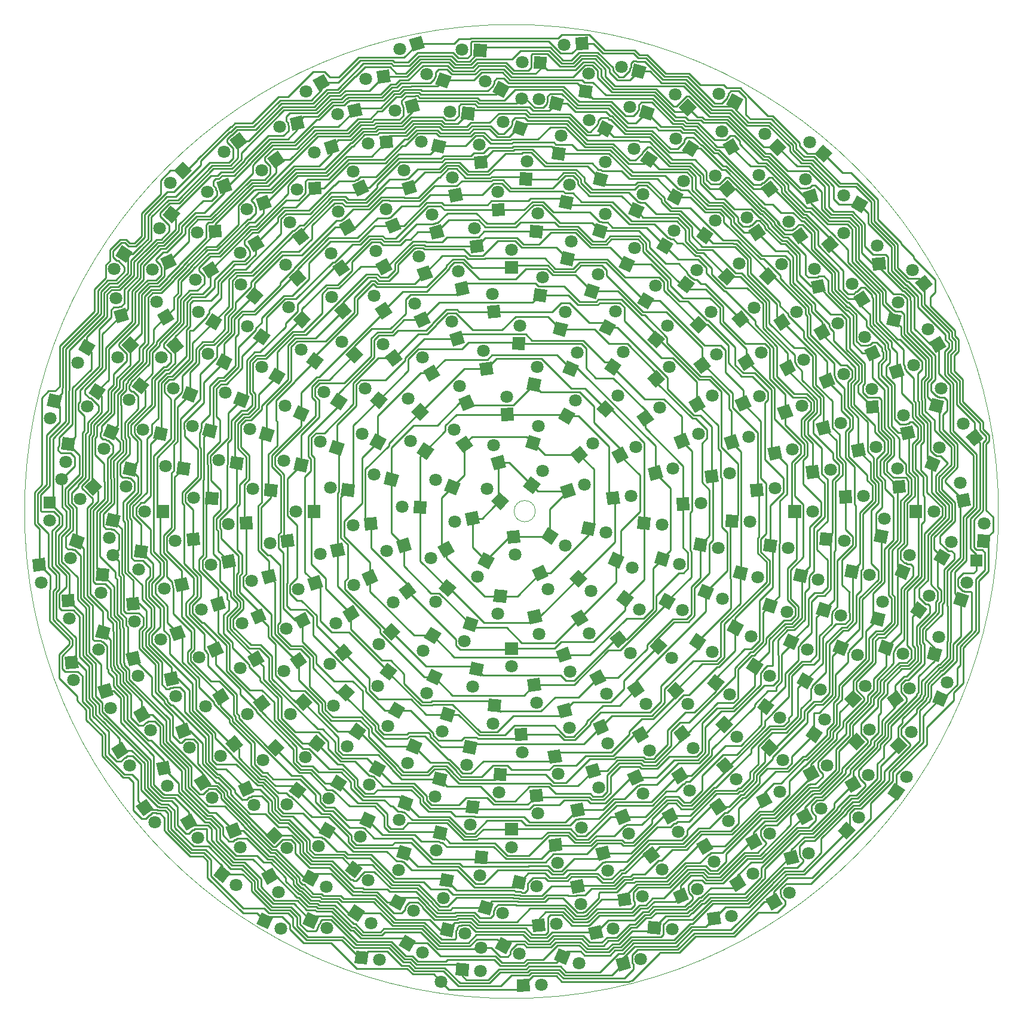
<source format=gbl>
G04 #@! TF.GenerationSoftware,KiCad,Pcbnew,5.1.9+dfsg1-1+deb11u1*
G04 #@! TF.CreationDate,2024-07-30T12:34:42+01:00*
G04 #@! TF.ProjectId,sunflower,73756e66-6c6f-4776-9572-2e6b69636164,rev?*
G04 #@! TF.SameCoordinates,Original*
G04 #@! TF.FileFunction,Copper,L2,Bot*
G04 #@! TF.FilePolarity,Positive*
%FSLAX46Y46*%
G04 Gerber Fmt 4.6, Leading zero omitted, Abs format (unit mm)*
G04 Created by KiCad (PCBNEW 5.1.9+dfsg1-1+deb11u1) date 2024-07-30 12:34:42*
%MOMM*%
%LPD*%
G01*
G04 APERTURE LIST*
G04 #@! TA.AperFunction,Profile*
%ADD10C,0.050000*%
G04 #@! TD*
G04 #@! TA.AperFunction,ComponentPad*
%ADD11C,1.800000*%
G04 #@! TD*
G04 #@! TA.AperFunction,ComponentPad*
%ADD12R,1.800000X1.800000*%
G04 #@! TD*
G04 #@! TA.AperFunction,ComponentPad*
%ADD13C,0.100000*%
G04 #@! TD*
G04 #@! TA.AperFunction,Conductor*
%ADD14C,0.254000*%
G04 #@! TD*
G04 #@! TA.AperFunction,Conductor*
%ADD15C,0.250000*%
G04 #@! TD*
G04 APERTURE END LIST*
D10*
X169000000Y-100000000D02*
G75*
G03*
X169000000Y-100000000I-69000000J0D01*
G01*
X103370000Y-99951320D02*
G75*
G03*
X103370000Y-99951320I-1500000J0D01*
G01*
D11*
X90040000Y-166640000D03*
D12*
X165870000Y-106970000D03*
D11*
X101410000Y-41470000D03*
X43510000Y-106190000D03*
X36260000Y-95420000D03*
X95660000Y-161810000D03*
G04 #@! TA.AperFunction,ComponentPad*
D13*
G36*
X161228461Y-127711190D02*
G01*
X159565478Y-127022359D01*
X160254309Y-125359376D01*
X161917292Y-126048207D01*
X161228461Y-127711190D01*
G37*
G04 #@! TD.AperFunction*
D11*
X161713401Y-124188629D03*
G04 #@! TA.AperFunction,ComponentPad*
D13*
G36*
X46770823Y-141739315D02*
G01*
X48245297Y-140706877D01*
X49277735Y-142181351D01*
X47803261Y-143213789D01*
X46770823Y-141739315D01*
G37*
G04 #@! TD.AperFunction*
D11*
X49481163Y-144040979D03*
G04 #@! TA.AperFunction,ComponentPad*
D13*
G36*
X154853894Y-73957485D02*
G01*
X153103628Y-73537283D01*
X153523830Y-71787017D01*
X155274096Y-72207219D01*
X154853894Y-73957485D01*
G37*
G04 #@! TD.AperFunction*
D11*
X154781814Y-70402431D03*
G04 #@! TA.AperFunction,ComponentPad*
D13*
G36*
X148114479Y-139880350D02*
G01*
X147173981Y-138345598D01*
X148708733Y-137405100D01*
X149649231Y-138939852D01*
X148114479Y-139880350D01*
G37*
G04 #@! TD.AperFunction*
D11*
X150577312Y-137315579D03*
G04 #@! TA.AperFunction,ComponentPad*
D13*
G36*
X160127772Y-94433931D02*
G01*
X158464789Y-93745100D01*
X159153620Y-92082117D01*
X160816603Y-92770948D01*
X160127772Y-94433931D01*
G37*
G04 #@! TD.AperFunction*
D11*
X160612712Y-90911370D03*
G04 #@! TA.AperFunction,ComponentPad*
D13*
G36*
X89847546Y-159948947D02*
G01*
X90237137Y-158191614D01*
X91994470Y-158581205D01*
X91604879Y-160338538D01*
X89847546Y-159948947D01*
G37*
G04 #@! TD.AperFunction*
D11*
X93400800Y-159814832D03*
G04 #@! TA.AperFunction,ComponentPad*
D13*
G36*
X148446388Y-127845714D02*
G01*
X147119289Y-126629651D01*
X148335352Y-125302552D01*
X149662451Y-126518615D01*
X148446388Y-127845714D01*
G37*
G04 #@! TD.AperFunction*
D11*
X150106870Y-124701449D03*
G04 #@! TA.AperFunction,ComponentPad*
D13*
G36*
X45345355Y-120176700D02*
G01*
X47088021Y-119726016D01*
X47538705Y-121468682D01*
X45796039Y-121919366D01*
X45345355Y-120176700D01*
G37*
G04 #@! TD.AperFunction*
D11*
X47077996Y-123281787D03*
G04 #@! TA.AperFunction,ComponentPad*
D13*
G36*
X47286554Y-80916717D02*
G01*
X48695249Y-82037244D01*
X47574722Y-83445939D01*
X46166027Y-82325412D01*
X47286554Y-80916717D01*
G37*
G04 #@! TD.AperFunction*
D11*
X45849450Y-84169152D03*
G04 #@! TA.AperFunction,ComponentPad*
D13*
G36*
X152073463Y-86023698D02*
G01*
X150275176Y-86102213D01*
X150196661Y-84303926D01*
X151994948Y-84225411D01*
X152073463Y-86023698D01*
G37*
G04 #@! TD.AperFunction*
D11*
X151024268Y-82626230D03*
G04 #@! TA.AperFunction,ComponentPad*
D13*
G36*
X144538791Y-68783045D02*
G01*
X142781458Y-69172636D01*
X142391867Y-67415303D01*
X144149200Y-67025712D01*
X144538791Y-68783045D01*
G37*
G04 #@! TD.AperFunction*
D11*
X142915573Y-65619382D03*
G04 #@! TA.AperFunction,ComponentPad*
D13*
G36*
X99664316Y-98471696D02*
G01*
X98448253Y-99798795D01*
X97121154Y-98582732D01*
X98337217Y-97255633D01*
X99664316Y-98471696D01*
G37*
G04 #@! TD.AperFunction*
D11*
X96520051Y-96811214D03*
G04 #@! TA.AperFunction,ComponentPad*
D13*
G36*
X99339533Y-102777169D02*
G01*
X101132683Y-102620289D01*
X101289563Y-104413439D01*
X99496413Y-104570319D01*
X99339533Y-102777169D01*
G37*
G04 #@! TD.AperFunction*
D11*
X100535924Y-106125638D03*
G04 #@! TA.AperFunction,ComponentPad*
D13*
G36*
X103030706Y-97528720D02*
G01*
X101602670Y-96432950D01*
X102698440Y-95004914D01*
X104126476Y-96100684D01*
X103030706Y-97528720D01*
G37*
G04 #@! TD.AperFunction*
D11*
X104410827Y-94251699D03*
G04 #@! TA.AperFunction,ComponentPad*
D13*
G36*
X95185576Y-99935029D02*
G01*
X95498142Y-101707683D01*
X93725488Y-102020249D01*
X93412922Y-100247595D01*
X95185576Y-99935029D01*
G37*
G04 #@! TD.AperFunction*
D11*
X91954120Y-101418705D03*
G04 #@! TA.AperFunction,ComponentPad*
D13*
G36*
X104192559Y-103738075D02*
G01*
X105159699Y-102219971D01*
X106677803Y-103187111D01*
X105710663Y-104705215D01*
X104192559Y-103738075D01*
G37*
G04 #@! TD.AperFunction*
D11*
X107577395Y-104827335D03*
G04 #@! TA.AperFunction,ComponentPad*
D13*
G36*
X99243759Y-93700334D02*
G01*
X97505093Y-94166208D01*
X97039219Y-92427542D01*
X98777885Y-91961668D01*
X99243759Y-93700334D01*
G37*
G04 #@! TD.AperFunction*
D11*
X97484089Y-90610486D03*
G04 #@! TA.AperFunction,ComponentPad*
D13*
G36*
X95988915Y-105756106D02*
G01*
X97585535Y-106587254D01*
X96754387Y-108183874D01*
X95157767Y-107352726D01*
X95988915Y-105756106D01*
G37*
G04 #@! TD.AperFunction*
D11*
X95198809Y-109222998D03*
G04 #@! TA.AperFunction,ComponentPad*
D13*
G36*
X107438275Y-98250450D02*
G01*
X106822639Y-96559004D01*
X108514085Y-95943368D01*
X109129721Y-97634814D01*
X107438275Y-98250450D01*
G37*
G04 #@! TD.AperFunction*
D11*
X110363000Y-96228179D03*
G04 #@! TA.AperFunction,ComponentPad*
D13*
G36*
X92787082Y-96038156D02*
G01*
X92098251Y-97701139D01*
X90435268Y-97012308D01*
X91124099Y-95349325D01*
X92787082Y-96038156D01*
G37*
G04 #@! TD.AperFunction*
D11*
X89264521Y-95553216D03*
G04 #@! TA.AperFunction,ComponentPad*
D13*
G36*
X102877944Y-108301358D02*
G01*
X104509298Y-107540646D01*
X105270010Y-109172000D01*
X103638656Y-109932712D01*
X102877944Y-108301358D01*
G37*
G04 #@! TD.AperFunction*
D11*
X105147427Y-111038701D03*
G04 #@! TA.AperFunction,ComponentPad*
D13*
G36*
X103646599Y-91427434D02*
G01*
X101929908Y-90886163D01*
X102471179Y-89169472D01*
X104187870Y-89710743D01*
X103646599Y-91427434D01*
G37*
G04 #@! TD.AperFunction*
D11*
X103822683Y-87876013D03*
G04 #@! TA.AperFunction,ComponentPad*
D13*
G36*
X91079273Y-104111149D02*
G01*
X91979273Y-105669995D01*
X90420427Y-106569995D01*
X89520427Y-105011149D01*
X91079273Y-104111149D01*
G37*
G04 #@! TD.AperFunction*
D11*
X88550146Y-106610572D03*
G04 #@! TA.AperFunction,ComponentPad*
D13*
G36*
X109830935Y-103101321D02*
G01*
X110220527Y-101343989D01*
X111977859Y-101733581D01*
X111588267Y-103490913D01*
X109830935Y-103101321D01*
G37*
G04 #@! TD.AperFunction*
D11*
X113384189Y-102967209D03*
G04 #@! TA.AperFunction,ComponentPad*
D13*
G36*
X94577766Y-90687136D02*
G01*
X93103291Y-91719573D01*
X92070854Y-90245098D01*
X93545329Y-89212661D01*
X94577766Y-90687136D01*
G37*
G04 #@! TD.AperFunction*
D11*
X91867426Y-88385471D03*
G04 #@! TA.AperFunction,ComponentPad*
D13*
G36*
X97646874Y-110978571D02*
G01*
X99431474Y-111213519D01*
X99196526Y-112998119D01*
X97411926Y-112763171D01*
X97646874Y-110978571D01*
G37*
G04 #@! TD.AperFunction*
D11*
X98090162Y-114506615D03*
G04 #@! TA.AperFunction,ComponentPad*
D13*
G36*
X109487608Y-93213825D02*
G01*
X108330591Y-91834944D01*
X109709472Y-90677927D01*
X110866489Y-92056808D01*
X109487608Y-93213825D01*
G37*
G04 #@! TD.AperFunction*
D11*
X111544294Y-90313196D03*
G04 #@! TA.AperFunction,ComponentPad*
D13*
G36*
X87996017Y-98575031D02*
G01*
X87917502Y-100373318D01*
X86119215Y-100294803D01*
X86197730Y-98496516D01*
X87996017Y-98575031D01*
G37*
G04 #@! TD.AperFunction*
D11*
X84520034Y-99324123D03*
G04 #@! TA.AperFunction,ComponentPad*
D13*
G36*
X108179178Y-109451978D02*
G01*
X109451971Y-108179187D01*
X110724762Y-109451980D01*
X109451969Y-110724771D01*
X108179178Y-109451978D01*
G37*
G04 #@! TD.AperFunction*
D11*
X111248020Y-111248031D03*
G04 #@! TA.AperFunction,ComponentPad*
D13*
G36*
X100337847Y-87104788D02*
G01*
X98539561Y-87183302D01*
X98461047Y-85385016D01*
X100259333Y-85306502D01*
X100337847Y-87104788D01*
G37*
G04 #@! TD.AperFunction*
D11*
X99288655Y-83707320D03*
G04 #@! TA.AperFunction,ComponentPad*
D13*
G36*
X90787919Y-109578369D02*
G01*
X92166798Y-110735388D01*
X91009779Y-112114267D01*
X89630900Y-110957248D01*
X90787919Y-109578369D01*
G37*
G04 #@! TD.AperFunction*
D11*
X89266167Y-112792070D03*
G04 #@! TA.AperFunction,ComponentPad*
D13*
G36*
X113640670Y-99111946D02*
G01*
X113405724Y-97327346D01*
X115190324Y-97092400D01*
X115425270Y-98877000D01*
X113640670Y-99111946D01*
G37*
G04 #@! TD.AperFunction*
D11*
X116933767Y-97770637D03*
G04 #@! TA.AperFunction,ComponentPad*
D13*
G36*
X89038320Y-91225842D02*
G01*
X88005881Y-92700315D01*
X86531408Y-91667876D01*
X87563847Y-90193403D01*
X89038320Y-91225842D01*
G37*
G04 #@! TD.AperFunction*
D11*
X85704218Y-89989973D03*
G04 #@! TA.AperFunction,ComponentPad*
D13*
G36*
X102232777Y-114229657D02*
G01*
X103990110Y-113840066D01*
X104379701Y-115597399D01*
X102622368Y-115986990D01*
X102232777Y-114229657D01*
G37*
G04 #@! TD.AperFunction*
D11*
X103855995Y-117393320D03*
G04 #@! TA.AperFunction,ComponentPad*
D13*
G36*
X108145170Y-87692170D02*
G01*
X106586325Y-86792169D01*
X107486326Y-85233324D01*
X109045171Y-86133325D01*
X108145170Y-87692170D01*
G37*
G04 #@! TD.AperFunction*
D11*
X109085750Y-84263043D03*
G04 #@! TA.AperFunction,ComponentPad*
D13*
G36*
X85347311Y-103676288D02*
G01*
X85888580Y-105392979D01*
X84171889Y-105934248D01*
X83630620Y-104217557D01*
X85347311Y-103676288D01*
G37*
G04 #@! TD.AperFunction*
D11*
X82337158Y-105569060D03*
G04 #@! TA.AperFunction,ComponentPad*
D13*
G36*
X113596370Y-107333144D02*
G01*
X114357084Y-105701790D01*
X115988438Y-106462504D01*
X115227724Y-108093858D01*
X113596370Y-107333144D01*
G37*
G04 #@! TD.AperFunction*
D11*
X117094424Y-107971276D03*
G04 #@! TA.AperFunction,ComponentPad*
D13*
G36*
X94801665Y-85098264D02*
G01*
X93138682Y-85787093D01*
X92449853Y-84124110D01*
X94112836Y-83435281D01*
X94801665Y-85098264D01*
G37*
G04 #@! TD.AperFunction*
D11*
X92653745Y-82264533D03*
G04 #@! TA.AperFunction,ComponentPad*
D13*
G36*
X93652638Y-114807776D02*
G01*
X95344084Y-115423414D01*
X94728446Y-117114860D01*
X93037000Y-116499222D01*
X93652638Y-114807776D01*
G37*
G04 #@! TD.AperFunction*
D11*
X93321808Y-118348136D03*
G04 #@! TA.AperFunction,ComponentPad*
D13*
G36*
X114970379Y-93221573D02*
G01*
X114139233Y-91624953D01*
X115735853Y-90793807D01*
X116566999Y-92390427D01*
X114970379Y-93221573D01*
G37*
G04 #@! TD.AperFunction*
D11*
X117606124Y-90834850D03*
G04 #@! TA.AperFunction,ComponentPad*
D13*
G36*
X84076453Y-94801535D02*
G01*
X83610577Y-96540201D01*
X81871911Y-96074325D01*
X82337787Y-94335659D01*
X84076453Y-94801535D01*
G37*
G04 #@! TD.AperFunction*
D11*
X80520730Y-94780528D03*
G04 #@! TA.AperFunction,ComponentPad*
D13*
G36*
X108395868Y-114853944D02*
G01*
X109913974Y-113886806D01*
X110881112Y-115404912D01*
X109363006Y-116372050D01*
X108395868Y-114853944D01*
G37*
G04 #@! TD.AperFunction*
D11*
X111003230Y-117271644D03*
G04 #@! TA.AperFunction,ComponentPad*
D13*
G36*
X103898470Y-83073667D02*
G01*
X102125816Y-82761099D01*
X102438384Y-80988445D01*
X104211038Y-81301013D01*
X103898470Y-83073667D01*
G37*
G04 #@! TD.AperFunction*
D11*
X103609495Y-79529644D03*
G04 #@! TA.AperFunction,ComponentPad*
D13*
G36*
X85450417Y-110029842D02*
G01*
X86546186Y-111457879D01*
X85118149Y-112553648D01*
X84022380Y-111125611D01*
X85450417Y-110029842D01*
G37*
G04 #@! TD.AperFunction*
D11*
X83269165Y-112837997D03*
G04 #@! TA.AperFunction,ComponentPad*
D13*
G36*
X117800049Y-102460757D02*
G01*
X117956931Y-100667607D01*
X119750081Y-100824489D01*
X119593199Y-102617639D01*
X117800049Y-102460757D01*
G37*
G04 #@! TD.AperFunction*
D11*
X121305399Y-101864001D03*
G04 #@! TA.AperFunction,ComponentPad*
D13*
G36*
X88340477Y-85943669D02*
G01*
X87013376Y-87159730D01*
X85797315Y-85832629D01*
X87124416Y-84616568D01*
X88340477Y-85943669D01*
G37*
G04 #@! TD.AperFunction*
D11*
X85352898Y-84015463D03*
G04 #@! TA.AperFunction,ComponentPad*
D13*
G36*
X99099981Y-118529999D02*
G01*
X100899981Y-118530001D01*
X100899979Y-120330001D01*
X99099979Y-120329999D01*
X99099981Y-118529999D01*
G37*
G04 #@! TD.AperFunction*
D11*
X99999978Y-121970000D03*
G04 #@! TA.AperFunction,ComponentPad*
D13*
G36*
X113375151Y-86735780D02*
G01*
X112048053Y-85519716D01*
X113264117Y-84192618D01*
X114591215Y-85408682D01*
X113375151Y-86735780D01*
G37*
G04 #@! TD.AperFunction*
D11*
X115035636Y-83591517D03*
G04 #@! TA.AperFunction,ComponentPad*
D13*
G36*
X80897001Y-100767838D02*
G01*
X81053880Y-102560989D01*
X79260729Y-102717868D01*
X79103850Y-100924717D01*
X80897001Y-100767838D01*
G37*
G04 #@! TD.AperFunction*
D11*
X77548531Y-101964225D03*
G04 #@! TA.AperFunction,ComponentPad*
D13*
G36*
X114823515Y-112508935D02*
G01*
X115919287Y-111080901D01*
X117347321Y-112176673D01*
X116251549Y-113604707D01*
X114823515Y-112508935D01*
G37*
G04 #@! TD.AperFunction*
D11*
X118100534Y-113889060D03*
G04 #@! TA.AperFunction,ComponentPad*
D13*
G36*
X97474212Y-80492521D02*
G01*
X95701557Y-80805086D01*
X95388992Y-79032431D01*
X97161647Y-78719866D01*
X97474212Y-80492521D01*
G37*
G04 #@! TD.AperFunction*
D11*
X95990538Y-77261064D03*
G04 #@! TA.AperFunction,ComponentPad*
D13*
G36*
X88537503Y-116317432D02*
G01*
X90055606Y-117284573D01*
X89088465Y-118802676D01*
X87570362Y-117835535D01*
X88537503Y-116317432D01*
G37*
G04 #@! TD.AperFunction*
D11*
X87448240Y-119702266D03*
G04 #@! TA.AperFunction,ComponentPad*
D13*
G36*
X119733590Y-95644174D02*
G01*
X119267717Y-93905507D01*
X121006384Y-93439634D01*
X121472257Y-95178301D01*
X119733590Y-95644174D01*
G37*
G04 #@! TD.AperFunction*
D11*
X122823439Y-93884506D03*
G04 #@! TA.AperFunction,ComponentPad*
D13*
G36*
X82273409Y-89757449D02*
G01*
X81442260Y-91354068D01*
X79845641Y-90522919D01*
X80676790Y-88926300D01*
X82273409Y-89757449D01*
G37*
G04 #@! TD.AperFunction*
D11*
X78806519Y-88967340D03*
G04 #@! TA.AperFunction,ComponentPad*
D13*
G36*
X106239101Y-119773287D02*
G01*
X107930549Y-119157653D01*
X108546183Y-120849101D01*
X106854735Y-121464735D01*
X106239101Y-119773287D01*
G37*
G04 #@! TD.AperFunction*
D11*
X108261370Y-122698014D03*
G04 #@! TA.AperFunction,ComponentPad*
D13*
G36*
X108857652Y-80967620D02*
G01*
X107194670Y-80278788D01*
X107883502Y-78615806D01*
X109546484Y-79304638D01*
X108857652Y-80967620D01*
G37*
G04 #@! TD.AperFunction*
D11*
X109342595Y-77445061D03*
G04 #@! TA.AperFunction,ComponentPad*
D13*
G36*
X80379591Y-108156077D02*
G01*
X81140302Y-109787432D01*
X79508947Y-110548143D01*
X78748236Y-108916788D01*
X80379591Y-108156077D01*
G37*
G04 #@! TD.AperFunction*
D11*
X77642245Y-110425558D03*
G04 #@! TA.AperFunction,ComponentPad*
D13*
G36*
X120217111Y-107318137D02*
G01*
X120758383Y-105601447D01*
X122475073Y-106142719D01*
X121933801Y-107859409D01*
X120217111Y-107318137D01*
G37*
G04 #@! TD.AperFunction*
D11*
X123768532Y-107494224D03*
G04 #@! TA.AperFunction,ComponentPad*
D13*
G36*
X89913298Y-80729262D02*
G01*
X88354451Y-81629259D01*
X87454454Y-80070412D01*
X89013301Y-79170415D01*
X89913298Y-80729262D01*
G37*
G04 #@! TD.AperFunction*
D11*
X87413878Y-78200131D03*
G04 #@! TA.AperFunction,ComponentPad*
D13*
G36*
X94363962Y-121264182D02*
G01*
X96121294Y-121653776D01*
X95731700Y-123411108D01*
X93974368Y-123021514D01*
X94363962Y-121264182D01*
G37*
G04 #@! TD.AperFunction*
D11*
X94498071Y-124817437D03*
G04 #@! TA.AperFunction,ComponentPad*
D13*
G36*
X118722040Y-87989421D02*
G01*
X117689605Y-86514946D01*
X119164080Y-85482511D01*
X120196515Y-86956986D01*
X118722040Y-87989421D01*
G37*
G04 #@! TD.AperFunction*
D11*
X121023708Y-85279084D03*
G04 #@! TA.AperFunction,ComponentPad*
D13*
G36*
X77841767Y-96175015D02*
G01*
X77606817Y-97959615D01*
X75822217Y-97724665D01*
X76057167Y-95940065D01*
X77841767Y-96175015D01*
G37*
G04 #@! TD.AperFunction*
D11*
X74313722Y-96618300D03*
G04 #@! TA.AperFunction,ComponentPad*
D13*
G36*
X113907150Y-117974099D02*
G01*
X115286032Y-116817083D01*
X116443048Y-118195965D01*
X115064166Y-119352981D01*
X113907150Y-117974099D01*
G37*
G04 #@! TD.AperFunction*
D11*
X116807777Y-120030788D03*
G04 #@! TA.AperFunction,ComponentPad*
D13*
G36*
X101900085Y-77114721D02*
G01*
X100101798Y-77036204D01*
X100180315Y-75237917D01*
X101978602Y-75316434D01*
X101900085Y-77114721D01*
G37*
G04 #@! TD.AperFunction*
D11*
X101150996Y-73638737D03*
G04 #@! TA.AperFunction,ComponentPad*
D13*
G36*
X82971276Y-115755883D02*
G01*
X84244066Y-117028677D01*
X82971272Y-118301467D01*
X81698482Y-117028673D01*
X82971276Y-115755883D01*
G37*
G04 #@! TD.AperFunction*
D11*
X81175220Y-118824723D03*
G04 #@! TA.AperFunction,ComponentPad*
D13*
G36*
X123432856Y-99877794D02*
G01*
X123354343Y-98079507D01*
X125152630Y-98000994D01*
X125231143Y-99799281D01*
X123432856Y-99877794D01*
G37*
G04 #@! TD.AperFunction*
D11*
X126830325Y-98828604D03*
G04 #@! TA.AperFunction,ComponentPad*
D13*
G36*
X82463547Y-84110254D02*
G01*
X81306527Y-85489132D01*
X79927649Y-84332112D01*
X81084669Y-82953234D01*
X82463547Y-84110254D01*
G37*
G04 #@! TD.AperFunction*
D11*
X79249848Y-82588499D03*
G04 #@! TA.AperFunction,ComponentPad*
D13*
G36*
X102224226Y-123790136D02*
G01*
X104008827Y-123555191D01*
X104243772Y-125339792D01*
X102459171Y-125574737D01*
X102224226Y-123790136D01*
G37*
G04 #@! TD.AperFunction*
D11*
X103565531Y-127083234D03*
G04 #@! TA.AperFunction,ComponentPad*
D13*
G36*
X114562993Y-80771060D02*
G01*
X113088521Y-79738620D01*
X114120961Y-78264148D01*
X115595433Y-79296588D01*
X114562993Y-80771060D01*
G37*
G04 #@! TD.AperFunction*
D11*
X115798865Y-77436960D03*
G04 #@! TA.AperFunction,ComponentPad*
D13*
G36*
X76051961Y-104387260D02*
G01*
X76441549Y-106144594D01*
X74684215Y-106534182D01*
X74294627Y-104776848D01*
X76051961Y-104387260D01*
G37*
G04 #@! TD.AperFunction*
D11*
X72888296Y-106010473D03*
G04 #@! TA.AperFunction,ComponentPad*
D13*
G36*
X120814007Y-113056250D02*
G01*
X121714009Y-111497406D01*
X123272853Y-112397408D01*
X122372851Y-113956252D01*
X120814007Y-113056250D01*
G37*
G04 #@! TD.AperFunction*
D11*
X124243132Y-113996833D03*
G04 #@! TA.AperFunction,ComponentPad*
D13*
G36*
X93408290Y-76100671D02*
G01*
X91691599Y-76641938D01*
X91150332Y-74925247D01*
X92867023Y-74383980D01*
X93408290Y-76100671D01*
G37*
G04 #@! TD.AperFunction*
D11*
X91515523Y-73090517D03*
G04 #@! TA.AperFunction,ComponentPad*
D13*
G36*
X88620802Y-122273084D02*
G01*
X90252155Y-123033799D01*
X89491440Y-124665152D01*
X87860087Y-123904437D01*
X88620802Y-122273084D01*
G37*
G04 #@! TD.AperFunction*
D11*
X87982667Y-125771138D03*
G04 #@! TA.AperFunction,ComponentPad*
D13*
G36*
X123638691Y-91182735D02*
G01*
X122949864Y-89519750D01*
X124612849Y-88830923D01*
X125301676Y-90493908D01*
X123638691Y-91182735D01*
G37*
G04 #@! TD.AperFunction*
D11*
X126472426Y-89034817D03*
G04 #@! TA.AperFunction,ComponentPad*
D13*
G36*
X76411452Y-90456663D02*
G01*
X75795813Y-92148108D01*
X74104368Y-91532469D01*
X74720007Y-89841024D01*
X76411452Y-90456663D01*
G37*
G04 #@! TD.AperFunction*
D11*
X72871092Y-90125830D03*
G04 #@! TA.AperFunction,ComponentPad*
D13*
G36*
X111043094Y-123162800D02*
G01*
X112639715Y-122331655D01*
X113470860Y-123928276D01*
X111874239Y-124759421D01*
X111043094Y-123162800D01*
G37*
G04 #@! TD.AperFunction*
D11*
X113429815Y-125798548D03*
G04 #@! TA.AperFunction,ComponentPad*
D13*
G36*
X107561905Y-75256107D02*
G01*
X105823239Y-74790229D01*
X106289117Y-73051563D01*
X108027783Y-73517441D01*
X107561905Y-75256107D01*
G37*
G04 #@! TD.AperFunction*
D11*
X107582915Y-71700385D03*
G04 #@! TA.AperFunction,ComponentPad*
D13*
G36*
X77529640Y-113248021D02*
G01*
X78496776Y-114766127D01*
X76978670Y-115733263D01*
X76011534Y-114215157D01*
X77529640Y-113248021D01*
G37*
G04 #@! TD.AperFunction*
D11*
X75111939Y-115855378D03*
G04 #@! TA.AperFunction,ComponentPad*
D13*
G36*
X125723892Y-105449751D02*
G01*
X126036462Y-103677097D01*
X127809116Y-103989667D01*
X127496546Y-105762321D01*
X125723892Y-105449751D01*
G37*
G04 #@! TD.AperFunction*
D11*
X129267914Y-105160781D03*
G04 #@! TA.AperFunction,ComponentPad*
D13*
G36*
X84589277Y-78437859D02*
G01*
X83161239Y-79533627D01*
X82065471Y-78105589D01*
X83493509Y-77009821D01*
X84589277Y-78437859D01*
G37*
G04 #@! TD.AperFunction*
D11*
X81781124Y-76256604D03*
G04 #@! TA.AperFunction,ComponentPad*
D13*
G36*
X96776770Y-126514743D02*
G01*
X98569920Y-126671627D01*
X98413036Y-128464777D01*
X96619886Y-128307893D01*
X96776770Y-126514743D01*
G37*
G04 #@! TD.AperFunction*
D11*
X97373523Y-130020094D03*
G04 #@! TA.AperFunction,ComponentPad*
D13*
G36*
X120440986Y-82490068D02*
G01*
X119224926Y-81162966D01*
X120552028Y-79946906D01*
X121768088Y-81274008D01*
X120440986Y-82490068D01*
G37*
G04 #@! TD.AperFunction*
D11*
X122369195Y-79502491D03*
G04 #@! TA.AperFunction,ComponentPad*
D13*
G36*
X72895781Y-99099946D02*
G01*
X72895777Y-100899946D01*
X71095777Y-100899942D01*
X71095781Y-99099942D01*
X72895781Y-99099946D01*
G37*
G04 #@! TD.AperFunction*
D11*
X69455779Y-99999938D03*
G04 #@! TA.AperFunction,ComponentPad*
D13*
G36*
X119524625Y-119111805D02*
G01*
X120740690Y-117784708D01*
X122067787Y-119000773D01*
X120851722Y-120327870D01*
X119524625Y-119111805D01*
G37*
G04 #@! TD.AperFunction*
D11*
X122668886Y-120772291D03*
G04 #@! TA.AperFunction,ComponentPad*
D13*
G36*
X98499150Y-72518210D02*
G01*
X96705999Y-72675087D01*
X96549122Y-70881936D01*
X98342273Y-70725059D01*
X98499150Y-72518210D01*
G37*
G04 #@! TD.AperFunction*
D11*
X97302766Y-69169739D03*
G04 #@! TA.AperFunction,ComponentPad*
D13*
G36*
X82418451Y-121434214D02*
G01*
X83846485Y-122529988D01*
X82750711Y-123958022D01*
X81322677Y-122862248D01*
X82418451Y-121434214D01*
G37*
G04 #@! TD.AperFunction*
D11*
X81038323Y-124711232D03*
G04 #@! TA.AperFunction,ComponentPad*
D13*
G36*
X127638734Y-96040490D02*
G01*
X127326171Y-94267835D01*
X129098826Y-93955272D01*
X129411389Y-95727927D01*
X127638734Y-96040490D01*
G37*
G04 #@! TD.AperFunction*
D11*
X130870192Y-94556819D03*
G04 #@! TA.AperFunction,ComponentPad*
D13*
G36*
X76781246Y-84140830D02*
G01*
X75814103Y-85658933D01*
X74296000Y-84691790D01*
X75263143Y-83173687D01*
X76781246Y-84140830D01*
G37*
G04 #@! TD.AperFunction*
D11*
X73396411Y-83051564D03*
G04 #@! TA.AperFunction,ComponentPad*
D13*
G36*
X106455075Y-127568241D02*
G01*
X108193743Y-127102371D01*
X108659613Y-128841039D01*
X106920945Y-129306909D01*
X106455075Y-127568241D01*
G37*
G04 #@! TD.AperFunction*
D11*
X108214740Y-130658094D03*
G04 #@! TA.AperFunction,ComponentPad*
D13*
G36*
X113955554Y-75140877D02*
G01*
X112358937Y-74309726D01*
X113190088Y-72713109D01*
X114786705Y-73544260D01*
X113955554Y-75140877D01*
G37*
G04 #@! TD.AperFunction*
D11*
X114745667Y-71673989D03*
G04 #@! TA.AperFunction,ComponentPad*
D13*
G36*
X72734507Y-108966000D02*
G01*
X73350139Y-110657448D01*
X71658691Y-111273080D01*
X71043059Y-109581632D01*
X72734507Y-108966000D01*
G37*
G04 #@! TD.AperFunction*
D11*
X69809777Y-110988266D03*
G04 #@! TA.AperFunction,ComponentPad*
D13*
G36*
X126337199Y-111883448D02*
G01*
X127026033Y-110220466D01*
X128689015Y-110909300D01*
X128000181Y-112572282D01*
X126337199Y-111883448D01*
G37*
G04 #@! TD.AperFunction*
D11*
X129859759Y-112368396D03*
G04 #@! TA.AperFunction,ComponentPad*
D13*
G36*
X88529769Y-73272272D02*
G01*
X86898414Y-74032981D01*
X86137705Y-72401626D01*
X87769060Y-71640917D01*
X88529769Y-73272272D01*
G37*
G04 #@! TD.AperFunction*
D11*
X86260291Y-70534925D03*
G04 #@! TA.AperFunction,ComponentPad*
D13*
G36*
X90342640Y-127636050D02*
G01*
X92059329Y-128177325D01*
X91518054Y-129894014D01*
X89801365Y-129352739D01*
X90342640Y-127636050D01*
G37*
G04 #@! TD.AperFunction*
D11*
X90166549Y-131187472D03*
G04 #@! TA.AperFunction,ComponentPad*
D13*
G36*
X125954283Y-86054597D02*
G01*
X125054287Y-84495749D01*
X126613135Y-83595753D01*
X127513131Y-85154601D01*
X125954283Y-86054597D01*
G37*
G04 #@! TD.AperFunction*
D11*
X128483417Y-83555181D03*
G04 #@! TA.AperFunction,ComponentPad*
D13*
G36*
X71259910Y-92706552D02*
G01*
X70870314Y-94463884D01*
X69112982Y-94074288D01*
X69502578Y-92316956D01*
X71259910Y-92706552D01*
G37*
G04 #@! TD.AperFunction*
D11*
X67706656Y-92840658D03*
G04 #@! TA.AperFunction,ComponentPad*
D13*
G36*
X116369037Y-124946635D02*
G01*
X117843513Y-123914201D01*
X118875947Y-125388677D01*
X117401471Y-126421111D01*
X116369037Y-124946635D01*
G37*
G04 #@! TD.AperFunction*
D11*
X119079372Y-127248306D03*
G04 #@! TA.AperFunction,ComponentPad*
D13*
G36*
X104809393Y-70364763D02*
G01*
X103024793Y-70129811D01*
X103259745Y-68345211D01*
X105044345Y-68580163D01*
X104809393Y-70364763D01*
G37*
G04 #@! TD.AperFunction*
D11*
X104366111Y-66836717D03*
G04 #@! TA.AperFunction,ComponentPad*
D13*
G36*
X76291599Y-118718746D02*
G01*
X77448614Y-120097629D01*
X76069731Y-121254644D01*
X74912716Y-119875761D01*
X76291599Y-118718746D01*
G37*
G04 #@! TD.AperFunction*
D11*
X74234909Y-121619371D03*
G04 #@! TA.AperFunction,ComponentPad*
D13*
G36*
X130309060Y-102224255D02*
G01*
X130387579Y-100425968D01*
X132185866Y-100504487D01*
X132107347Y-102302774D01*
X130309060Y-102224255D01*
G37*
G04 #@! TD.AperFunction*
D11*
X133785045Y-101475171D03*
G04 #@! TA.AperFunction,ComponentPad*
D13*
G36*
X79027570Y-77754669D02*
G01*
X77754775Y-79027458D01*
X76481986Y-77754663D01*
X77754781Y-76481874D01*
X79027570Y-77754669D01*
G37*
G04 #@! TD.AperFunction*
D11*
X75958732Y-75958610D03*
G04 #@! TA.AperFunction,ComponentPad*
D13*
G36*
X100441678Y-130750903D02*
G01*
X102239965Y-130672392D01*
X102318476Y-132470679D01*
X100520189Y-132549190D01*
X100441678Y-130750903D01*
G37*
G04 #@! TD.AperFunction*
D11*
X101490863Y-134148373D03*
G04 #@! TA.AperFunction,ComponentPad*
D13*
G36*
X120565288Y-76891519D02*
G01*
X119186411Y-75734498D01*
X120343432Y-74355621D01*
X121722309Y-75512642D01*
X120565288Y-76891519D01*
G37*
G04 #@! TD.AperFunction*
D11*
X122087046Y-73677822D03*
G04 #@! TA.AperFunction,ComponentPad*
D13*
G36*
X69047992Y-103167061D02*
G01*
X69282935Y-104951662D01*
X67498334Y-105186605D01*
X67263391Y-103402004D01*
X69047992Y-103167061D01*
G37*
G04 #@! TD.AperFunction*
D11*
X65754893Y-104508363D03*
G04 #@! TA.AperFunction,ComponentPad*
D13*
G36*
X125105982Y-118678195D02*
G01*
X126138423Y-117203724D01*
X127612894Y-118236165D01*
X126580453Y-119710636D01*
X125105982Y-118678195D01*
G37*
G04 #@! TD.AperFunction*
D11*
X128440080Y-119914070D03*
G04 #@! TA.AperFunction,ComponentPad*
D13*
G36*
X94070328Y-69094392D02*
G01*
X92312994Y-69483978D01*
X91923408Y-67726644D01*
X93680742Y-67337058D01*
X94070328Y-69094392D01*
G37*
G04 #@! TD.AperFunction*
D11*
X92447118Y-65930724D03*
G04 #@! TA.AperFunction,ComponentPad*
D13*
G36*
X83404025Y-126944900D02*
G01*
X84962869Y-127844904D01*
X84062865Y-129403748D01*
X82504021Y-128503744D01*
X83404025Y-126944900D01*
G37*
G04 #@! TD.AperFunction*
D11*
X82463439Y-130374026D03*
G04 #@! TA.AperFunction,ComponentPad*
D13*
G36*
X130607021Y-91293410D02*
G01*
X130065755Y-89576718D01*
X131782447Y-89035452D01*
X132323713Y-90752144D01*
X130607021Y-91293410D01*
G37*
G04 #@! TD.AperFunction*
D11*
X133617178Y-89400645D03*
G04 #@! TA.AperFunction,ComponentPad*
D13*
G36*
X71393720Y-85667536D02*
G01*
X70633002Y-87298888D01*
X69001650Y-86538170D01*
X69762368Y-84906818D01*
X71393720Y-85667536D01*
G37*
G04 #@! TD.AperFunction*
D11*
X67895667Y-85029397D03*
G04 #@! TA.AperFunction,ComponentPad*
D13*
G36*
X111474402Y-130053703D02*
G01*
X113137387Y-129364878D01*
X113826212Y-131027863D01*
X112163227Y-131716688D01*
X111474402Y-130053703D01*
G37*
G04 #@! TD.AperFunction*
D11*
X113622317Y-132887439D03*
G04 #@! TA.AperFunction,ComponentPad*
D13*
G36*
X111903318Y-69927589D02*
G01*
X110211873Y-69311948D01*
X110827514Y-67620503D01*
X112518959Y-68236144D01*
X111903318Y-69927589D01*
G37*
G04 #@! TD.AperFunction*
D11*
X112234154Y-66387230D03*
G04 #@! TA.AperFunction,ComponentPad*
D13*
G36*
X70754696Y-114209394D02*
G01*
X71585839Y-115806015D01*
X69989218Y-116637158D01*
X69158075Y-115040537D01*
X70754696Y-114209394D01*
G37*
G04 #@! TD.AperFunction*
D11*
X68118947Y-116596112D03*
G04 #@! TA.AperFunction,ComponentPad*
D13*
G36*
X131327013Y-109325892D02*
G01*
X131792892Y-107587227D01*
X133531557Y-108053106D01*
X133065678Y-109791771D01*
X131327013Y-109325892D01*
G37*
G04 #@! TD.AperFunction*
D11*
X134882735Y-109346907D03*
G04 #@! TA.AperFunction,ComponentPad*
D13*
G36*
X83112239Y-71816306D02*
G01*
X81594132Y-72783441D01*
X80626997Y-71265334D01*
X82145104Y-70298199D01*
X83112239Y-71816306D01*
G37*
G04 #@! TD.AperFunction*
D11*
X80504884Y-69398602D03*
G04 #@! TA.AperFunction,ComponentPad*
D13*
G36*
X93380891Y-132355388D02*
G01*
X95153544Y-132667959D01*
X94840973Y-134440612D01*
X93068320Y-134128041D01*
X93380891Y-132355388D01*
G37*
G04 #@! TD.AperFunction*
D11*
X93669858Y-135899410D03*
G04 #@! TA.AperFunction,ComponentPad*
D13*
G36*
X126872978Y-80514187D02*
G01*
X125777211Y-79086148D01*
X127205250Y-77990381D01*
X128301017Y-79418420D01*
X126872978Y-80514187D01*
G37*
G04 #@! TD.AperFunction*
D11*
X129054236Y-77706036D03*
G04 #@! TA.AperFunction,ComponentPad*
D13*
G36*
X66855434Y-96196690D02*
G01*
X66698548Y-97989840D01*
X64905398Y-97832954D01*
X65062284Y-96039804D01*
X66855434Y-96196690D01*
G37*
G04 #@! TD.AperFunction*
D11*
X63350082Y-96793438D03*
G04 #@! TA.AperFunction,ComponentPad*
D13*
G36*
X121980183Y-125319478D02*
G01*
X123307286Y-124103419D01*
X124523345Y-125430522D01*
X123196242Y-126646581D01*
X121980183Y-125319478D01*
G37*
G04 #@! TD.AperFunction*
D11*
X124967758Y-127247690D03*
G04 #@! TA.AperFunction,ComponentPad*
D13*
G36*
X100900101Y-66316551D02*
G01*
X99100101Y-66316545D01*
X99100107Y-64516545D01*
X100900107Y-64516551D01*
X100900101Y-66316551D01*
G37*
G04 #@! TD.AperFunction*
D11*
X100000112Y-62876548D03*
G04 #@! TA.AperFunction,ComponentPad*
D13*
G36*
X76468284Y-124348040D02*
G01*
X77795380Y-125564106D01*
X76579314Y-126891202D01*
X75252218Y-125675136D01*
X76468284Y-124348040D01*
G37*
G04 #@! TD.AperFunction*
D11*
X74807795Y-127492301D03*
G04 #@! TA.AperFunction,ComponentPad*
D13*
G36*
X133962918Y-97932173D02*
G01*
X133806043Y-96139022D01*
X135599194Y-95982147D01*
X135756069Y-97775298D01*
X133962918Y-97932173D01*
G37*
G04 #@! TD.AperFunction*
D11*
X137311392Y-96735792D03*
G04 #@! TA.AperFunction,ComponentPad*
D13*
G36*
X73432717Y-78479648D02*
G01*
X72336942Y-79907681D01*
X70908909Y-78811906D01*
X72004684Y-77383873D01*
X73432717Y-78479648D01*
G37*
G04 #@! TD.AperFunction*
D11*
X70155701Y-77099517D03*
G04 #@! TA.AperFunction,ComponentPad*
D13*
G36*
X105076883Y-133975944D02*
G01*
X106849538Y-133663383D01*
X107162099Y-135436038D01*
X105389444Y-135748599D01*
X105076883Y-133975944D01*
G37*
G04 #@! TD.AperFunction*
D11*
X106560549Y-137207405D03*
G04 #@! TA.AperFunction,ComponentPad*
D13*
G36*
X119298130Y-71383250D02*
G01*
X117780028Y-70416106D01*
X118747172Y-68898004D01*
X120265274Y-69865148D01*
X119298130Y-71383250D01*
G37*
G04 #@! TD.AperFunction*
D11*
X120387399Y-67998417D03*
G04 #@! TA.AperFunction,ComponentPad*
D13*
G36*
X66282330Y-108102760D02*
G01*
X66748198Y-109841428D01*
X65009530Y-110307296D01*
X64543662Y-108568628D01*
X66282330Y-108102760D01*
G37*
G04 #@! TD.AperFunction*
D11*
X63192476Y-109862420D03*
G04 #@! TA.AperFunction,ComponentPad*
D13*
G36*
X130476412Y-116879786D02*
G01*
X131307565Y-115283169D01*
X132904182Y-116114322D01*
X132073029Y-117710939D01*
X130476412Y-116879786D01*
G37*
G04 #@! TD.AperFunction*
D11*
X133943301Y-117669902D03*
G04 #@! TA.AperFunction,ComponentPad*
D13*
G36*
X88879355Y-66814521D02*
G01*
X87187906Y-67430152D01*
X86572275Y-65738703D01*
X88263724Y-65123072D01*
X88879355Y-66814521D01*
G37*
G04 #@! TD.AperFunction*
D11*
X86857091Y-63889790D03*
G04 #@! TA.AperFunction,ComponentPad*
D13*
G36*
X85718054Y-132127554D02*
G01*
X87381035Y-132816389D01*
X86692200Y-134479370D01*
X85029219Y-133790535D01*
X85718054Y-132127554D01*
G37*
G04 #@! TD.AperFunction*
D11*
X85233103Y-135650112D03*
G04 #@! TA.AperFunction,ComponentPad*
D13*
G36*
X132379042Y-85894572D02*
G01*
X131618335Y-84263215D01*
X133249692Y-83502508D01*
X134010399Y-85133865D01*
X132379042Y-85894572D01*
G37*
G04 #@! TD.AperFunction*
D11*
X135116393Y-83625098D03*
G04 #@! TA.AperFunction,ComponentPad*
D13*
G36*
X66447047Y-88476995D02*
G01*
X65905771Y-90193683D01*
X64189083Y-89652407D01*
X64730359Y-87935719D01*
X66447047Y-88476995D01*
G37*
G04 #@! TD.AperFunction*
D11*
X62895627Y-88300901D03*
G04 #@! TA.AperFunction,ComponentPad*
D13*
G36*
X117031901Y-131300356D02*
G01*
X118590750Y-130400361D01*
X119490745Y-131959210D01*
X117931896Y-132859205D01*
X117031901Y-131300356D01*
G37*
G04 #@! TD.AperFunction*
D11*
X119531315Y-133829491D03*
G04 #@! TA.AperFunction,ComponentPad*
D13*
G36*
X108622994Y-65262953D02*
G01*
X106865663Y-64873356D01*
X107255260Y-63116025D01*
X109012591Y-63505622D01*
X108622994Y-65262953D01*
G37*
G04 #@! TD.AperFunction*
D11*
X108488891Y-61709699D03*
G04 #@! TA.AperFunction,ComponentPad*
D13*
G36*
X70046260Y-119874988D02*
G01*
X71078693Y-121349465D01*
X69604216Y-122381898D01*
X68571783Y-120907421D01*
X70046260Y-119874988D01*
G37*
G04 #@! TD.AperFunction*
D11*
X67744586Y-122585321D03*
G04 #@! TA.AperFunction,ComponentPad*
D13*
G36*
X135666083Y-105603419D02*
G01*
X135901037Y-103818819D01*
X137685637Y-104053773D01*
X137450683Y-105838373D01*
X135666083Y-105603419D01*
G37*
G04 #@! TD.AperFunction*
D11*
X139194128Y-105160142D03*
G04 #@! TA.AperFunction,ComponentPad*
D13*
G36*
X77390046Y-71654160D02*
G01*
X76011162Y-72811172D01*
X74854150Y-71432288D01*
X76233034Y-70275276D01*
X77390046Y-71654160D01*
G37*
G04 #@! TD.AperFunction*
D11*
X74489424Y-69597466D03*
G04 #@! TA.AperFunction,ComponentPad*
D13*
G36*
X97512889Y-136328260D02*
G01*
X99311176Y-136406781D01*
X99232655Y-138205068D01*
X97434368Y-138126547D01*
X97512889Y-136328260D01*
G37*
G04 #@! TD.AperFunction*
D11*
X98261970Y-139804246D03*
G04 #@! TA.AperFunction,ComponentPad*
D13*
G36*
X126485589Y-74787384D02*
G01*
X125212801Y-73514588D01*
X126485597Y-72241800D01*
X127758385Y-73514596D01*
X126485589Y-74787384D01*
G37*
G04 #@! TD.AperFunction*
D11*
X128281651Y-71718548D03*
G04 #@! TA.AperFunction,ComponentPad*
D13*
G36*
X63286153Y-100701973D02*
G01*
X63364662Y-102500260D01*
X61566375Y-102578769D01*
X61487866Y-100780482D01*
X63286153Y-100701973D01*
G37*
G04 #@! TD.AperFunction*
D11*
X59888682Y-101751155D03*
G04 #@! TA.AperFunction,ComponentPad*
D13*
G36*
X127659559Y-124384165D02*
G01*
X128816581Y-123005289D01*
X130195457Y-124162311D01*
X129038435Y-125541187D01*
X127659559Y-124384165D01*
G37*
G04 #@! TD.AperFunction*
D11*
X130873256Y-125905926D03*
G04 #@! TA.AperFunction,ComponentPad*
D13*
G36*
X96061076Y-63184709D02*
G01*
X94276475Y-63419650D01*
X94041534Y-61635049D01*
X95826135Y-61400108D01*
X96061076Y-63184709D01*
G37*
G04 #@! TD.AperFunction*
D11*
X94719777Y-59891607D03*
G04 #@! TA.AperFunction,ComponentPad*
D13*
G36*
X77945083Y-129928350D02*
G01*
X79419552Y-130960793D01*
X78387109Y-132435262D01*
X76912640Y-131402819D01*
X77945083Y-129928350D01*
G37*
G04 #@! TD.AperFunction*
D11*
X76709204Y-133262446D03*
G04 #@! TA.AperFunction,ComponentPad*
D13*
G36*
X136627313Y-92801912D02*
G01*
X136237728Y-91044577D01*
X137995063Y-90654992D01*
X138384648Y-92412327D01*
X136627313Y-92801912D01*
G37*
G04 #@! TD.AperFunction*
D11*
X139790982Y-91178704D03*
G04 #@! TA.AperFunction,ComponentPad*
D13*
G36*
X68002280Y-80486718D02*
G01*
X67102274Y-82045560D01*
X65543432Y-81145554D01*
X66443438Y-79586712D01*
X68002280Y-80486718D01*
G37*
G04 #@! TD.AperFunction*
D11*
X64573156Y-79546128D03*
G04 #@! TA.AperFunction,ComponentPad*
D13*
G36*
X110453273Y-136146970D02*
G01*
X112169965Y-135605706D01*
X112711229Y-137322398D01*
X110994537Y-137863662D01*
X110453273Y-136146970D01*
G37*
G04 #@! TD.AperFunction*
D11*
X112346035Y-139157128D03*
G04 #@! TA.AperFunction,ComponentPad*
D13*
G36*
X116776675Y-66152222D02*
G01*
X115145324Y-65391503D01*
X115906043Y-63760152D01*
X117537394Y-64520871D01*
X116776675Y-66152222D01*
G37*
G04 #@! TD.AperFunction*
D11*
X117414817Y-62654169D03*
G04 #@! TA.AperFunction,ComponentPad*
D13*
G36*
X64626292Y-113677961D02*
G01*
X65315116Y-115340947D01*
X63652130Y-116029771D01*
X62963306Y-114366785D01*
X64626292Y-113677961D01*
G37*
G04 #@! TD.AperFunction*
D11*
X61792553Y-115825874D03*
G04 #@! TA.AperFunction,ComponentPad*
D13*
G36*
X135460183Y-113864365D02*
G01*
X136075826Y-112172920D01*
X137767271Y-112788563D01*
X137151628Y-114480008D01*
X135460183Y-113864365D01*
G37*
G04 #@! TD.AperFunction*
D11*
X139000543Y-114195204D03*
G04 #@! TA.AperFunction,ComponentPad*
D13*
G36*
X83154465Y-65690601D02*
G01*
X81557842Y-66521742D01*
X80726701Y-64925119D01*
X82323324Y-64093978D01*
X83154465Y-65690601D01*
G37*
G04 #@! TD.AperFunction*
D11*
X80767751Y-63054848D03*
G04 #@! TA.AperFunction,ComponentPad*
D13*
G36*
X89202660Y-136818316D02*
G01*
X90941325Y-137284197D01*
X90475444Y-139022862D01*
X88736779Y-138556981D01*
X89202660Y-136818316D01*
G37*
G04 #@! TD.AperFunction*
D11*
X89181642Y-140374039D03*
G04 #@! TA.AperFunction,ComponentPad*
D13*
G36*
X132958351Y-80070512D02*
G01*
X131991217Y-78552404D01*
X133509325Y-77585270D01*
X134476459Y-79103378D01*
X132958351Y-80070512D01*
G37*
G04 #@! TD.AperFunction*
D11*
X135376058Y-77463159D03*
G04 #@! TA.AperFunction,ComponentPad*
D13*
G36*
X62092557Y-92401857D02*
G01*
X61779984Y-94174510D01*
X60007331Y-93861937D01*
X60319904Y-92089284D01*
X62092557Y-92401857D01*
G37*
G04 #@! TD.AperFunction*
D11*
X58548534Y-92690821D03*
G04 #@! TA.AperFunction,ComponentPad*
D13*
G36*
X122903659Y-131327292D02*
G01*
X124331700Y-130231527D01*
X125427465Y-131659568D01*
X123999424Y-132755333D01*
X122903659Y-131327292D01*
G37*
G04 #@! TD.AperFunction*
D11*
X125711808Y-133508554D03*
G04 #@! TA.AperFunction,ComponentPad*
D13*
G36*
X104290703Y-61285147D02*
G01*
X102497553Y-61128259D01*
X102654441Y-59335109D01*
X104447591Y-59491997D01*
X104290703Y-61285147D01*
G37*
G04 #@! TD.AperFunction*
D11*
X103693958Y-57779794D03*
G04 #@! TA.AperFunction,ComponentPad*
D13*
G36*
X70574644Y-125742451D02*
G01*
X71790702Y-127069555D01*
X70463598Y-128285613D01*
X69247540Y-126958509D01*
X70574644Y-125742451D01*
G37*
G04 #@! TD.AperFunction*
D11*
X68646429Y-128730024D03*
G04 #@! TA.AperFunction,ComponentPad*
D13*
G36*
X139229996Y-100900157D02*
G01*
X139230004Y-99100157D01*
X141030004Y-99100165D01*
X141029996Y-100900165D01*
X139229996Y-100900157D01*
G37*
G04 #@! TD.AperFunction*
D11*
X142670000Y-100000171D03*
G04 #@! TA.AperFunction,ComponentPad*
D13*
G36*
X71578952Y-72735983D02*
G01*
X70362884Y-74063077D01*
X69035790Y-72847009D01*
X70251858Y-71519915D01*
X71578952Y-72735983D01*
G37*
G04 #@! TD.AperFunction*
D11*
X68434693Y-71075490D03*
G04 #@! TA.AperFunction,ComponentPad*
D13*
G36*
X102547354Y-139444587D02*
G01*
X104340505Y-139287714D01*
X104497378Y-141080865D01*
X102704227Y-141237738D01*
X102547354Y-139444587D01*
G37*
G04 #@! TD.AperFunction*
D11*
X103743732Y-142793062D03*
G04 #@! TA.AperFunction,ComponentPad*
D13*
G36*
X124857031Y-69084366D02*
G01*
X123428999Y-67988590D01*
X124524775Y-66560558D01*
X125952807Y-67656334D01*
X124857031Y-69084366D01*
G37*
G04 #@! TD.AperFunction*
D11*
X126237165Y-65807350D03*
G04 #@! TA.AperFunction,ComponentPad*
D13*
G36*
X60647298Y-106024893D02*
G01*
X60959857Y-107797548D01*
X59187202Y-108110107D01*
X58874643Y-106337452D01*
X60647298Y-106024893D01*
G37*
G04 #@! TD.AperFunction*
D11*
X57415836Y-107508556D03*
G04 #@! TA.AperFunction,ComponentPad*
D13*
G36*
X133203600Y-122220342D02*
G01*
X134170746Y-120702242D01*
X135688846Y-121669388D01*
X134721700Y-123187488D01*
X133203600Y-122220342D01*
G37*
G04 #@! TD.AperFunction*
D11*
X136588431Y-123309615D03*
G04 #@! TA.AperFunction,ComponentPad*
D13*
G36*
X90495072Y-61049144D02*
G01*
X88756403Y-61515011D01*
X88290536Y-59776342D01*
X90029205Y-59310475D01*
X90495072Y-61049144D01*
G37*
G04 #@! TD.AperFunction*
D11*
X88735414Y-57959289D03*
G04 #@! TA.AperFunction,ComponentPad*
D13*
G36*
X80628022Y-135263743D02*
G01*
X82224638Y-136094897D01*
X81393484Y-137691513D01*
X79796868Y-136860359D01*
X80628022Y-135263743D01*
G37*
G04 #@! TD.AperFunction*
D11*
X79837903Y-138730630D03*
G04 #@! TA.AperFunction,ComponentPad*
D13*
G36*
X138238056Y-87040429D02*
G01*
X137622427Y-85348980D01*
X139313876Y-84733351D01*
X139929505Y-86424800D01*
X138238056Y-87040429D01*
G37*
G04 #@! TD.AperFunction*
D11*
X141162788Y-85018168D03*
G04 #@! TA.AperFunction,ComponentPad*
D13*
G36*
X62923536Y-83668086D02*
G01*
X62234698Y-85331066D01*
X60571718Y-84642228D01*
X61260556Y-82979248D01*
X62923536Y-83668086D01*
G37*
G04 #@! TD.AperFunction*
D11*
X59400977Y-83183131D03*
G04 #@! TA.AperFunction,ComponentPad*
D13*
G36*
X116360795Y-137215833D02*
G01*
X117992153Y-136455127D01*
X118752859Y-138086485D01*
X117121501Y-138847191D01*
X116360795Y-137215833D01*
G37*
G04 #@! TD.AperFunction*
D11*
X118630267Y-139953185D03*
G04 #@! TA.AperFunction,ComponentPad*
D13*
G36*
X113121942Y-61376061D02*
G01*
X111405254Y-60834783D01*
X111946532Y-59118095D01*
X113663220Y-59659373D01*
X113121942Y-61376061D01*
G37*
G04 #@! TD.AperFunction*
D11*
X113298041Y-57824640D03*
G04 #@! TA.AperFunction,ComponentPad*
D13*
G36*
X64111733Y-119680665D02*
G01*
X65011726Y-121239514D01*
X63452877Y-122139507D01*
X62552884Y-120580658D01*
X64111733Y-119680665D01*
G37*
G04 #@! TD.AperFunction*
D11*
X61582595Y-122180076D03*
G04 #@! TA.AperFunction,ComponentPad*
D13*
G36*
X139890290Y-109765500D02*
G01*
X140279889Y-108008169D01*
X142037220Y-108397768D01*
X141647621Y-110155099D01*
X139890290Y-109765500D01*
G37*
G04 #@! TD.AperFunction*
D11*
X143443545Y-109631402D03*
G04 #@! TA.AperFunction,ComponentPad*
D13*
G36*
X77108432Y-65738034D02*
G01*
X75633953Y-66770465D01*
X74601522Y-65295986D01*
X76076001Y-64263555D01*
X77108432Y-65738034D01*
G37*
G04 #@! TD.AperFunction*
D11*
X74398103Y-63436358D03*
G04 #@! TA.AperFunction,ComponentPad*
D13*
G36*
X93712500Y-140861736D02*
G01*
X95497099Y-141096691D01*
X95262144Y-142881290D01*
X93477545Y-142646335D01*
X93712500Y-140861736D01*
G37*
G04 #@! TD.AperFunction*
D11*
X94155774Y-144389781D03*
G04 #@! TA.AperFunction,ComponentPad*
D13*
G36*
X132346052Y-74033547D02*
G01*
X131189041Y-72654662D01*
X132567926Y-71497651D01*
X133724937Y-72876536D01*
X132346052Y-74033547D01*
G37*
G04 #@! TD.AperFunction*
D11*
X134402749Y-71132927D03*
G04 #@! TA.AperFunction,ComponentPad*
D13*
G36*
X58473277Y-97285859D02*
G01*
X58394754Y-99084146D01*
X56596467Y-99005623D01*
X56674990Y-97207336D01*
X58473277Y-97285859D01*
G37*
G04 #@! TD.AperFunction*
D11*
X54997290Y-98034937D03*
G04 #@! TA.AperFunction,ComponentPad*
D13*
G36*
X128879046Y-130152104D02*
G01*
X130151844Y-128879318D01*
X131424630Y-130152116D01*
X130151832Y-131424902D01*
X128879046Y-130152104D01*
G37*
G04 #@! TD.AperFunction*
D11*
X131947882Y-131948170D03*
G04 #@! TA.AperFunction,ComponentPad*
D13*
G36*
X99072700Y-58123944D02*
G01*
X97274413Y-58202451D01*
X97195906Y-56404164D01*
X98994193Y-56325657D01*
X99072700Y-58123944D01*
G37*
G04 #@! TD.AperFunction*
D11*
X98023521Y-54726472D03*
G04 #@! TA.AperFunction,ComponentPad*
D13*
G36*
X72305907Y-131604084D02*
G01*
X73684781Y-132761108D01*
X72527757Y-134139982D01*
X71148883Y-132982958D01*
X72305907Y-131604084D01*
G37*
G04 #@! TD.AperFunction*
D11*
X70784142Y-134817779D03*
G04 #@! TA.AperFunction,ComponentPad*
D13*
G36*
X141902982Y-95391329D02*
G01*
X141668043Y-93606728D01*
X143452644Y-93371789D01*
X143687583Y-95156390D01*
X141902982Y-95391329D01*
G37*
G04 #@! TD.AperFunction*
D11*
X145196085Y-94050035D03*
G04 #@! TA.AperFunction,ComponentPad*
D13*
G36*
X65882472Y-75011713D02*
G01*
X64850027Y-76486182D01*
X63375558Y-75453737D01*
X64408003Y-73979268D01*
X65882472Y-75011713D01*
G37*
G04 #@! TD.AperFunction*
D11*
X62548375Y-73775831D03*
G04 #@! TA.AperFunction,ComponentPad*
D13*
G36*
X108301171Y-141603283D02*
G01*
X110058506Y-141213700D01*
X110448089Y-142971035D01*
X108690754Y-143360618D01*
X108301171Y-141603283D01*
G37*
G04 #@! TD.AperFunction*
D11*
X109924376Y-144766953D03*
G04 #@! TA.AperFunction,ComponentPad*
D13*
G36*
X122053149Y-63603224D02*
G01*
X120494308Y-62703217D01*
X121394315Y-61144376D01*
X122953156Y-62044383D01*
X122053149Y-63603224D01*
G37*
G04 #@! TD.AperFunction*
D11*
X122993742Y-60174102D03*
G04 #@! TA.AperFunction,ComponentPad*
D13*
G36*
X59024668Y-111975584D02*
G01*
X59565931Y-113692277D01*
X57849238Y-114233540D01*
X57307975Y-112516847D01*
X59024668Y-111975584D01*
G37*
G04 #@! TD.AperFunction*
D11*
X56014509Y-113868344D03*
G04 #@! TA.AperFunction,ComponentPad*
D13*
G36*
X138420853Y-118909202D02*
G01*
X139181574Y-117277851D01*
X140812925Y-118038572D01*
X140052204Y-119669923D01*
X138420853Y-118909202D01*
G37*
G04 #@! TD.AperFunction*
D11*
X141918905Y-119547349D03*
G04 #@! TA.AperFunction,ComponentPad*
D13*
G36*
X84397494Y-59979869D02*
G01*
X82734508Y-60668691D01*
X82045686Y-59005705D01*
X83708672Y-58316883D01*
X84397494Y-59979869D01*
G37*
G04 #@! TD.AperFunction*
D11*
X82249586Y-57146129D03*
G04 #@! TA.AperFunction,ComponentPad*
D13*
G36*
X84421112Y-140170612D02*
G01*
X86112556Y-140786256D01*
X85496912Y-142477700D01*
X83805468Y-141862056D01*
X84421112Y-140170612D01*
G37*
G04 #@! TD.AperFunction*
D11*
X84090270Y-143710972D03*
G04 #@! TA.AperFunction,ComponentPad*
D13*
G36*
X138741333Y-80847417D02*
G01*
X137910193Y-79250793D01*
X139506817Y-78419653D01*
X140337957Y-80016277D01*
X138741333Y-80847417D01*
G37*
G04 #@! TD.AperFunction*
D11*
X141377089Y-78460705D03*
G04 #@! TA.AperFunction,ComponentPad*
D13*
G36*
X58371097Y-87913602D02*
G01*
X57905215Y-89652266D01*
X56166551Y-89186384D01*
X56632433Y-87447720D01*
X58371097Y-87913602D01*
G37*
G04 #@! TD.AperFunction*
D11*
X54815376Y-87892581D03*
G04 #@! TA.AperFunction,ComponentPad*
D13*
G36*
X122596756Y-137145240D02*
G01*
X124114866Y-136178108D01*
X125081998Y-137696218D01*
X123563888Y-138663350D01*
X122596756Y-137145240D01*
G37*
G04 #@! TD.AperFunction*
D11*
X125204107Y-139562949D03*
G04 #@! TA.AperFunction,ComponentPad*
D13*
G36*
X108457497Y-57219276D02*
G01*
X106684845Y-56906700D01*
X106997421Y-55134048D01*
X108770073Y-55446624D01*
X108457497Y-57219276D01*
G37*
G04 #@! TD.AperFunction*
D11*
X108168537Y-53675252D03*
G04 #@! TA.AperFunction,ComponentPad*
D13*
G36*
X64759229Y-125906498D02*
G01*
X65854992Y-127334539D01*
X64426951Y-128430302D01*
X63331188Y-127002261D01*
X64759229Y-125906498D01*
G37*
G04 #@! TD.AperFunction*
D11*
X62577964Y-128714644D03*
G04 #@! TA.AperFunction,ComponentPad*
D13*
G36*
X143613382Y-104719333D02*
G01*
X143770271Y-102926184D01*
X145563420Y-103083073D01*
X145406531Y-104876222D01*
X143613382Y-104719333D01*
G37*
G04 #@! TD.AperFunction*
D11*
X147118735Y-104122591D03*
G04 #@! TA.AperFunction,ComponentPad*
D13*
G36*
X70945952Y-66960576D02*
G01*
X69618846Y-68176632D01*
X68402790Y-66849526D01*
X69729896Y-65633470D01*
X70945952Y-66960576D01*
G37*
G04 #@! TD.AperFunction*
D11*
X67958381Y-65032357D03*
G04 #@! TA.AperFunction,ComponentPad*
D13*
G36*
X99099778Y-144116602D02*
G01*
X100899778Y-144116612D01*
X100899768Y-145916612D01*
X99099768Y-145916602D01*
X99099778Y-144116602D01*
G37*
G04 #@! TD.AperFunction*
D11*
X99999761Y-147556607D03*
G04 #@! TA.AperFunction,ComponentPad*
D13*
G36*
X130555202Y-67987348D02*
G01*
X129228109Y-66771279D01*
X130444178Y-65444186D01*
X131771271Y-66660255D01*
X130555202Y-67987348D01*
G37*
G04 #@! TD.AperFunction*
D11*
X132215698Y-64843091D03*
G04 #@! TA.AperFunction,ComponentPad*
D13*
G36*
X55717353Y-102970566D02*
G01*
X55874224Y-104763717D01*
X54081073Y-104920588D01*
X53924202Y-103127437D01*
X55717353Y-102970566D01*
G37*
G04 #@! TD.AperFunction*
D11*
X52368877Y-104166939D03*
G04 #@! TA.AperFunction,ComponentPad*
D13*
G36*
X134756779Y-127804527D02*
G01*
X135852557Y-126376497D01*
X137280587Y-127472275D01*
X136184809Y-128900305D01*
X134756779Y-127804527D01*
G37*
G04 #@! TD.AperFunction*
D11*
X138033793Y-129184665D03*
G04 #@! TA.AperFunction,ComponentPad*
D13*
G36*
X93136970Y-55893605D02*
G01*
X91364314Y-56206163D01*
X91051756Y-54433507D01*
X92824412Y-54120949D01*
X93136970Y-55893605D01*
G37*
G04 #@! TD.AperFunction*
D11*
X91653309Y-52662142D03*
G04 #@! TA.AperFunction,ComponentPad*
D13*
G36*
X75193872Y-137262348D02*
G01*
X76711971Y-138229495D01*
X75744824Y-139747594D01*
X74226725Y-138780447D01*
X75193872Y-137262348D01*
G37*
G04 #@! TD.AperFunction*
D11*
X74104596Y-140647179D03*
G04 #@! TA.AperFunction,ComponentPad*
D13*
G36*
X143585411Y-89253314D02*
G01*
X143119546Y-87514645D01*
X144858215Y-87048780D01*
X145324080Y-88787449D01*
X143585411Y-89253314D01*
G37*
G04 #@! TD.AperFunction*
D11*
X146675269Y-87493659D03*
G04 #@! TA.AperFunction,ComponentPad*
D13*
G36*
X60493068Y-78419084D02*
G01*
X59661912Y-80015700D01*
X58065296Y-79184544D01*
X58896452Y-77587928D01*
X60493068Y-78419084D01*
G37*
G04 #@! TD.AperFunction*
D11*
X57026180Y-77628960D03*
G04 #@! TA.AperFunction,ComponentPad*
D13*
G36*
X114590795Y-142719997D02*
G01*
X116282245Y-142104369D01*
X116897873Y-143795819D01*
X115206423Y-144411447D01*
X114590795Y-142719997D01*
G37*
G04 #@! TD.AperFunction*
D11*
X116613052Y-145644732D03*
G04 #@! TA.AperFunction,ComponentPad*
D13*
G36*
X118151832Y-58530038D02*
G01*
X116488853Y-57841199D01*
X117177692Y-56178220D01*
X118840671Y-56867059D01*
X118151832Y-58530038D01*
G37*
G04 #@! TD.AperFunction*
D11*
X118636790Y-55007481D03*
G04 #@! TA.AperFunction,ComponentPad*
D13*
G36*
X58486796Y-118364619D02*
G01*
X59247500Y-119995977D01*
X57616142Y-120756681D01*
X56855438Y-119125323D01*
X58486796Y-118364619D01*
G37*
G04 #@! TD.AperFunction*
D11*
X55749441Y-120634088D03*
G04 #@! TA.AperFunction,ComponentPad*
D13*
G36*
X143132897Y-114543681D02*
G01*
X143674177Y-112826993D01*
X145390865Y-113368273D01*
X144849585Y-115084961D01*
X143132897Y-114543681D01*
G37*
G04 #@! TD.AperFunction*
D11*
X146684317Y-114719783D03*
G04 #@! TA.AperFunction,ComponentPad*
D13*
G36*
X77962336Y-60029157D02*
G01*
X76403486Y-60929149D01*
X75503494Y-59370299D01*
X77062344Y-58470307D01*
X77962336Y-60029157D01*
G37*
G04 #@! TD.AperFunction*
D11*
X75462927Y-57500016D03*
G04 #@! TA.AperFunction,ComponentPad*
D13*
G36*
X89217048Y-144479409D02*
G01*
X90974379Y-144869010D01*
X90584778Y-146626341D01*
X88827447Y-146236740D01*
X89217048Y-144479409D01*
G37*
G04 #@! TD.AperFunction*
D11*
X89351143Y-148032663D03*
G04 #@! TA.AperFunction,ComponentPad*
D13*
G36*
X138101461Y-74420069D02*
G01*
X137069032Y-72945590D01*
X138543511Y-71913161D01*
X139575940Y-73387640D01*
X138101461Y-74420069D01*
G37*
G04 #@! TD.AperFunction*
D11*
X140403140Y-71709743D03*
G04 #@! TA.AperFunction,ComponentPad*
D13*
G36*
X54504476Y-93102382D02*
G01*
X54269519Y-94886981D01*
X52484920Y-94652024D01*
X52719877Y-92867425D01*
X54504476Y-93102382D01*
G37*
G04 #@! TD.AperFunction*
D11*
X50976430Y-93545653D03*
G04 #@! TA.AperFunction,ComponentPad*
D13*
G36*
X128962156Y-135916298D02*
G01*
X130341042Y-134759288D01*
X131498052Y-136138174D01*
X130119166Y-137295184D01*
X128962156Y-135916298D01*
G37*
G04 #@! TD.AperFunction*
D11*
X131862774Y-137972998D03*
G04 #@! TA.AperFunction,ComponentPad*
D13*
G36*
X102916927Y-53830239D02*
G01*
X101118640Y-53751714D01*
X101197165Y-51953427D01*
X102995452Y-52031952D01*
X102916927Y-53830239D01*
G37*
G04 #@! TD.AperFunction*
D11*
X102167854Y-50354251D03*
G04 #@! TA.AperFunction,ComponentPad*
D13*
G36*
X66570782Y-132156064D02*
G01*
X67843567Y-133428863D01*
X66570768Y-134701648D01*
X65297983Y-133428849D01*
X66570782Y-132156064D01*
G37*
G04 #@! TD.AperFunction*
D11*
X64774713Y-135224898D03*
G04 #@! TA.AperFunction,ComponentPad*
D13*
G36*
X146493247Y-98871177D02*
G01*
X146414742Y-97072890D01*
X148213029Y-96994385D01*
X148291534Y-98792672D01*
X146493247Y-98871177D01*
G37*
G04 #@! TD.AperFunction*
D11*
X149890722Y-97822001D03*
G04 #@! TA.AperFunction,ComponentPad*
D13*
G36*
X64865406Y-69343369D02*
G01*
X63708381Y-70722242D01*
X62329508Y-69565217D01*
X63486533Y-68186344D01*
X64865406Y-69343369D01*
G37*
G04 #@! TD.AperFunction*
D11*
X61651713Y-67821601D03*
G04 #@! TA.AperFunction,ComponentPad*
D13*
G36*
X105208519Y-146459809D02*
G01*
X106993121Y-146224871D01*
X107228059Y-148009473D01*
X105443457Y-148244411D01*
X105208519Y-146459809D01*
G37*
G04 #@! TD.AperFunction*
D11*
X106549811Y-149752913D03*
G04 #@! TA.AperFunction,ComponentPad*
D13*
G36*
X127617372Y-62127868D02*
G01*
X126142904Y-61095422D01*
X127175350Y-59620954D01*
X128649818Y-60653400D01*
X127617372Y-62127868D01*
G37*
G04 #@! TD.AperFunction*
D11*
X128853257Y-58793773D03*
G04 #@! TA.AperFunction,ComponentPad*
D13*
G36*
X53933948Y-109290474D02*
G01*
X54323529Y-111047809D01*
X52566194Y-111437390D01*
X52176613Y-109680055D01*
X53933948Y-109290474D01*
G37*
G04 #@! TD.AperFunction*
D11*
X50770277Y-110913674D03*
G04 #@! TA.AperFunction,ComponentPad*
D13*
G36*
X140344729Y-124332581D02*
G01*
X141244738Y-122773740D01*
X142803579Y-123673749D01*
X141903570Y-125232590D01*
X140344729Y-124332581D01*
G37*
G04 #@! TD.AperFunction*
D11*
X143773852Y-125273177D03*
G04 #@! TA.AperFunction,ComponentPad*
D13*
G36*
X86657327Y-54688591D02*
G01*
X84940634Y-55229852D01*
X84399373Y-53513159D01*
X86116066Y-52971898D01*
X86657327Y-54688591D01*
G37*
G04 #@! TD.AperFunction*
D11*
X84764572Y-51678429D03*
G04 #@! TA.AperFunction,ComponentPad*
D13*
G36*
X79174449Y-142530311D02*
G01*
X80805799Y-143291033D01*
X80045077Y-144922383D01*
X78413727Y-144161661D01*
X79174449Y-142530311D01*
G37*
G04 #@! TD.AperFunction*
D11*
X78536299Y-146028363D03*
G04 #@! TA.AperFunction,ComponentPad*
D13*
G36*
X144198172Y-82666968D02*
G01*
X143509351Y-81003981D01*
X145172338Y-80315160D01*
X145861159Y-81978147D01*
X144198172Y-82666968D01*
G37*
G04 #@! TD.AperFunction*
D11*
X147031915Y-80519062D03*
G04 #@! TA.AperFunction,ComponentPad*
D13*
G36*
X55591134Y-82878440D02*
G01*
X54975488Y-84569884D01*
X53284044Y-83954238D01*
X53899690Y-82262794D01*
X55591134Y-82878440D01*
G37*
G04 #@! TD.AperFunction*
D11*
X52050775Y-82547593D03*
G04 #@! TA.AperFunction,ComponentPad*
D13*
G36*
X121229654Y-142731500D02*
G01*
X122826278Y-141900362D01*
X123657416Y-143496986D01*
X122060792Y-144328124D01*
X121229654Y-142731500D01*
G37*
G04 #@! TD.AperFunction*
D11*
X123616363Y-145367257D03*
G04 #@! TA.AperFunction,ComponentPad*
D13*
G36*
X113247689Y-54037371D02*
G01*
X111509025Y-53571487D01*
X111974909Y-51832823D01*
X113713573Y-52298707D01*
X113247689Y-54037371D01*
G37*
G04 #@! TD.AperFunction*
D11*
X113268713Y-50481649D03*
G04 #@! TA.AperFunction,ComponentPad*
D13*
G36*
X59080601Y-125001077D02*
G01*
X60047731Y-126519187D01*
X58529621Y-127486317D01*
X57562491Y-125968207D01*
X59080601Y-125001077D01*
G37*
G04 #@! TD.AperFunction*
D11*
X56662889Y-127608425D03*
G04 #@! TA.AperFunction,ComponentPad*
D13*
G36*
X147176238Y-109232616D02*
G01*
X147488816Y-107459964D01*
X149261468Y-107772542D01*
X148948890Y-109545194D01*
X147176238Y-109232616D01*
G37*
G04 #@! TD.AperFunction*
D11*
X150720263Y-108943661D03*
G04 #@! TA.AperFunction,ComponentPad*
D13*
G36*
X71383458Y-61227313D02*
G01*
X69955416Y-62323075D01*
X68859654Y-60895033D01*
X70287696Y-59799271D01*
X71383458Y-61227313D01*
G37*
G04 #@! TD.AperFunction*
D11*
X68575314Y-59046047D03*
G04 #@! TA.AperFunction,ComponentPad*
D13*
G36*
X94893589Y-148036885D02*
G01*
X96686738Y-148193776D01*
X96529847Y-149986925D01*
X94736698Y-149830034D01*
X94893589Y-148036885D01*
G37*
G04 #@! TD.AperFunction*
D11*
X95490328Y-151542239D03*
G04 #@! TA.AperFunction,ComponentPad*
D13*
G36*
X136304929Y-67953763D02*
G01*
X135088875Y-66626657D01*
X136415981Y-65410603D01*
X137632035Y-66737709D01*
X136304929Y-67953763D01*
G37*
G04 #@! TD.AperFunction*
D11*
X138233149Y-64966195D03*
G04 #@! TA.AperFunction,ComponentPad*
D13*
G36*
X51465567Y-99099707D02*
G01*
X51465557Y-100899707D01*
X49665557Y-100899697D01*
X49665567Y-99099697D01*
X51465567Y-99099707D01*
G37*
G04 #@! TD.AperFunction*
D11*
X48025562Y-99999686D03*
G04 #@! TA.AperFunction,ComponentPad*
D13*
G36*
X135261542Y-133532358D02*
G01*
X136477612Y-132205266D01*
X137804704Y-133421336D01*
X136588634Y-134748428D01*
X135261542Y-133532358D01*
G37*
G04 #@! TD.AperFunction*
D11*
X138405797Y-135192857D03*
G04 #@! TA.AperFunction,ComponentPad*
D13*
G36*
X96646404Y-51338479D02*
G01*
X94853253Y-51495348D01*
X94696384Y-49702197D01*
X96489535Y-49545328D01*
X96646404Y-51338479D01*
G37*
G04 #@! TD.AperFunction*
D11*
X95450034Y-47990002D03*
G04 #@! TA.AperFunction,ComponentPad*
D13*
G36*
X69526240Y-138235275D02*
G01*
X70954269Y-139331054D01*
X69858490Y-140759083D01*
X68430461Y-139663304D01*
X69526240Y-138235275D01*
G37*
G04 #@! TD.AperFunction*
D11*
X68146099Y-141512287D03*
G04 #@! TA.AperFunction,ComponentPad*
D13*
G36*
X148413653Y-92377557D02*
G01*
X148101097Y-90604901D01*
X149873753Y-90292345D01*
X150186309Y-92065001D01*
X148413653Y-92377557D01*
G37*
G04 #@! TD.AperFunction*
D11*
X151645117Y-90893899D03*
G04 #@! TA.AperFunction,ComponentPad*
D13*
G36*
X59058090Y-72849646D02*
G01*
X58090941Y-74367745D01*
X56572842Y-73400596D01*
X57539991Y-71882497D01*
X59058090Y-72849646D01*
G37*
G04 #@! TD.AperFunction*
D11*
X55673260Y-71760367D03*
G04 #@! TA.AperFunction,ComponentPad*
D13*
G36*
X111873027Y-147789250D02*
G01*
X113611696Y-147323387D01*
X114077559Y-149062056D01*
X112338890Y-149527919D01*
X111873027Y-147789250D01*
G37*
G04 #@! TD.AperFunction*
D11*
X113632679Y-150879109D03*
G04 #@! TA.AperFunction,ComponentPad*
D13*
G36*
X123585636Y-56642191D02*
G01*
X121989022Y-55811033D01*
X122820180Y-54214419D01*
X124416794Y-55045577D01*
X123585636Y-56642191D01*
G37*
G04 #@! TD.AperFunction*
D11*
X124375764Y-53175305D03*
G04 #@! TA.AperFunction,ComponentPad*
D13*
G36*
X53210305Y-116071967D02*
G01*
X53825931Y-117763417D01*
X52134481Y-118379043D01*
X51518855Y-116687593D01*
X53210305Y-116071967D01*
G37*
G04 #@! TD.AperFunction*
D11*
X50285569Y-118094221D03*
G04 #@! TA.AperFunction,ComponentPad*
D13*
G36*
X145461407Y-119805222D02*
G01*
X146150248Y-118142243D01*
X147813227Y-118831084D01*
X147124386Y-120494063D01*
X145461407Y-119805222D01*
G37*
G04 #@! TD.AperFunction*
D11*
X148983965Y-120290183D03*
G04 #@! TA.AperFunction,ComponentPad*
D13*
G36*
X79814003Y-54580666D02*
G01*
X78182644Y-55341369D01*
X77421941Y-53710010D01*
X79053300Y-52949307D01*
X79814003Y-54580666D01*
G37*
G04 #@! TD.AperFunction*
D11*
X77544536Y-51843310D03*
G04 #@! TA.AperFunction,ComponentPad*
D13*
G36*
X84163352Y-147233421D02*
G01*
X85880039Y-147774702D01*
X85338758Y-149491389D01*
X83622071Y-148950108D01*
X84163352Y-147233421D01*
G37*
G04 #@! TD.AperFunction*
D11*
X83987247Y-150784841D03*
G04 #@! TA.AperFunction,ComponentPad*
D13*
G36*
X143685483Y-75817772D02*
G01*
X142785493Y-74258920D01*
X144344345Y-73358930D01*
X145244335Y-74917782D01*
X143685483Y-75817772D01*
G37*
G04 #@! TD.AperFunction*
D11*
X146214626Y-73318365D03*
G04 #@! TA.AperFunction,ComponentPad*
D13*
G36*
X51342996Y-88290822D02*
G01*
X50953394Y-90048152D01*
X49196064Y-89658550D01*
X49585666Y-87901220D01*
X51342996Y-88290822D01*
G37*
G04 #@! TD.AperFunction*
D11*
X47789742Y-88424914D03*
G04 #@! TA.AperFunction,ComponentPad*
D13*
G36*
X128028411Y-141598381D02*
G01*
X129502891Y-140565953D01*
X130535319Y-142040433D01*
X129060839Y-143072861D01*
X128028411Y-141598381D01*
G37*
G04 #@! TD.AperFunction*
D11*
X130738735Y-143900063D03*
G04 #@! TA.AperFunction,ComponentPad*
D13*
G36*
X107453580Y-50282089D02*
G01*
X105668981Y-50047130D01*
X105903940Y-48262531D01*
X107688539Y-48497490D01*
X107453580Y-50282089D01*
G37*
G04 #@! TD.AperFunction*
D11*
X107010312Y-46754042D03*
G04 #@! TA.AperFunction,ComponentPad*
D13*
G36*
X60828860Y-131693197D02*
G01*
X61985869Y-133072084D01*
X60606982Y-134229093D01*
X59449973Y-132850206D01*
X60828860Y-131693197D01*
G37*
G04 #@! TD.AperFunction*
D11*
X58772157Y-134593813D03*
G04 #@! TA.AperFunction,ComponentPad*
D13*
G36*
X153101305Y-104595100D02*
G01*
X151331447Y-104267076D01*
X151659471Y-102497218D01*
X153429329Y-102825242D01*
X153101305Y-104595100D01*
G37*
G04 #@! TD.AperFunction*
D11*
X152843266Y-101048691D03*
G04 #@! TA.AperFunction,ComponentPad*
D13*
G36*
X64112063Y-60817877D02*
G01*
X65012063Y-62376723D01*
X63453217Y-63276723D01*
X62553217Y-61717877D01*
X64112063Y-60817877D01*
G37*
G04 #@! TD.AperFunction*
D11*
X61582936Y-63317300D03*
G04 #@! TA.AperFunction,ComponentPad*
D13*
G36*
X99993216Y-153246169D02*
G01*
X100382807Y-151488836D01*
X102140140Y-151878427D01*
X101750549Y-153635760D01*
X99993216Y-153246169D01*
G37*
G04 #@! TD.AperFunction*
D11*
X103546470Y-153112054D03*
G04 #@! TA.AperFunction,ComponentPad*
D13*
G36*
X136049848Y-60661282D02*
G01*
X134575374Y-61693720D01*
X133542936Y-60219246D01*
X135017410Y-59186808D01*
X136049848Y-60661282D01*
G37*
G04 #@! TD.AperFunction*
D11*
X133339508Y-58359618D03*
G04 #@! TA.AperFunction,ComponentPad*
D13*
G36*
X46733201Y-104663259D02*
G01*
X48517802Y-104898206D01*
X48282855Y-106682807D01*
X46498254Y-106447860D01*
X46733201Y-104663259D01*
G37*
G04 #@! TD.AperFunction*
D11*
X47176492Y-108191303D03*
G04 #@! TA.AperFunction,ComponentPad*
D13*
G36*
X143090928Y-132822105D02*
G01*
X141616454Y-131789667D01*
X142648892Y-130315193D01*
X144123366Y-131347631D01*
X143090928Y-132822105D01*
G37*
G04 #@! TD.AperFunction*
D11*
X144326794Y-129488003D03*
G04 #@! TA.AperFunction,ComponentPad*
D13*
G36*
X90776532Y-47559930D02*
G01*
X90356330Y-49310196D01*
X88606064Y-48889994D01*
X89026266Y-47139728D01*
X90776532Y-47559930D01*
G37*
G04 #@! TD.AperFunction*
D11*
X87221478Y-47632010D03*
G04 #@! TA.AperFunction,ComponentPad*
D13*
G36*
X73581697Y-143957155D02*
G01*
X75140537Y-144857165D01*
X74240527Y-146416005D01*
X72681687Y-145515995D01*
X73581697Y-143957155D01*
G37*
G04 #@! TD.AperFunction*
D11*
X72641098Y-147386276D03*
G04 #@! TA.AperFunction,ComponentPad*
D13*
G36*
X52442961Y-75233712D02*
G01*
X53599979Y-76612592D01*
X52221099Y-77769610D01*
X51064081Y-76390730D01*
X52442961Y-75233712D01*
G37*
G04 #@! TD.AperFunction*
D11*
X50386278Y-78134341D03*
G04 #@! TA.AperFunction,ComponentPad*
D13*
G36*
X118545416Y-148512853D02*
G01*
X119973452Y-147417083D01*
X121069222Y-148845119D01*
X119641186Y-149940889D01*
X118545416Y-148512853D01*
G37*
G04 #@! TD.AperFunction*
D11*
X121353573Y-150694104D03*
G04 #@! TA.AperFunction,ComponentPad*
D13*
G36*
X120725837Y-49866835D02*
G01*
X119693399Y-51341309D01*
X118218925Y-50308871D01*
X119251363Y-48834397D01*
X120725837Y-49866835D01*
G37*
G04 #@! TD.AperFunction*
D11*
X117391735Y-48630969D03*
G04 #@! TA.AperFunction,ComponentPad*
D13*
G36*
X50751980Y-123010811D02*
G01*
X52509313Y-122621220D01*
X52898904Y-124378553D01*
X51141571Y-124768144D01*
X50751980Y-123010811D01*
G37*
G04 #@! TD.AperFunction*
D11*
X52375198Y-126174474D03*
G04 #@! TA.AperFunction,ComponentPad*
D13*
G36*
X152574943Y-116334348D02*
G01*
X150836277Y-115868474D01*
X151302151Y-114129808D01*
X153040817Y-114595682D01*
X152574943Y-116334348D01*
G37*
G04 #@! TD.AperFunction*
D11*
X152595947Y-112778626D03*
G04 #@! TA.AperFunction,ComponentPad*
D13*
G36*
X72996067Y-53276468D02*
G01*
X73074582Y-55074755D01*
X71276295Y-55153270D01*
X71197780Y-53354983D01*
X72996067Y-53276468D01*
G37*
G04 #@! TD.AperFunction*
D11*
X69598599Y-54325663D03*
G04 #@! TA.AperFunction,ComponentPad*
D13*
G36*
X90055716Y-151211865D02*
G01*
X91828367Y-151524444D01*
X91515788Y-153297095D01*
X89743137Y-152984516D01*
X90055716Y-151211865D01*
G37*
G04 #@! TD.AperFunction*
D11*
X90344668Y-154755888D03*
G04 #@! TA.AperFunction,ComponentPad*
D13*
G36*
X45269531Y-92928498D02*
G01*
X47023397Y-93333410D01*
X46618485Y-95087276D01*
X44864619Y-94682364D01*
X45269531Y-92928498D01*
G37*
G04 #@! TD.AperFunction*
D11*
X45372632Y-96482787D03*
G04 #@! TA.AperFunction,ComponentPad*
D13*
G36*
X135417076Y-142098874D02*
G01*
X134585928Y-140502254D01*
X136182548Y-139671106D01*
X137013696Y-141267726D01*
X135417076Y-142098874D01*
G37*
G04 #@! TD.AperFunction*
D11*
X138052820Y-139712148D03*
G04 #@! TA.AperFunction,ComponentPad*
D13*
G36*
X102347336Y-45129409D02*
G01*
X101731700Y-46820855D01*
X100040254Y-46205219D01*
X100655890Y-44513773D01*
X102347336Y-45129409D01*
G37*
G04 #@! TD.AperFunction*
D11*
X98806975Y-44798582D03*
G04 #@! TA.AperFunction,ComponentPad*
D13*
G36*
X61179754Y-138887131D02*
G01*
X62804408Y-138112211D01*
X63579328Y-139736865D01*
X61954674Y-140511785D01*
X61179754Y-138887131D01*
G37*
G04 #@! TD.AperFunction*
D11*
X63473039Y-141604564D03*
G04 #@! TA.AperFunction,ComponentPad*
D13*
G36*
X155860459Y-97291523D02*
G01*
X154067309Y-97448403D01*
X153910429Y-95655253D01*
X155703579Y-95498373D01*
X155860459Y-97291523D01*
G37*
G04 #@! TD.AperFunction*
D11*
X154664068Y-93943054D03*
G04 #@! TA.AperFunction,ComponentPad*
D13*
G36*
X57639342Y-64536761D02*
G01*
X58606481Y-66054866D01*
X57088376Y-67022005D01*
X56121237Y-65503900D01*
X57639342Y-64536761D01*
G37*
G04 #@! TD.AperFunction*
D11*
X55221645Y-67144125D03*
G04 #@! TA.AperFunction,ComponentPad*
D13*
G36*
X108321862Y-152380698D02*
G01*
X110094518Y-152068144D01*
X110407072Y-153840800D01*
X108634416Y-154153354D01*
X108321862Y-152380698D01*
G37*
G04 #@! TD.AperFunction*
D11*
X109805515Y-155612163D03*
G04 #@! TA.AperFunction,ComponentPad*
D13*
G36*
X131846725Y-54346026D02*
G01*
X130519626Y-55562089D01*
X129303563Y-54234990D01*
X130630662Y-53018927D01*
X131846725Y-54346026D01*
G37*
G04 #@! TD.AperFunction*
D11*
X128859144Y-52417824D03*
G04 #@! TA.AperFunction,ComponentPad*
D13*
G36*
X45387216Y-112258823D02*
G01*
X47180366Y-112101943D01*
X47337246Y-113895093D01*
X45544096Y-114051973D01*
X45387216Y-112258823D01*
G37*
G04 #@! TD.AperFunction*
D11*
X46583607Y-115607292D03*
G04 #@! TA.AperFunction,ComponentPad*
D13*
G36*
X83057245Y-46639454D02*
G01*
X83214125Y-48432604D01*
X81420975Y-48589484D01*
X81264095Y-46796334D01*
X83057245Y-46639454D01*
G37*
G04 #@! TD.AperFunction*
D11*
X79708776Y-47835845D03*
G04 #@! TA.AperFunction,ComponentPad*
D13*
G36*
X76400744Y-150886621D02*
G01*
X77496514Y-149458585D01*
X78924550Y-150554355D01*
X77828780Y-151982391D01*
X76400744Y-150886621D01*
G37*
G04 #@! TD.AperFunction*
D11*
X79677765Y-152266742D03*
G04 #@! TA.AperFunction,ComponentPad*
D13*
G36*
X152343993Y-77986376D02*
G01*
X150712639Y-78747088D01*
X149951927Y-77115734D01*
X151583281Y-76355022D01*
X152343993Y-77986376D01*
G37*
G04 #@! TD.AperFunction*
D11*
X150074510Y-75249033D03*
G04 #@! TA.AperFunction,ComponentPad*
D13*
G36*
X126163163Y-147116721D02*
G01*
X127722015Y-146216733D01*
X128622003Y-147775585D01*
X127063151Y-148675573D01*
X126163163Y-147116721D01*
G37*
G04 #@! TD.AperFunction*
D11*
X128662567Y-149645867D03*
G04 #@! TA.AperFunction,ComponentPad*
D13*
G36*
X114496460Y-45373106D02*
G01*
X113665312Y-46969726D01*
X112068692Y-46138578D01*
X112899840Y-44541958D01*
X114496460Y-45373106D01*
G37*
G04 #@! TD.AperFunction*
D11*
X111029568Y-44583000D03*
G04 #@! TA.AperFunction,ComponentPad*
D13*
G36*
X52319972Y-130542225D02*
G01*
X54011418Y-129926589D01*
X54627054Y-131618035D01*
X52935608Y-132233671D01*
X52319972Y-130542225D01*
G37*
G04 #@! TD.AperFunction*
D11*
X54342245Y-133466950D03*
G04 #@! TA.AperFunction,ComponentPad*
D13*
G36*
X155892195Y-109707864D02*
G01*
X154229212Y-109019033D01*
X154918043Y-107356050D01*
X156581026Y-108044881D01*
X155892195Y-109707864D01*
G37*
G04 #@! TD.AperFunction*
D11*
X156377135Y-106185303D03*
G04 #@! TA.AperFunction,ComponentPad*
D13*
G36*
X65399703Y-55116474D02*
G01*
X66044766Y-56796919D01*
X64364321Y-57441982D01*
X63719258Y-55761537D01*
X65399703Y-55116474D01*
G37*
G04 #@! TD.AperFunction*
D11*
X62510718Y-57189482D03*
G04 #@! TA.AperFunction,ComponentPad*
D13*
G36*
X95191206Y-156736147D02*
G01*
X95732476Y-155019457D01*
X97449166Y-155560727D01*
X96907896Y-157277417D01*
X95191206Y-156736147D01*
G37*
G04 #@! TD.AperFunction*
D11*
X98742628Y-156912229D03*
G04 #@! TA.AperFunction,ComponentPad*
D13*
G36*
X142110390Y-61106330D02*
G01*
X140672847Y-62189597D01*
X139589580Y-60752054D01*
X141027123Y-59668787D01*
X142110390Y-61106330D01*
G37*
G04 #@! TD.AperFunction*
D11*
X139321375Y-58900658D03*
G04 #@! TA.AperFunction,ComponentPad*
D13*
G36*
X42850876Y-100163539D02*
G01*
X44608209Y-100553130D01*
X44218618Y-102310463D01*
X42461285Y-101920872D01*
X42850876Y-100163539D01*
G37*
G04 #@! TD.AperFunction*
D11*
X42984991Y-103716793D03*
G04 #@! TA.AperFunction,ComponentPad*
D13*
G36*
X142061884Y-138361277D02*
G01*
X141244701Y-136757466D01*
X142848512Y-135940283D01*
X143665695Y-137544094D01*
X142061884Y-138361277D01*
G37*
G04 #@! TD.AperFunction*
D11*
X144718354Y-135997644D03*
G04 #@! TA.AperFunction,ComponentPad*
D13*
G36*
X94806271Y-42796389D02*
G01*
X94633748Y-44588102D01*
X92842035Y-44415579D01*
X93014558Y-42623866D01*
X94806271Y-42796389D01*
G37*
G04 #@! TD.AperFunction*
D11*
X91295847Y-43362536D03*
G04 #@! TA.AperFunction,ComponentPad*
D13*
G36*
X65073215Y-145881581D02*
G01*
X66346007Y-144608789D01*
X67618799Y-145881581D01*
X66346007Y-147154373D01*
X65073215Y-145881581D01*
G37*
G04 #@! TD.AperFunction*
D11*
X68142059Y-147677633D03*
G04 #@! TA.AperFunction,ComponentPad*
D13*
G36*
X157204065Y-89541301D02*
G01*
X155446732Y-89930892D01*
X155057141Y-88173559D01*
X156814474Y-87783968D01*
X157204065Y-89541301D01*
G37*
G04 #@! TD.AperFunction*
D11*
X155580847Y-86377638D03*
G04 #@! TA.AperFunction,ComponentPad*
D13*
G36*
X52227788Y-72771040D02*
G01*
X50668942Y-73671040D01*
X49768942Y-72112194D01*
X51327788Y-71212194D01*
X52227788Y-72771040D01*
G37*
G04 #@! TD.AperFunction*
D11*
X49728365Y-70241913D03*
G04 #@! TA.AperFunction,ComponentPad*
D13*
G36*
X115274239Y-156007840D02*
G01*
X114977153Y-154232526D01*
X116752467Y-153935440D01*
X117049553Y-155710754D01*
X115274239Y-156007840D01*
G37*
G04 #@! TD.AperFunction*
D11*
X118518519Y-154552420D03*
G04 #@! TA.AperFunction,ComponentPad*
D13*
G36*
X126620764Y-48293714D02*
G01*
X125640413Y-49803321D01*
X124130806Y-48822970D01*
X125111157Y-47313363D01*
X126620764Y-48293714D01*
G37*
G04 #@! TD.AperFunction*
D11*
X123245561Y-47174958D03*
G04 #@! TA.AperFunction,ComponentPad*
D13*
G36*
X151900918Y-119848611D02*
G01*
X152516568Y-118157169D01*
X154208010Y-118772819D01*
X153592360Y-120464261D01*
X151900918Y-119848611D01*
G37*
G04 #@! TD.AperFunction*
D11*
X155441276Y-120179465D03*
G04 #@! TA.AperFunction,ComponentPad*
D13*
G36*
X75095239Y-47190826D02*
G01*
X75636509Y-48907516D01*
X73919819Y-49448786D01*
X73378549Y-47732096D01*
X75095239Y-47190826D01*
G37*
G04 #@! TD.AperFunction*
D11*
X72085087Y-49083598D03*
G04 #@! TA.AperFunction,ComponentPad*
D13*
G36*
X82666267Y-155737034D02*
G01*
X83511316Y-154147729D01*
X85100621Y-154992778D01*
X84255572Y-156582083D01*
X82666267Y-155737034D01*
G37*
G04 #@! TD.AperFunction*
D11*
X86126130Y-156557364D03*
G04 #@! TA.AperFunction,ComponentPad*
D13*
G36*
X150873978Y-70163191D02*
G01*
X149355873Y-71130330D01*
X148388734Y-69612225D01*
X149906839Y-68645086D01*
X150873978Y-70163191D01*
G37*
G04 #@! TD.AperFunction*
D11*
X148266614Y-67745494D03*
G04 #@! TA.AperFunction,ComponentPad*
D13*
G36*
X42762363Y-87554413D02*
G01*
X44419271Y-88257729D01*
X43715955Y-89914637D01*
X42059047Y-89211321D01*
X42762363Y-87554413D01*
G37*
G04 #@! TD.AperFunction*
D11*
X42246701Y-91072607D03*
G04 #@! TA.AperFunction,ComponentPad*
D13*
G36*
X133915114Y-147981015D02*
G01*
X133111958Y-146370133D01*
X134722840Y-145566977D01*
X135525996Y-147177859D01*
X133915114Y-147981015D01*
G37*
G04 #@! TD.AperFunction*
D11*
X136592111Y-145640654D03*
G04 #@! TA.AperFunction,ComponentPad*
D13*
G36*
X107414544Y-41569570D02*
G01*
X106948670Y-43308236D01*
X105210004Y-42842362D01*
X105675878Y-41103696D01*
X107414544Y-41569570D01*
G37*
G04 #@! TD.AperFunction*
D11*
X103858822Y-41548566D03*
G04 #@! TA.AperFunction,ComponentPad*
D13*
G36*
X54983258Y-138139087D02*
G01*
X56501363Y-137171948D01*
X57468502Y-138690053D01*
X55950397Y-139657192D01*
X54983258Y-138139087D01*
G37*
G04 #@! TD.AperFunction*
D11*
X57590622Y-140556784D03*
G04 #@! TA.AperFunction,ComponentPad*
D13*
G36*
X156378434Y-100900454D02*
G01*
X156378448Y-99100454D01*
X158178448Y-99100468D01*
X158178434Y-100900468D01*
X156378434Y-100900454D01*
G37*
G04 #@! TD.AperFunction*
D11*
X159818441Y-100000481D03*
G04 #@! TA.AperFunction,ComponentPad*
D13*
G36*
X58887681Y-59382487D02*
G01*
X58966196Y-61180774D01*
X57167909Y-61259289D01*
X57089394Y-59461002D01*
X58887681Y-59382487D01*
G37*
G04 #@! TD.AperFunction*
D11*
X55490213Y-60431682D03*
G04 #@! TA.AperFunction,ComponentPad*
D13*
G36*
X103036744Y-159613561D02*
G01*
X102879864Y-157820411D01*
X104673014Y-157663531D01*
X104829894Y-159456681D01*
X103036744Y-159613561D01*
G37*
G04 #@! TD.AperFunction*
D11*
X106385213Y-158417170D03*
G04 #@! TA.AperFunction,ComponentPad*
D13*
G36*
X137862597Y-54483083D02*
G01*
X136434561Y-55578853D01*
X135338791Y-54150817D01*
X136766827Y-53055047D01*
X137862597Y-54483083D01*
G37*
G04 #@! TD.AperFunction*
D11*
X135054440Y-52301832D03*
G04 #@! TA.AperFunction,ComponentPad*
D13*
G36*
X41234482Y-107996534D02*
G01*
X43027632Y-108153414D01*
X42870752Y-109946564D01*
X41077602Y-109789684D01*
X41234482Y-107996534D01*
G37*
G04 #@! TD.AperFunction*
D11*
X41831241Y-111501883D03*
G04 #@! TA.AperFunction,ComponentPad*
D13*
G36*
X148813930Y-133859942D02*
G01*
X147597867Y-132532843D01*
X148924966Y-131316780D01*
X150141029Y-132643879D01*
X148813930Y-133859942D01*
G37*
G04 #@! TD.AperFunction*
D11*
X150742132Y-130872361D03*
G04 #@! TA.AperFunction,ComponentPad*
D13*
G36*
X86553105Y-41429391D02*
G01*
X87018979Y-43168057D01*
X85280313Y-43633931D01*
X84814439Y-41895265D01*
X86553105Y-41429391D01*
G37*
G04 #@! TD.AperFunction*
D11*
X83463257Y-43189061D03*
G04 #@! TA.AperFunction,ComponentPad*
D13*
G36*
X70301856Y-152315720D02*
G01*
X71160741Y-150733849D01*
X72742612Y-151592734D01*
X71883727Y-153174605D01*
X70301856Y-152315720D01*
G37*
G04 #@! TD.AperFunction*
D11*
X73754430Y-153166211D03*
G04 #@! TA.AperFunction,ComponentPad*
D13*
G36*
X154045277Y-81287391D02*
G01*
X153429655Y-79595939D01*
X155121107Y-78980317D01*
X155736729Y-80671769D01*
X154045277Y-81287391D01*
G37*
G04 #@! TD.AperFunction*
D11*
X156970018Y-79265142D03*
G04 #@! TA.AperFunction,ComponentPad*
D13*
G36*
X45986736Y-75083734D02*
G01*
X47248373Y-76367585D01*
X45964522Y-77629222D01*
X44702885Y-76345371D01*
X45986736Y-75083734D01*
G37*
G04 #@! TD.AperFunction*
D11*
X44163973Y-78136788D03*
G04 #@! TA.AperFunction,ComponentPad*
D13*
G36*
X123523266Y-155652829D02*
G01*
X122819950Y-153995921D01*
X124476858Y-153292605D01*
X125180174Y-154949513D01*
X123523266Y-155652829D01*
G37*
G04 #@! TD.AperFunction*
D11*
X126338144Y-153480259D03*
G04 #@! TA.AperFunction,ComponentPad*
D13*
G36*
X120279604Y-42899324D02*
G01*
X119738334Y-44616014D01*
X118021644Y-44074744D01*
X118562914Y-42358054D01*
X120279604Y-42899324D01*
G37*
G04 #@! TD.AperFunction*
D11*
X116728182Y-42723242D03*
G04 #@! TA.AperFunction,ComponentPad*
D13*
G36*
X46385327Y-128448168D02*
G01*
X47944173Y-127548168D01*
X48844173Y-129107014D01*
X47285327Y-130007014D01*
X46385327Y-128448168D01*
G37*
G04 #@! TD.AperFunction*
D11*
X48884750Y-130977295D03*
G04 #@! TA.AperFunction,ComponentPad*
D13*
G36*
X157908923Y-115244805D02*
G01*
X156443515Y-114199539D01*
X157488781Y-112734131D01*
X158954189Y-113779397D01*
X157908923Y-115244805D01*
G37*
G04 #@! TD.AperFunction*
D11*
X159173838Y-111921614D03*
G04 #@! TA.AperFunction,ComponentPad*
D13*
G36*
X66873205Y-48905872D02*
G01*
X67905643Y-50380346D01*
X66431169Y-51412784D01*
X65398731Y-49938310D01*
X66873205Y-48905872D01*
G37*
G04 #@! TD.AperFunction*
D11*
X64571541Y-51616212D03*
G04 #@! TA.AperFunction,ComponentPad*
D13*
G36*
X144996226Y-63419193D02*
G01*
X143839220Y-62040303D01*
X145218110Y-60883297D01*
X146375116Y-62262187D01*
X144996226Y-63419193D01*
G37*
G04 #@! TD.AperFunction*
D11*
X147052934Y-60518581D03*
G04 #@! TA.AperFunction,ComponentPad*
D13*
G36*
X40797569Y-95241766D02*
G01*
X42013632Y-96568865D01*
X40686533Y-97784928D01*
X39470470Y-96457829D01*
X40797569Y-95241766D01*
G37*
G04 #@! TD.AperFunction*
D11*
X38869367Y-98229347D03*
G04 #@! TA.AperFunction,ComponentPad*
D13*
G36*
X141117930Y-144434688D02*
G01*
X140328862Y-142816858D01*
X141946692Y-142027790D01*
X142735760Y-143645620D01*
X141117930Y-144434688D01*
G37*
G04 #@! TD.AperFunction*
D11*
X143815247Y-142117777D03*
G04 #@! TA.AperFunction,ComponentPad*
D13*
G36*
X99704162Y-39812313D02*
G01*
X98873014Y-41408933D01*
X97276394Y-40577785D01*
X98107542Y-38981165D01*
X99704162Y-39812313D01*
G37*
G04 #@! TD.AperFunction*
D11*
X96237270Y-39022207D03*
G04 #@! TA.AperFunction,ComponentPad*
D13*
G36*
X59462695Y-144678215D02*
G01*
X61143140Y-144033152D01*
X61788203Y-145713597D01*
X60107758Y-146358660D01*
X59462695Y-144678215D01*
G37*
G04 #@! TD.AperFunction*
D11*
X61535703Y-147567200D03*
G04 #@! TA.AperFunction,ComponentPad*
D13*
G36*
X51797974Y-63398339D02*
G01*
X52587042Y-65016169D01*
X50969212Y-65805237D01*
X50180144Y-64187407D01*
X51797974Y-63398339D01*
G37*
G04 #@! TD.AperFunction*
D11*
X49100657Y-65715250D03*
G04 #@! TA.AperFunction,ComponentPad*
D13*
G36*
X111244209Y-160747683D02*
G01*
X110854618Y-158990350D01*
X112611951Y-158600759D01*
X113001542Y-160358092D01*
X111244209Y-160747683D01*
G37*
G04 #@! TD.AperFunction*
D11*
X114407872Y-159124465D03*
G04 #@! TA.AperFunction,ComponentPad*
D13*
G36*
X132334458Y-48654689D02*
G01*
X130775612Y-49554689D01*
X129875612Y-47995843D01*
X131434458Y-47095843D01*
X132334458Y-48654689D01*
G37*
G04 #@! TD.AperFunction*
D11*
X129835035Y-46125562D03*
G04 #@! TA.AperFunction,ComponentPad*
D13*
G36*
X41460067Y-116027367D02*
G01*
X43202733Y-116478051D01*
X42752049Y-118220717D01*
X41009383Y-117770033D01*
X41460067Y-116027367D01*
G37*
G04 #@! TD.AperFunction*
D11*
X41470092Y-119583138D03*
G04 #@! TA.AperFunction,ComponentPad*
D13*
G36*
X154214730Y-127861606D02*
G01*
X153131463Y-126424063D01*
X154569006Y-125340796D01*
X155652273Y-126778339D01*
X154214730Y-127861606D01*
G37*
G04 #@! TD.AperFunction*
D11*
X156420402Y-125072591D03*
G04 #@! TA.AperFunction,ComponentPad*
D13*
G36*
X78515250Y-42114773D02*
G01*
X78874112Y-43878637D01*
X77110248Y-44237499D01*
X76751386Y-42473635D01*
X78515250Y-42114773D01*
G37*
G04 #@! TD.AperFunction*
D11*
X75323741Y-43682530D03*
G04 #@! TA.AperFunction,ComponentPad*
D13*
G36*
X76730116Y-157122369D02*
G01*
X77762554Y-155647895D01*
X79237028Y-156680333D01*
X78204590Y-158154807D01*
X76730116Y-157122369D01*
G37*
G04 #@! TD.AperFunction*
D11*
X80064218Y-158358235D03*
G04 #@! TA.AperFunction,ComponentPad*
D13*
G36*
X41001214Y-81766235D02*
G01*
X42510821Y-82746586D01*
X41530470Y-84256193D01*
X40020863Y-83275842D01*
X41001214Y-81766235D01*
G37*
G04 #@! TD.AperFunction*
D11*
X39882458Y-85141438D03*
G04 #@! TA.AperFunction,ComponentPad*
D13*
G36*
X131760796Y-153894200D02*
G01*
X130793657Y-152376095D01*
X132311762Y-151408956D01*
X133278901Y-152927061D01*
X131760796Y-153894200D01*
G37*
G04 #@! TD.AperFunction*
D11*
X134178493Y-151286836D03*
G04 #@! TA.AperFunction,ComponentPad*
D13*
G36*
X111226813Y-41515537D02*
G01*
X109454162Y-41202954D01*
X109766745Y-39430303D01*
X111539396Y-39742886D01*
X111226813Y-41515537D01*
G37*
G04 #@! TD.AperFunction*
D11*
X110937867Y-37971512D03*
G04 #@! TA.AperFunction,ComponentPad*
D13*
G36*
X49646480Y-135681214D02*
G01*
X51410344Y-135322352D01*
X51769206Y-137086216D01*
X50005342Y-137445078D01*
X49646480Y-135681214D01*
G37*
G04 #@! TD.AperFunction*
D11*
X51214237Y-138872723D03*
G04 #@! TA.AperFunction,ComponentPad*
D13*
G36*
X161285728Y-107713387D02*
G01*
X159759241Y-106759532D01*
X160713096Y-105233045D01*
X162239583Y-106186900D01*
X161285728Y-107713387D01*
G37*
G04 #@! TD.AperFunction*
D11*
X162345406Y-104319174D03*
G04 #@! TA.AperFunction,ComponentPad*
D13*
G36*
X59856161Y-52712671D02*
G01*
X60457014Y-54409426D01*
X58760259Y-55010279D01*
X58159406Y-53313524D01*
X59856161Y-52712671D01*
G37*
G04 #@! TD.AperFunction*
D11*
X56913900Y-54709345D03*
G04 #@! TA.AperFunction,ComponentPad*
D13*
G36*
X97660918Y-161875899D02*
G01*
X98505967Y-160286594D01*
X100095272Y-161131643D01*
X99250223Y-162720948D01*
X97660918Y-161875899D01*
G37*
G04 #@! TD.AperFunction*
D11*
X101120781Y-162696229D03*
G04 #@! TA.AperFunction,ComponentPad*
D13*
G36*
X143530138Y-55943788D02*
G01*
X141813448Y-56485058D01*
X141272178Y-54768368D01*
X142988868Y-54227098D01*
X143530138Y-55943788D01*
G37*
G04 #@! TD.AperFunction*
D11*
X141637366Y-52933636D03*
G04 #@! TA.AperFunction,ComponentPad*
D13*
G36*
X37842077Y-103081535D02*
G01*
X39533523Y-103697171D01*
X38917887Y-105388617D01*
X37226441Y-104772981D01*
X37842077Y-103081535D01*
G37*
G04 #@! TD.AperFunction*
D11*
X37511250Y-106621896D03*
G04 #@! TA.AperFunction,ComponentPad*
D13*
G36*
X91497602Y-38363449D02*
G01*
X90881966Y-40054895D01*
X89190520Y-39439259D01*
X89806156Y-37747813D01*
X91497602Y-38363449D01*
G37*
G04 #@! TD.AperFunction*
D11*
X87957241Y-38032622D03*
G04 #@! TA.AperFunction,ComponentPad*
D13*
G36*
X64550369Y-151299287D02*
G01*
X66132240Y-150440402D01*
X66991125Y-152022273D01*
X65409254Y-152881158D01*
X64550369Y-151299287D01*
G37*
G04 #@! TD.AperFunction*
D11*
X66982731Y-153892976D03*
G04 #@! TA.AperFunction,ComponentPad*
D13*
G36*
X160844699Y-86108753D02*
G01*
X159106033Y-85642879D01*
X159571907Y-83904213D01*
X161310573Y-84370087D01*
X160844699Y-86108753D01*
G37*
G04 #@! TD.AperFunction*
D11*
X160865703Y-82553031D03*
G04 #@! TA.AperFunction,ComponentPad*
D13*
G36*
X45835914Y-72815726D02*
G01*
X44119224Y-73356996D01*
X43577954Y-71640306D01*
X45294644Y-71099036D01*
X45835914Y-72815726D01*
G37*
G04 #@! TD.AperFunction*
D11*
X43943142Y-69805574D03*
G04 #@! TA.AperFunction,ComponentPad*
D13*
G36*
X119259338Y-159778596D02*
G01*
X119416218Y-157985446D01*
X121209368Y-158142326D01*
X121052488Y-159935476D01*
X119259338Y-159778596D01*
G37*
G04 #@! TD.AperFunction*
D11*
X122764687Y-159181837D03*
G04 #@! TA.AperFunction,ComponentPad*
D13*
G36*
X126271558Y-42714965D02*
G01*
X125009921Y-43998816D01*
X123726070Y-42737179D01*
X124987707Y-41453328D01*
X126271558Y-42714965D01*
G37*
G04 #@! TD.AperFunction*
D11*
X123187158Y-40945762D03*
G04 #@! TA.AperFunction,ComponentPad*
D13*
G36*
X41360972Y-124833945D02*
G01*
X43082321Y-124307676D01*
X43608590Y-126029025D01*
X41887241Y-126555294D01*
X41360972Y-124833945D01*
G37*
G04 #@! TD.AperFunction*
D11*
X43227405Y-127860499D03*
G04 #@! TA.AperFunction,ComponentPad*
D13*
G36*
X160550638Y-121314965D02*
G01*
X158807972Y-120864281D01*
X159258656Y-119121615D01*
X161001322Y-119572299D01*
X160550638Y-121314965D01*
G37*
G04 #@! TD.AperFunction*
D11*
X160540613Y-117759194D03*
G04 #@! TA.AperFunction,ComponentPad*
D13*
G36*
X70316201Y-43901150D02*
G01*
X70690442Y-45661815D01*
X68929777Y-46036056D01*
X68555536Y-44275391D01*
X70316201Y-43901150D01*
G37*
G04 #@! TD.AperFunction*
D11*
X67138495Y-45496699D03*
G04 #@! TA.AperFunction,ComponentPad*
D13*
G36*
X83971044Y-161465747D02*
G01*
X84911542Y-159930995D01*
X86446294Y-160871493D01*
X85505796Y-162406245D01*
X83971044Y-161465747D01*
G37*
G04 #@! TD.AperFunction*
D11*
X87374375Y-162495766D03*
G04 #@! TA.AperFunction,ComponentPad*
D13*
G36*
X153042795Y-65703285D02*
G01*
X151249645Y-65860165D01*
X151092765Y-64067015D01*
X152885915Y-63910135D01*
X153042795Y-65703285D01*
G37*
G04 #@! TD.AperFunction*
D11*
X151846404Y-62354816D03*
G04 #@! TA.AperFunction,ComponentPad*
D13*
G36*
X36413216Y-89439310D02*
G01*
X38197817Y-89674257D01*
X37962870Y-91458858D01*
X36178269Y-91223911D01*
X36413216Y-89439310D01*
G37*
G04 #@! TD.AperFunction*
D11*
X36856507Y-92967354D03*
G04 #@! TA.AperFunction,ComponentPad*
D13*
G36*
X139027257Y-150163166D02*
G01*
X138561383Y-148424500D01*
X140300049Y-147958626D01*
X140765923Y-149697292D01*
X139027257Y-150163166D01*
G37*
G04 #@! TD.AperFunction*
D11*
X142117105Y-148403496D03*
G04 #@! TA.AperFunction,ComponentPad*
D13*
G36*
X104986717Y-35547834D02*
G01*
X104908202Y-37346121D01*
X103109915Y-37267606D01*
X103188430Y-35469319D01*
X104986717Y-35547834D01*
G37*
G04 #@! TD.AperFunction*
D11*
X101510734Y-36296926D03*
G04 #@! TA.AperFunction,ComponentPad*
D13*
G36*
X53020542Y-143684898D02*
G01*
X54579388Y-142784898D01*
X55479388Y-144343744D01*
X53920542Y-145243744D01*
X53020542Y-143684898D01*
G37*
G04 #@! TD.AperFunction*
D11*
X55519965Y-146214025D03*
G04 #@! TA.AperFunction,ComponentPad*
D13*
G36*
X165114487Y-99183206D02*
G01*
X163344629Y-99511230D01*
X163016605Y-97741372D01*
X164786463Y-97413348D01*
X165114487Y-99183206D01*
G37*
G04 #@! TD.AperFunction*
D11*
X163602668Y-95964821D03*
G04 #@! TA.AperFunction,ComponentPad*
D13*
G36*
X51688177Y-56628031D02*
G01*
X53067057Y-57785049D01*
X51910039Y-59163929D01*
X50531159Y-58006911D01*
X51688177Y-56628031D01*
G37*
G04 #@! TD.AperFunction*
D11*
X50166428Y-59841732D03*
G04 #@! TA.AperFunction,ComponentPad*
D13*
G36*
X106014391Y-163533833D02*
G01*
X106703222Y-161870850D01*
X108366205Y-162559681D01*
X107677374Y-164222664D01*
X106014391Y-163533833D01*
G37*
G04 #@! TD.AperFunction*
D11*
X109536952Y-164018773D03*
G04 #@! TA.AperFunction,ComponentPad*
D13*
G36*
X138979854Y-48330356D02*
G01*
X137707062Y-49603148D01*
X136434270Y-48330356D01*
X137707062Y-47057564D01*
X138979854Y-48330356D01*
G37*
G04 #@! TD.AperFunction*
D11*
X135911010Y-46534304D03*
G04 #@! TA.AperFunction,ComponentPad*
D13*
G36*
X36263058Y-111780505D02*
G01*
X38061345Y-111701990D01*
X38139860Y-113500277D01*
X36341573Y-113578792D01*
X36263058Y-111780505D01*
G37*
G04 #@! TD.AperFunction*
D11*
X37312253Y-115177973D03*
G04 #@! TA.AperFunction,ComponentPad*
D13*
G36*
X154838117Y-134350817D02*
G01*
X153565325Y-133078025D01*
X154838117Y-131805233D01*
X156110909Y-133078025D01*
X154838117Y-134350817D01*
G37*
G04 #@! TD.AperFunction*
D11*
X156634169Y-131281973D03*
G04 #@! TA.AperFunction,ComponentPad*
D13*
G36*
X82653676Y-37355954D02*
G01*
X82888623Y-39140555D01*
X81104022Y-39375502D01*
X80869075Y-37590901D01*
X82653676Y-37355954D01*
G37*
G04 #@! TD.AperFunction*
D11*
X79360579Y-38697264D03*
G04 #@! TA.AperFunction,ComponentPad*
D13*
G36*
X70375084Y-158394688D02*
G01*
X71135796Y-156763334D01*
X72767150Y-157524046D01*
X72006438Y-159155400D01*
X70375084Y-158394688D01*
G37*
G04 #@! TD.AperFunction*
D11*
X73873139Y-159032817D03*
G04 #@! TA.AperFunction,ComponentPad*
D13*
G36*
X161640863Y-76612153D02*
G01*
X160122758Y-77579292D01*
X159155619Y-76061187D01*
X160673724Y-75094048D01*
X161640863Y-76612153D01*
G37*
G04 #@! TD.AperFunction*
D11*
X159033499Y-74194456D03*
G04 #@! TA.AperFunction,ComponentPad*
D13*
G36*
X39481617Y-75531937D02*
G01*
X41040463Y-76431937D01*
X40140463Y-77990783D01*
X38581617Y-77090783D01*
X39481617Y-75531937D01*
G37*
G04 #@! TD.AperFunction*
D11*
X38541040Y-78961064D03*
G04 #@! TA.AperFunction,ComponentPad*
D13*
G36*
X127895839Y-158671538D02*
G01*
X127660892Y-156886937D01*
X129445493Y-156651990D01*
X129680440Y-158436591D01*
X127895839Y-158671538D01*
G37*
G04 #@! TD.AperFunction*
D11*
X131188936Y-157330228D03*
G04 #@! TA.AperFunction,ComponentPad*
D13*
G36*
X119129913Y-36992908D02*
G01*
X118664039Y-38731574D01*
X116925373Y-38265700D01*
X117391247Y-36527034D01*
X119129913Y-36992908D01*
G37*
G04 #@! TD.AperFunction*
D11*
X115574191Y-36971904D03*
G04 #@! TA.AperFunction,ComponentPad*
D13*
G36*
X43251703Y-133578943D02*
G01*
X44769808Y-132611804D01*
X45736947Y-134129909D01*
X44218842Y-135097048D01*
X43251703Y-133578943D01*
G37*
G04 #@! TD.AperFunction*
D11*
X45859067Y-135996640D03*
G04 #@! TA.AperFunction,ComponentPad*
D13*
G36*
X164249909Y-113648960D02*
G01*
X162547976Y-113062937D01*
X163133999Y-111361004D01*
X164835932Y-111947027D01*
X164249909Y-113648960D01*
G37*
G04 #@! TD.AperFunction*
D11*
X164518898Y-110103364D03*
G04 #@! TA.AperFunction,ComponentPad*
D13*
G36*
X61491588Y-46249178D02*
G01*
X62587358Y-47677214D01*
X61159322Y-48772984D01*
X60063552Y-47344948D01*
X61491588Y-46249178D01*
G37*
G04 #@! TD.AperFunction*
D11*
X59310337Y-49057335D03*
G04 #@! TA.AperFunction,ComponentPad*
D13*
G36*
X92069897Y-165736055D02*
G01*
X92226777Y-163942905D01*
X94019927Y-164099785D01*
X93863047Y-165892935D01*
X92069897Y-165736055D01*
G37*
G04 #@! TD.AperFunction*
D11*
X95575246Y-165139296D03*
G04 #@! TA.AperFunction,ComponentPad*
D13*
G36*
X150521432Y-56164280D02*
G01*
X149607863Y-57715213D01*
X148056930Y-56801644D01*
X148970499Y-55250711D01*
X150521432Y-56164280D01*
G37*
G04 #@! TD.AperFunction*
D11*
X147100643Y-55193814D03*
D12*
X34540852Y-98729342D03*
D11*
X34540852Y-101269342D03*
G04 #@! TA.AperFunction,ComponentPad*
D13*
G36*
X147525601Y-146493348D02*
G01*
X146198502Y-145277285D01*
X147414565Y-143950186D01*
X148741664Y-145166249D01*
X147525601Y-146493348D01*
G37*
G04 #@! TD.AperFunction*
D11*
X149186083Y-143349083D03*
G04 #@! TA.AperFunction,ComponentPad*
D13*
G36*
X96493824Y-33823801D02*
G01*
X96399619Y-35621334D01*
X94602086Y-35527129D01*
X94696291Y-33729596D01*
X96493824Y-33823801D01*
G37*
G04 #@! TD.AperFunction*
D11*
X93011435Y-34542531D03*
G04 #@! TA.AperFunction,ComponentPad*
D13*
G36*
X57715312Y-151540769D02*
G01*
X58811082Y-150112733D01*
X60239118Y-151208503D01*
X59143348Y-152636539D01*
X57715312Y-151540769D01*
G37*
G04 #@! TD.AperFunction*
D11*
X60992333Y-152920890D03*
G04 #@! TA.AperFunction,ComponentPad*
D13*
G36*
X166906229Y-89654629D02*
G01*
X165527349Y-90811647D01*
X164370331Y-89432767D01*
X165749211Y-88275749D01*
X166906229Y-89654629D01*
G37*
G04 #@! TD.AperFunction*
D11*
X164005600Y-87597946D03*
G04 #@! TA.AperFunction,ComponentPad*
D13*
G36*
X44817499Y-62271128D02*
G01*
X46335604Y-63238267D01*
X45368465Y-64756372D01*
X43850360Y-63789233D01*
X44817499Y-62271128D01*
G37*
G04 #@! TD.AperFunction*
D11*
X43728240Y-65655964D03*
G04 #@! TA.AperFunction,ComponentPad*
D13*
G36*
X115218901Y-165184554D02*
G01*
X114753027Y-163445888D01*
X116491693Y-162980014D01*
X116957567Y-164718680D01*
X115218901Y-165184554D01*
G37*
G04 #@! TD.AperFunction*
D11*
X118308749Y-163424884D03*
G04 #@! TA.AperFunction,ComponentPad*
D13*
G36*
X132859105Y-41579241D02*
G01*
X132027957Y-43175861D01*
X130431337Y-42344713D01*
X131262485Y-40748093D01*
X132859105Y-41579241D01*
G37*
G04 #@! TD.AperFunction*
D11*
X129392213Y-40789135D03*
G04 #@! TA.AperFunction,ComponentPad*
D13*
G36*
X36650836Y-120590957D02*
G01*
X38437419Y-120371592D01*
X38656784Y-122158175D01*
X36870201Y-122377540D01*
X36650836Y-120590957D01*
G37*
G04 #@! TD.AperFunction*
D11*
X37963358Y-123895634D03*
G04 #@! TA.AperFunction,ComponentPad*
D13*
G36*
X73384072Y-37990822D02*
G01*
X74284072Y-39549668D01*
X72725226Y-40449668D01*
X71825226Y-38890822D01*
X73384072Y-37990822D01*
G37*
G04 #@! TD.AperFunction*
D11*
X70854945Y-40490245D03*
G04 #@! TA.AperFunction,ComponentPad*
D13*
G36*
X77748025Y-163984958D02*
G01*
X77982972Y-162200357D01*
X79767573Y-162435304D01*
X79532626Y-164219905D01*
X77748025Y-163984958D01*
G37*
G04 #@! TD.AperFunction*
D11*
X81276069Y-163541667D03*
G04 #@! TA.AperFunction,ComponentPad*
D13*
G36*
X159710996Y-67813811D02*
G01*
X158332116Y-68970829D01*
X157175098Y-67591949D01*
X158553978Y-66434931D01*
X159710996Y-67813811D01*
G37*
G04 #@! TD.AperFunction*
D11*
X156810367Y-65757128D03*
G04 #@! TA.AperFunction,ComponentPad*
D13*
G36*
X34540000Y-83264470D02*
G01*
X36297333Y-83654061D01*
X35907742Y-85411394D01*
X34150409Y-85021803D01*
X34540000Y-83264470D01*
G37*
G04 #@! TD.AperFunction*
D11*
X34674115Y-86817724D03*
G04 #@! TA.AperFunction,ComponentPad*
D13*
G36*
X136839073Y-156518503D02*
G01*
X135939073Y-154959657D01*
X137497919Y-154059657D01*
X138397919Y-155618503D01*
X136839073Y-156518503D01*
G37*
G04 #@! TD.AperFunction*
D11*
X139368200Y-154019080D03*
G04 #@! TA.AperFunction,ComponentPad*
D13*
G36*
X110832022Y-32731892D02*
G01*
X110941909Y-34528535D01*
X109145266Y-34638422D01*
X109035379Y-32841779D01*
X110832022Y-32731892D01*
G37*
G04 #@! TD.AperFunction*
D11*
X107453382Y-33840221D03*
G04 #@! TA.AperFunction,ComponentPad*
D13*
G36*
X167727585Y-105129823D02*
G01*
X165929298Y-105051308D01*
X166007813Y-103253021D01*
X167806100Y-103331536D01*
X167727585Y-105129823D01*
G37*
G04 #@! TD.AperFunction*
D11*
X166978493Y-101653840D03*
G04 #@! TA.AperFunction,ComponentPad*
D13*
G36*
X53468868Y-50399023D02*
G01*
X54741660Y-51671815D01*
X53468868Y-52944607D01*
X52196076Y-51671815D01*
X53468868Y-50399023D01*
G37*
G04 #@! TD.AperFunction*
D11*
X51672816Y-53467867D03*
G04 #@! TA.AperFunction,ComponentPad*
D13*
G36*
X100800280Y-168094235D02*
G01*
X100721765Y-166295948D01*
X102520052Y-166217433D01*
X102598567Y-168015720D01*
X100800280Y-168094235D01*
G37*
G04 #@! TD.AperFunction*
D11*
X104197748Y-167045040D03*
G04 #@! TA.AperFunction,ComponentPad*
D13*
G36*
X145470690Y-49187172D02*
G01*
X144313672Y-50566052D01*
X142934792Y-49409034D01*
X144091810Y-48030154D01*
X145470690Y-49187172D01*
G37*
G04 #@! TD.AperFunction*
D11*
X142256989Y-47665423D03*
G04 #@! TA.AperFunction,ComponentPad*
D13*
G36*
X32059165Y-106755133D02*
G01*
X33843766Y-106520186D01*
X34078713Y-108304787D01*
X32294112Y-108539734D01*
X32059165Y-106755133D01*
G37*
G04 #@! TD.AperFunction*
D11*
X33400475Y-110048230D03*
G04 #@! TA.AperFunction,ComponentPad*
D13*
G36*
X154727283Y-140970415D02*
G01*
X153252809Y-139937977D01*
X154285247Y-138463503D01*
X155759721Y-139495941D01*
X154727283Y-140970415D01*
G37*
G04 #@! TD.AperFunction*
D11*
X155963149Y-137636313D03*
G04 #@! TA.AperFunction,ComponentPad*
D13*
G36*
X87186103Y-32571579D02*
G01*
X87727373Y-34288269D01*
X86010683Y-34829539D01*
X85469413Y-33112849D01*
X87186103Y-32571579D01*
G37*
G04 #@! TD.AperFunction*
D11*
X84175951Y-34464351D03*
G04 #@! TA.AperFunction,ComponentPad*
D13*
G36*
X63849370Y-158446675D02*
G01*
X64610082Y-156815321D01*
X66241436Y-157576033D01*
X65480724Y-159207387D01*
X63849370Y-158446675D01*
G37*
G04 #@! TD.AperFunction*
D11*
X67347425Y-159084804D03*
D14*
X94455532Y-105053871D02*
X96371651Y-106969990D01*
X94455532Y-100977639D02*
X94455532Y-105053871D01*
X99746337Y-103595304D02*
X100314548Y-103595304D01*
X96371651Y-106969990D02*
X99746337Y-103595304D01*
X105302470Y-103595304D02*
X105435181Y-103462593D01*
X100314548Y-103595304D02*
X105302470Y-103595304D01*
X105435181Y-99637908D02*
X107976180Y-97096909D01*
X105435181Y-103462593D02*
X105435181Y-99637908D01*
X103694665Y-97096909D02*
X102864573Y-96266817D01*
X107976180Y-97096909D02*
X103694665Y-97096909D01*
X94455532Y-100977639D02*
X95836761Y-100977639D01*
X99661694Y-93063938D02*
X102864573Y-96266817D01*
X98141489Y-93063938D02*
X99661694Y-93063938D01*
D15*
X98141489Y-98672911D02*
X97487200Y-99327200D01*
D14*
X97487200Y-99327200D02*
X97682924Y-99131476D01*
X98141489Y-93063938D02*
X98141489Y-97318511D01*
D15*
X98141489Y-97318511D02*
X98141489Y-98672911D01*
D14*
X95836761Y-100977639D02*
X97487200Y-99327200D01*
X98141489Y-97318511D02*
X98141489Y-98267769D01*
X93324310Y-94812097D02*
X91611175Y-96525232D01*
X93324310Y-90466117D02*
X93324310Y-94812097D01*
X90091005Y-98045402D02*
X90091005Y-104681727D01*
X90091005Y-104681727D02*
X90749850Y-105340572D01*
X91611175Y-96525232D02*
X90091005Y-98045402D01*
X96148194Y-111988345D02*
X98421700Y-111988345D01*
X90749850Y-106590001D02*
X96148194Y-111988345D01*
X90749850Y-105340572D02*
X90749850Y-106590001D01*
X100822311Y-111988345D02*
X104073977Y-108736679D01*
X98421700Y-111988345D02*
X100822311Y-111988345D01*
X110904397Y-103316295D02*
X110904397Y-102417451D01*
X105484013Y-108736679D02*
X110904397Y-103316295D01*
X104073977Y-108736679D02*
X105484013Y-108736679D01*
X111658964Y-101662884D02*
X111658964Y-94006300D01*
X111658964Y-94006300D02*
X109598540Y-91945876D01*
X110904397Y-102417451D02*
X111658964Y-101662884D01*
X104706312Y-91945876D02*
X103058889Y-90298453D01*
X109598540Y-91945876D02*
X104706312Y-91945876D01*
X94406942Y-89383485D02*
X93324310Y-90466117D01*
X102143921Y-89383485D02*
X94406942Y-89383485D01*
X103058889Y-90298453D02*
X102143921Y-89383485D01*
X87057616Y-107005085D02*
X87057616Y-99434917D01*
X90898849Y-110846318D02*
X87057616Y-107005085D01*
X87057616Y-92174107D02*
X87784864Y-91446859D01*
X87057616Y-99434917D02*
X87057616Y-92174107D01*
X92192033Y-86244902D02*
X99399447Y-86244902D01*
X90640425Y-87796510D02*
X92192033Y-86244902D01*
X87784864Y-91446859D02*
X90640425Y-88591298D01*
X90640425Y-88591298D02*
X90640425Y-87796510D01*
X107597903Y-86244902D02*
X107815748Y-86462747D01*
X99399447Y-86244902D02*
X107597903Y-86244902D01*
X113812223Y-97498899D02*
X114415497Y-98102173D01*
X109509807Y-86462747D02*
X113812223Y-90765163D01*
X107815748Y-86462747D02*
X109509807Y-86462747D01*
X113812223Y-90765163D02*
X113812223Y-97498899D01*
X114611190Y-98297866D02*
X114611190Y-104292759D01*
X114415497Y-98102173D02*
X114611190Y-98297866D01*
X114611190Y-104292759D02*
X109451970Y-109451979D01*
X103990421Y-114913528D02*
X103306239Y-114913528D01*
X109451970Y-109451979D02*
X103990421Y-114913528D01*
X91229452Y-110846318D02*
X90898849Y-110846318D01*
X96116750Y-115733616D02*
X91229452Y-110846318D01*
X102486151Y-115733616D02*
X96116750Y-115733616D01*
X103306239Y-114913528D02*
X102486151Y-115733616D01*
X100265162Y-84934321D02*
X103168427Y-82031056D01*
X93948893Y-84934321D02*
X100265162Y-84934321D01*
X93625759Y-84611187D02*
X93948893Y-84934321D01*
X114792404Y-109975514D02*
X109638490Y-115129428D01*
X114792404Y-106897824D02*
X114792404Y-109975514D01*
X82974182Y-103019850D02*
X82974182Y-95437930D01*
X84759600Y-104805268D02*
X82974182Y-103019850D01*
X89794293Y-111565069D02*
X88578069Y-111565069D01*
X94190542Y-115961318D02*
X89794293Y-111565069D01*
X84759600Y-107746600D02*
X84759600Y-104805268D01*
X88578069Y-111565069D02*
X84759600Y-107746600D01*
X115469642Y-102692432D02*
X115469642Y-106220586D01*
X115469642Y-106220586D02*
X114792404Y-106897824D01*
X118160768Y-100001306D02*
X115469642Y-102692432D01*
X118160768Y-94815342D02*
X118160768Y-100001306D01*
X115353116Y-92007690D02*
X118160768Y-94815342D01*
X101452765Y-118620321D02*
X99291444Y-116459000D01*
X109638490Y-115129428D02*
X106147597Y-118620321D01*
X106147597Y-118620321D02*
X101452765Y-118620321D01*
X94688224Y-116459000D02*
X94190542Y-115961318D01*
X99291444Y-116459000D02*
X94688224Y-116459000D01*
X86081719Y-87796510D02*
X89466284Y-87796510D01*
X92651607Y-84611187D02*
X93625759Y-84611187D01*
X83054430Y-90823799D02*
X86081719Y-87796510D01*
X82974182Y-90926677D02*
X83054430Y-90846429D01*
X82974182Y-95437930D02*
X82974182Y-90926677D01*
X83054430Y-90846429D02*
X83054430Y-90823799D01*
X89466284Y-87796510D02*
X92651607Y-84611187D01*
X111721043Y-87360974D02*
X115353116Y-90993047D01*
X115353116Y-90993047D02*
X115353116Y-92007690D01*
X111721043Y-85082374D02*
X111721043Y-87360974D01*
X109674711Y-83036042D02*
X111721043Y-85082374D01*
X103168427Y-82031056D02*
X104173413Y-83036042D01*
X104173413Y-83036042D02*
X109674711Y-83036042D01*
X79293729Y-100957717D02*
X80078865Y-101742853D01*
X82600419Y-90658372D02*
X79293729Y-93965062D01*
X87068896Y-85888149D02*
X82600419Y-90356626D01*
X82600419Y-90356626D02*
X82600419Y-90658372D01*
X79293729Y-93965062D02*
X79293729Y-100957717D01*
X85284283Y-110332147D02*
X85284283Y-111291745D01*
X80078865Y-105126729D02*
X85284283Y-110332147D01*
X80078865Y-101742853D02*
X80078865Y-105126729D01*
X99854843Y-119575137D02*
X99999980Y-119430000D01*
X92094807Y-118937097D02*
X92732847Y-119575137D01*
X92732847Y-119575137D02*
X99854843Y-119575137D01*
X92094807Y-118102269D02*
X92094807Y-118937097D01*
X85284283Y-111291745D02*
X92094807Y-118102269D01*
X116085418Y-114005418D02*
X116085418Y-112342804D01*
X106119924Y-119430000D02*
X107051279Y-118498645D01*
X111592191Y-118498645D02*
X116085418Y-114005418D01*
X107051279Y-118498645D02*
X111592191Y-118498645D01*
X99999980Y-119430000D02*
X106119924Y-119430000D01*
X118775065Y-109653157D02*
X118775065Y-101642623D01*
X116085418Y-112342804D02*
X118775065Y-109653157D01*
X114051435Y-85464199D02*
X113319634Y-85464199D01*
X118833125Y-90245889D02*
X114051435Y-85464199D01*
X118833125Y-101584563D02*
X118833125Y-90245889D01*
X118775065Y-101642623D02*
X118833125Y-101584563D01*
X97891435Y-78302643D02*
X96431602Y-79762476D01*
X110437466Y-82582031D02*
X108477844Y-82582031D01*
X108477844Y-82582031D02*
X104198456Y-78302643D01*
X104198456Y-78302643D02*
X97891435Y-78302643D01*
X113319634Y-85464199D02*
X110437466Y-82582031D01*
X87214167Y-85888149D02*
X87068896Y-85888149D01*
X93339840Y-79762476D02*
X87214167Y-85888149D01*
X96431602Y-79762476D02*
X93339840Y-79762476D01*
X87152562Y-80399837D02*
X81059525Y-86492874D01*
X81059525Y-86492874D02*
X81059525Y-90140184D01*
X88683876Y-80399837D02*
X87152562Y-80399837D01*
X86175260Y-117560054D02*
X88812984Y-117560054D01*
X79944269Y-111329063D02*
X86175260Y-117560054D01*
X79944269Y-109352110D02*
X79944269Y-111329063D01*
X91909941Y-120657011D02*
X107046825Y-120657011D01*
X107046825Y-120657011D02*
X107392642Y-120311194D01*
X88812984Y-117560054D02*
X91909941Y-120657011D01*
X122532400Y-105544120D02*
X122532400Y-96704317D01*
X122532400Y-96704317D02*
X120369987Y-94541904D01*
X121346092Y-106730428D02*
X122532400Y-105544120D01*
X109436710Y-79791713D02*
X108370577Y-79791713D01*
X120369987Y-90724990D02*
X109436710Y-79791713D01*
X120369987Y-94541904D02*
X120369987Y-90724990D01*
X96579499Y-78488065D02*
X90595648Y-78488065D01*
X97218933Y-77848631D02*
X96579499Y-78488065D01*
X106427494Y-77848631D02*
X97218933Y-77848631D01*
X90595648Y-78488065D02*
X88683876Y-80399837D01*
X108370577Y-79791713D02*
X106427494Y-77848631D01*
X76321530Y-101375264D02*
X76321530Y-103552297D01*
X81059525Y-90140184D02*
X78839718Y-92359991D01*
X78839718Y-98857076D02*
X76321530Y-101375264D01*
X78839718Y-92359991D02*
X78839718Y-98857076D01*
X76321530Y-103552297D02*
X79944269Y-107175036D01*
X79944269Y-107175036D02*
X79944269Y-109352110D01*
X120032986Y-113772570D02*
X120032986Y-108043534D01*
X107392642Y-120311194D02*
X111107591Y-120311194D01*
X116302725Y-115116061D02*
X118689495Y-115116061D01*
X118689495Y-115116061D02*
X120032986Y-113772570D01*
X111107591Y-120311194D02*
X116302725Y-115116061D01*
X120628631Y-107447889D02*
X121346092Y-106730428D01*
X120032986Y-108043534D02*
X120628631Y-107447889D01*
X77579518Y-96202314D02*
X76831992Y-96949840D01*
X77579518Y-87837263D02*
X77579518Y-96202314D01*
X81195598Y-84221183D02*
X77579518Y-87837263D01*
X94656260Y-121946074D02*
X95047831Y-122337645D01*
X87888673Y-121946074D02*
X94656260Y-121946074D01*
X82971274Y-117028675D02*
X87888673Y-121946074D01*
X118943060Y-88188165D02*
X118943060Y-86735966D01*
X124292743Y-93537848D02*
X118943060Y-88188165D01*
X124292743Y-98939394D02*
X124292743Y-93537848D01*
X92998294Y-76973130D02*
X86824917Y-76973130D01*
X85370298Y-78427749D02*
X85370298Y-80046483D01*
X85370298Y-80046483D02*
X81195598Y-84221183D01*
X93937361Y-76034063D02*
X92998294Y-76973130D01*
X86824917Y-76973130D02*
X85370298Y-78427749D01*
X100897944Y-76034063D02*
X93937361Y-76034063D01*
X101040200Y-76176319D02*
X100897944Y-76034063D01*
X76415244Y-111014519D02*
X82429400Y-117028675D01*
X76831992Y-96949840D02*
X75822099Y-97959733D01*
X76415244Y-109836597D02*
X76415244Y-111014519D01*
X82429400Y-117028675D02*
X82971274Y-117028675D01*
X76768559Y-109483282D02*
X76415244Y-109836597D01*
X76768559Y-104641394D02*
X76768559Y-109483282D01*
X75822099Y-103694934D02*
X76768559Y-104641394D01*
X75822099Y-97959733D02*
X75822099Y-103694934D01*
X107672409Y-123925015D02*
X108850331Y-123925015D01*
X95907187Y-123197001D02*
X106944395Y-123197001D01*
X95047831Y-122337645D02*
X95907187Y-123197001D01*
X108850331Y-123925015D02*
X114690314Y-118085032D01*
X114690314Y-118085032D02*
X115175099Y-118085032D01*
X106944395Y-123197001D02*
X107672409Y-123925015D01*
X120486997Y-111923003D02*
X123688775Y-108721225D01*
X116362592Y-118085032D02*
X120486997Y-113960627D01*
X124292743Y-105123134D02*
X124292743Y-98939394D01*
X115175099Y-118085032D02*
X116362592Y-118085032D01*
X124995533Y-108083185D02*
X124995533Y-105825924D01*
X124357493Y-108721225D02*
X124995533Y-108083185D01*
X123688775Y-108721225D02*
X124357493Y-108721225D01*
X124995533Y-105825924D02*
X124292743Y-105123134D01*
X120486997Y-113960627D02*
X120486997Y-111923003D01*
X118943060Y-86735966D02*
X118943060Y-85637271D01*
X110569596Y-79708596D02*
X110569596Y-76856100D01*
X101081941Y-76218060D02*
X101040200Y-76176319D01*
X109931556Y-76218060D02*
X101081941Y-76218060D01*
X111959070Y-81098070D02*
X110569596Y-79708596D01*
X114403859Y-81098070D02*
X111959070Y-81098070D01*
X118943060Y-85637271D02*
X114403859Y-81098070D01*
X110569596Y-76856100D02*
X109931556Y-76218060D01*
X75368088Y-97379896D02*
X75368088Y-105460721D01*
X75540723Y-97207261D02*
X75368088Y-97379896D01*
X75257910Y-90994566D02*
X75540723Y-91277379D01*
X75540723Y-91277379D02*
X75540723Y-97207261D01*
X81371472Y-117164131D02*
X87676459Y-123469118D01*
X81371472Y-116612815D02*
X81371472Y-117164131D01*
X75368088Y-110609431D02*
X81371472Y-116612815D01*
X87676459Y-123469118D02*
X89056121Y-123469118D01*
X75368088Y-105460721D02*
X75368088Y-110609431D01*
X122043430Y-113058047D02*
X122043430Y-112726829D01*
X115421486Y-119679991D02*
X122043430Y-113058047D01*
X108852450Y-124564964D02*
X113737424Y-119679991D01*
X103233999Y-124564964D02*
X108852450Y-124564964D01*
X113737424Y-119679991D02*
X115421486Y-119679991D01*
X125558153Y-91439212D02*
X124125770Y-90006829D01*
X125558153Y-99934734D02*
X125558153Y-91439212D01*
X125288083Y-100204804D02*
X125558153Y-99934734D01*
X125288083Y-105476406D02*
X125288083Y-100204804D01*
X125449544Y-105637867D02*
X125288083Y-105476406D01*
X122043430Y-112726829D02*
X125449544Y-109320715D01*
X125449544Y-109320715D02*
X125449544Y-105637867D01*
X118876456Y-84052083D02*
X114341977Y-79517604D01*
X121612669Y-84052083D02*
X118876456Y-84052083D01*
X124125770Y-86565184D02*
X121612669Y-84052083D01*
X124125770Y-90006829D02*
X124125770Y-86565184D01*
X113226955Y-78871391D02*
X110119613Y-75764049D01*
X114341977Y-79517604D02*
X113695764Y-78871391D01*
X113695764Y-78871391D02*
X113226955Y-78871391D01*
X92926532Y-74865738D02*
X92279311Y-75512959D01*
X101990371Y-74865738D02*
X92926532Y-74865738D01*
X102888682Y-75764049D02*
X101990371Y-74865738D01*
X110119613Y-75764049D02*
X102888682Y-75764049D01*
X84916287Y-78573313D02*
X82128102Y-81361498D01*
X84916287Y-78239692D02*
X84916287Y-78573313D01*
X75257910Y-87743040D02*
X75257910Y-90994566D01*
X78022847Y-81999538D02*
X78022846Y-84978104D01*
X92279311Y-75512959D02*
X87643020Y-75512959D01*
X87643020Y-75512959D02*
X84916287Y-78239692D01*
X78022846Y-84978104D02*
X75257910Y-87743040D01*
X82128102Y-81361498D02*
X78660887Y-81361498D01*
X78660887Y-81361498D02*
X78022847Y-81999538D01*
D15*
X91629441Y-126042438D02*
X101756525Y-126042438D01*
X101756525Y-126042438D02*
X103233999Y-124564964D01*
X89056121Y-123469118D02*
X91629441Y-126042438D01*
D14*
X73677149Y-110913636D02*
X77254155Y-114490642D01*
X73677149Y-109446178D02*
X73677149Y-110913636D01*
X71661295Y-107430324D02*
X73677149Y-109446178D01*
X71661295Y-100334428D02*
X71661295Y-107430324D01*
X71995779Y-99999944D02*
X71661295Y-100334428D01*
X77254155Y-116719620D02*
X81641739Y-121107204D01*
X77254155Y-114490642D02*
X77254155Y-116719620D01*
X124832093Y-115223834D02*
X125470133Y-114585794D01*
X112256977Y-123545538D02*
X115108989Y-123545538D01*
X125470133Y-110671832D02*
X126766504Y-109375462D01*
X119197615Y-119456912D02*
X119197615Y-118865318D01*
X122839099Y-115223834D02*
X124832093Y-115223834D01*
X126766504Y-109375462D02*
X126766504Y-104719709D01*
X125470133Y-114585794D02*
X125470133Y-110671832D01*
X115108989Y-123545538D02*
X119197615Y-119456912D01*
X119197615Y-118865318D02*
X122839099Y-115223834D01*
X127699427Y-88421407D02*
X126113638Y-86835618D01*
X128057326Y-103428887D02*
X128057326Y-96921545D01*
X127699427Y-89623778D02*
X127699427Y-88421407D01*
X125630771Y-86835617D02*
X120496507Y-81701353D01*
X126999161Y-95863380D02*
X126999161Y-90324044D01*
X128057326Y-96921545D02*
X126999161Y-95863380D01*
X126766504Y-104719709D02*
X128057326Y-103428887D01*
X120496507Y-81701353D02*
X120496507Y-81218487D01*
X126999161Y-90324044D02*
X127699427Y-89623778D01*
X126113638Y-86835618D02*
X125630771Y-86835617D01*
X90926562Y-71863516D02*
X89310790Y-73479288D01*
X98678771Y-74295000D02*
X94535968Y-74295000D01*
X86785096Y-74814002D02*
X83969261Y-77629837D01*
X88092570Y-74814002D02*
X86785096Y-74814002D01*
X92104484Y-71863516D02*
X90926562Y-71863516D01*
X105183412Y-72411736D02*
X100562035Y-72411736D01*
X89310789Y-73595783D02*
X88092570Y-74814002D01*
X83969261Y-77629837D02*
X83327374Y-78271724D01*
X89310790Y-73479288D02*
X89310789Y-73595783D01*
X106925511Y-74153835D02*
X105183412Y-72411736D01*
X100562035Y-72411736D02*
X98678771Y-74295000D01*
X94535968Y-74295000D02*
X92104484Y-71863516D01*
X71644091Y-89536869D02*
X71644091Y-91986201D01*
X72282131Y-88898829D02*
X71644091Y-89536869D01*
X71644091Y-91986201D02*
X72040931Y-92383041D01*
X77568838Y-81811482D02*
X77568836Y-84790046D01*
X73460053Y-88898829D02*
X72282131Y-88898829D01*
X72040931Y-92383041D02*
X72040930Y-99054793D01*
X81108594Y-78271724D02*
X77568838Y-81811482D01*
X83327374Y-78271724D02*
X81108594Y-78271724D01*
X72040930Y-99054793D02*
X71995779Y-99099944D01*
X71995779Y-99099944D02*
X71995779Y-99999944D01*
X77568836Y-84790046D02*
X73460053Y-88898829D01*
D15*
X97594903Y-127489760D02*
X98442919Y-128337776D01*
D14*
X104154492Y-128310235D02*
X106143377Y-126321350D01*
X109481165Y-126321350D02*
X112256977Y-123545538D01*
X106143377Y-126321350D02*
X109481165Y-126321350D01*
X98470460Y-128310235D02*
X104154492Y-128310235D01*
X98442919Y-128337776D02*
X98470460Y-128310235D01*
D15*
X88705778Y-126861029D02*
X88570668Y-126996139D01*
X97594903Y-127489760D02*
X96966172Y-126861029D01*
X87394666Y-126996139D02*
X84767638Y-124369111D01*
X96966172Y-126861029D02*
X88705778Y-126861029D01*
X88570668Y-126996139D02*
X87394666Y-126996139D01*
X84767638Y-122991505D02*
X82883337Y-121107204D01*
D14*
X81641739Y-121107204D02*
X82442796Y-121107204D01*
D15*
X82883337Y-121107204D02*
X82442796Y-121107204D01*
X84767638Y-124369111D02*
X84767638Y-122991505D01*
X120496507Y-80321600D02*
X120496507Y-81218487D01*
X116386866Y-76211959D02*
X120496507Y-80321600D01*
X113801535Y-76211959D02*
X116386866Y-76211959D01*
X111743411Y-74153835D02*
X113801535Y-76211959D01*
X106925511Y-74153835D02*
X111743411Y-74153835D01*
D14*
X128511336Y-95140437D02*
X128368780Y-94997881D01*
X128511336Y-104101397D02*
X128511336Y-95140437D01*
X128040913Y-104571820D02*
X128511336Y-104101397D01*
X128040913Y-108743121D02*
X128040913Y-104571820D01*
X125924143Y-110859890D02*
X128040913Y-108743121D01*
X125924143Y-114773851D02*
X125924143Y-110859890D01*
X125020151Y-115677842D02*
X125924143Y-114773851D01*
X123027157Y-115677842D02*
X125020151Y-115677842D01*
X120796206Y-117908793D02*
X123027157Y-115677842D01*
X120796206Y-119056289D02*
X120796206Y-117908793D01*
X114994579Y-73926993D02*
X113572821Y-73926993D01*
X122095098Y-81027512D02*
X114994579Y-73926993D01*
X122095098Y-82657876D02*
X122095098Y-81027512D01*
X126748589Y-86381607D02*
X125818829Y-86381607D01*
X128368780Y-94997881D02*
X128368780Y-88001798D01*
X125818829Y-86381607D02*
X122095098Y-82657876D01*
X128368780Y-88001798D02*
X126748589Y-86381607D01*
X71586920Y-94209742D02*
X70682780Y-95113882D01*
X71586920Y-92571098D02*
X71586920Y-94209742D01*
X70682780Y-95113882D02*
X70682780Y-108605721D01*
X70682780Y-108605721D02*
X72196599Y-110119540D01*
X71190080Y-89348812D02*
X71190080Y-92174258D01*
X71190080Y-92174258D02*
X71586920Y-92571098D01*
X75538623Y-84416310D02*
X75538623Y-85000269D01*
X75538623Y-85000269D02*
X71190080Y-89348812D01*
X74522978Y-117082379D02*
X76970842Y-117082379D01*
X72898785Y-115458186D02*
X74522978Y-117082379D01*
X76970842Y-117082379D02*
X82584581Y-122696118D01*
X72196599Y-110119540D02*
X72898785Y-110821726D01*
X72898785Y-110821726D02*
X72898785Y-115458186D01*
X114013383Y-127025549D02*
X115931747Y-125107185D01*
X115931747Y-123920748D02*
X120796206Y-119056289D01*
X107557344Y-128204640D02*
X108736435Y-127025549D01*
X115931747Y-125107185D02*
X115931747Y-123920748D01*
X108736435Y-127025549D02*
X114013383Y-127025549D01*
X80554123Y-78184130D02*
X75538623Y-83199630D01*
X75538623Y-83199630D02*
X75538623Y-84416310D01*
X92292541Y-71409505D02*
X90738504Y-71409506D01*
X88856779Y-73291231D02*
X88856779Y-73407725D01*
X83896145Y-74359991D02*
X83226533Y-75029603D01*
X87904513Y-74359991D02*
X83896145Y-74359991D01*
X88856779Y-73407725D02*
X87904513Y-74359991D01*
X90738504Y-71409506D02*
X88856779Y-73291231D01*
X80554123Y-75667643D02*
X80554123Y-78184130D01*
X81192163Y-75029603D02*
X80554123Y-75667643D01*
X92583109Y-71700073D02*
X92292541Y-71409505D01*
X97524136Y-71700073D02*
X92583109Y-71700073D01*
X83226533Y-75029603D02*
X81192163Y-75029603D01*
D15*
X91652679Y-127311040D02*
X88892178Y-127311040D01*
X87208266Y-127446150D02*
X82584581Y-122822465D01*
X106822496Y-128939488D02*
X100267131Y-128939488D01*
X88892178Y-127311040D02*
X88757068Y-127446150D01*
X95586734Y-131245095D02*
X91652679Y-127311040D01*
X97961524Y-131245095D02*
X95586734Y-131245095D01*
X100267131Y-128939488D02*
X97961524Y-131245095D01*
X88757068Y-127446150D02*
X87208266Y-127446150D01*
X82584581Y-122822465D02*
X82584581Y-122696118D01*
X107557344Y-128204640D02*
X106822496Y-128939488D01*
X108221795Y-70475384D02*
X111006125Y-73259714D01*
X111006125Y-73259714D02*
X112905542Y-73259714D01*
X106994914Y-70475384D02*
X108221795Y-70475384D01*
X97524136Y-71700073D02*
X105770225Y-71700073D01*
X112905542Y-73259714D02*
X113572821Y-73926993D01*
X105770225Y-71700073D02*
X106994914Y-70475384D01*
D14*
X127513107Y-114128950D02*
X127513107Y-111396374D01*
X117622492Y-124019565D02*
X127513107Y-114128950D01*
X117622492Y-125167656D02*
X117622492Y-124019565D01*
X89773946Y-70396740D02*
X87333737Y-72836949D01*
X102992816Y-70396740D02*
X89773946Y-70396740D01*
X104034569Y-69354987D02*
X102992816Y-70396740D01*
X108772837Y-131885095D02*
X110693381Y-129964551D01*
X110693382Y-129730190D02*
X112944012Y-127479560D01*
X115310588Y-127479560D02*
X117622492Y-125167656D01*
X110693381Y-129964551D02*
X110693382Y-129730190D01*
X107625779Y-131885095D02*
X108772837Y-131885095D01*
X112944012Y-127479560D02*
X115310588Y-127479560D01*
X129284734Y-91075655D02*
X129284734Y-87826200D01*
X130545992Y-102923650D02*
X129794000Y-102171658D01*
X129643191Y-91434112D02*
X129284734Y-91075655D01*
X129794000Y-102171658D02*
X129794000Y-95296589D01*
X129284734Y-87826200D02*
X126283709Y-84825175D01*
X129794000Y-95296589D02*
X129643191Y-95145780D01*
X127513107Y-111396374D02*
X130545992Y-108363489D01*
X130545992Y-108363489D02*
X130545992Y-102923650D01*
X129643191Y-95145780D02*
X129643191Y-91434112D01*
X126283709Y-81671517D02*
X122887682Y-78275490D01*
X126283709Y-84825175D02*
X126283709Y-81671517D01*
X121264940Y-78275490D02*
X115972667Y-72983217D01*
X122887682Y-78275490D02*
X121264940Y-78275490D01*
X115972667Y-71085027D02*
X115334628Y-70446988D01*
X109429366Y-70708610D02*
X108075743Y-69354987D01*
X112226830Y-70708610D02*
X109429366Y-70708610D01*
X115972667Y-72983217D02*
X115972667Y-71085027D01*
X108075743Y-69354987D02*
X104034569Y-69354987D01*
X112488452Y-70446988D02*
X112226830Y-70708610D01*
X115334628Y-70446988D02*
X112488452Y-70446988D01*
X70225824Y-112575989D02*
X72366860Y-114717025D01*
X72366860Y-114717025D02*
X72366860Y-116172890D01*
X69609945Y-101970066D02*
X69609945Y-109372136D01*
X68228778Y-95348088D02*
X68228778Y-100588899D01*
X69581538Y-112575989D02*
X70225824Y-112575989D01*
X69609945Y-109372136D02*
X68582776Y-110399305D01*
X70186446Y-93390420D02*
X68228778Y-95348088D01*
X68582776Y-111577227D02*
X69581538Y-112575989D01*
X72366860Y-116172890D02*
X76180665Y-119986695D01*
X68582776Y-110399305D02*
X68582776Y-111577227D01*
X68228778Y-100588899D02*
X69609945Y-101970066D01*
X80100113Y-77996072D02*
X76271625Y-81824563D01*
X87333737Y-72836949D02*
X84777119Y-72836949D01*
X84777119Y-72836949D02*
X83038475Y-74575593D01*
X72717012Y-86656421D02*
X70186446Y-89186987D01*
X81004105Y-74575593D02*
X80100113Y-75479587D01*
X80100113Y-75479587D02*
X80100113Y-77996072D01*
X70186446Y-89186987D02*
X70186446Y-93390420D01*
X83038475Y-74575593D02*
X81004105Y-74575593D01*
X72807449Y-81824564D02*
X72169410Y-82462603D01*
X76271625Y-81824563D02*
X72807449Y-81824564D01*
X72169410Y-82462603D02*
X72169410Y-83640525D01*
X72169410Y-83640525D02*
X72717012Y-84188127D01*
X72717012Y-84188127D02*
X72717012Y-86656421D01*
X106965342Y-131224658D02*
X107625779Y-131885095D01*
D15*
X100385564Y-130347382D02*
X106088066Y-130347382D01*
X106088066Y-130347382D02*
X106965342Y-131224658D01*
X90930347Y-128765032D02*
X92470261Y-128765032D01*
X95400334Y-131695106D02*
X99037840Y-131695106D01*
X99037840Y-131695106D02*
X100385564Y-130347382D01*
X92470261Y-128765032D02*
X95400334Y-131695106D01*
D14*
X76180665Y-119986695D02*
X79811321Y-123617351D01*
X79811321Y-123617351D02*
X79811321Y-125300191D01*
X87887908Y-128765032D02*
X90930347Y-128765032D01*
X81129019Y-126617890D02*
X85740766Y-126617890D01*
X79811321Y-125300191D02*
X81129019Y-126617890D01*
X85740766Y-126617890D02*
X87887908Y-128765032D01*
X82043385Y-128174324D02*
X83733445Y-128174324D01*
X68273163Y-104176833D02*
X68273163Y-110066850D01*
X68128768Y-113340768D02*
X68670384Y-113882384D01*
X71912849Y-114905082D02*
X71912849Y-117560225D01*
X68273163Y-110066850D02*
X68128765Y-110211248D01*
X68128765Y-110211248D02*
X68128768Y-113340768D01*
X71912849Y-117560225D02*
X79357311Y-125004687D01*
X68670384Y-113882384D02*
X70890151Y-113882384D01*
X70890151Y-113882384D02*
X71912849Y-114905082D01*
X79357311Y-125004687D02*
X79357312Y-125488251D01*
X79357312Y-125488251D02*
X82043385Y-128174324D01*
X131000003Y-109461345D02*
X131000003Y-101611831D01*
X131086760Y-109548102D02*
X131000003Y-109461345D01*
X126359438Y-118457180D02*
X131086760Y-113729858D01*
X131000003Y-101611831D02*
X131247463Y-101364371D01*
X131086760Y-113729858D02*
X131086760Y-109548102D01*
X132097193Y-100514641D02*
X132097193Y-93246046D01*
X129738745Y-90887598D02*
X129738745Y-82994547D01*
X126549468Y-81295208D02*
X120877830Y-75623570D01*
X132097193Y-93246046D02*
X129738745Y-90887598D01*
X128039406Y-81295208D02*
X126549468Y-81295208D01*
X120877830Y-75623570D02*
X120454360Y-75623570D01*
X131247463Y-101364371D02*
X132097193Y-100514641D01*
X129738745Y-82994547D02*
X128039406Y-81295208D01*
X85033290Y-71938710D02*
X85033290Y-69945964D01*
X77754778Y-76557290D02*
X80190485Y-74121583D01*
X85033290Y-69945964D02*
X85671330Y-69307924D01*
X85671330Y-69307924D02*
X92099462Y-69307924D01*
X92099462Y-69307924D02*
X92996868Y-68410518D01*
X82850417Y-74121583D02*
X85033290Y-71938710D01*
X80190485Y-74121583D02*
X82850417Y-74121583D01*
X77754778Y-77754666D02*
X77754778Y-76557290D01*
X72263001Y-84376184D02*
X72263001Y-86468364D01*
X71715399Y-82274546D02*
X71715400Y-83828583D01*
X71715400Y-83828583D02*
X72263001Y-84376184D01*
X66479656Y-92251709D02*
X66479656Y-93429619D01*
X72619392Y-81370553D02*
X71715399Y-82274546D01*
X66479656Y-93429619D02*
X67774768Y-94724731D01*
X67774768Y-94724731D02*
X67774768Y-103678438D01*
X74138891Y-81370553D02*
X72619392Y-81370553D01*
X77754778Y-77754666D02*
X74138891Y-81370553D01*
X67774768Y-103678438D02*
X68273163Y-104176833D01*
X72263001Y-86468364D02*
X66479656Y-92251709D01*
X106709407Y-131610791D02*
X107437722Y-132339106D01*
X121199162Y-126944478D02*
X121199162Y-124716154D01*
X107437722Y-132339106D02*
X108960895Y-132339105D01*
X111147392Y-130152608D02*
X111147392Y-129918248D01*
X112590333Y-128475307D02*
X119668333Y-128475307D01*
X101380077Y-131610791D02*
X106709407Y-131610791D01*
X108960895Y-132339105D02*
X111147392Y-130152608D01*
X111147392Y-129918248D02*
X112590333Y-128475307D01*
X126359438Y-119555878D02*
X126359438Y-118457180D01*
X119668333Y-128475307D02*
X121199162Y-126944478D01*
X121199162Y-124716154D02*
X126359438Y-119555878D01*
X115594322Y-69977000D02*
X112316372Y-69977000D01*
X112038773Y-70254599D02*
X109617423Y-70254599D01*
X109617423Y-70254599D02*
X107426542Y-68063718D01*
X93751437Y-67655949D02*
X92996868Y-68410518D01*
X107426542Y-68063718D02*
X103777150Y-68063718D01*
X103777150Y-68063718D02*
X103369381Y-67655949D01*
X112316372Y-69977000D02*
X112038773Y-70254599D01*
X120454360Y-74837038D02*
X115594322Y-69977000D01*
X120454360Y-75623570D02*
X120454360Y-74837038D01*
X103369381Y-67655949D02*
X93751437Y-67655949D01*
X100843751Y-132147117D02*
X101380077Y-131610791D01*
X85689475Y-128174324D02*
X88939581Y-131424430D01*
X88939581Y-131424430D02*
X88939581Y-131724445D01*
X88939581Y-131724445D02*
X89629609Y-132414473D01*
X92859343Y-132414473D02*
X93271797Y-132002019D01*
X93271797Y-132002019D02*
X95068007Y-132002019D01*
X83733445Y-128174324D02*
X85689475Y-128174324D01*
X89629609Y-132414473D02*
X92859343Y-132414473D01*
X95068007Y-132002019D02*
X95213105Y-132147117D01*
X95213105Y-132147117D02*
X100843751Y-132147117D01*
X132551212Y-91520909D02*
X131194734Y-90164431D01*
X132551212Y-108567571D02*
X132551212Y-91520909D01*
X132429285Y-108689499D02*
X132551212Y-108567571D01*
X70197685Y-83150192D02*
X70197685Y-86102853D01*
X81869618Y-71800382D02*
X72753457Y-80916543D01*
X81869618Y-71540820D02*
X81869618Y-71800382D01*
X72753457Y-80916543D02*
X72431334Y-80916543D01*
X72431334Y-80916543D02*
X70197685Y-83150192D01*
X69357316Y-115423276D02*
X70371957Y-115423276D01*
X66981894Y-105132630D02*
X67674753Y-105825489D01*
X66981894Y-103919402D02*
X66981894Y-105132630D01*
X66936381Y-103873889D02*
X66981894Y-103919402D01*
X66936381Y-103266549D02*
X66936381Y-103873889D01*
X67320757Y-102882173D02*
X66936381Y-103266549D01*
X66025645Y-92063652D02*
X66025645Y-93617676D01*
X70197685Y-87891613D02*
X66025645Y-92063652D01*
X67320757Y-94912788D02*
X67320757Y-102882173D01*
X67674759Y-113740719D02*
X69357316Y-115423276D01*
X67674753Y-105825489D02*
X67674759Y-113740719D01*
X70197685Y-86102853D02*
X70197685Y-87891613D01*
X66025645Y-93617676D02*
X67320757Y-94912788D01*
X110269718Y-132921372D02*
X112650307Y-130540783D01*
X94587560Y-132921372D02*
X110269718Y-132921372D01*
X94110932Y-133398000D02*
X94587560Y-132921372D01*
X118423660Y-72164270D02*
X115033436Y-68774046D01*
X131194734Y-85814795D02*
X130837314Y-85457375D01*
X122049319Y-75377189D02*
X118836401Y-72164271D01*
X131194734Y-90164431D02*
X131194734Y-85814795D01*
X128227463Y-80841197D02*
X126737525Y-80841197D01*
X118836401Y-72164271D02*
X118423660Y-72164270D01*
X126737525Y-80841197D02*
X122049319Y-76152991D01*
X122049319Y-76152991D02*
X122049319Y-75377189D01*
X130837314Y-83451048D02*
X128227463Y-80841197D01*
X115033436Y-68774046D02*
X111365416Y-68774046D01*
X130837314Y-85457375D02*
X130837314Y-83451048D01*
X112650307Y-130540783D02*
X114261773Y-128929317D01*
X132429285Y-113029397D02*
X132429285Y-108689499D01*
X114261773Y-128929317D02*
X119856391Y-128929317D01*
X119856391Y-128929317D02*
X121653173Y-127132535D01*
X125696127Y-121141071D02*
X129029041Y-121141071D01*
X129029041Y-121141071D02*
X129667081Y-120503031D01*
X129667081Y-120503031D02*
X129667081Y-115791601D01*
X129667081Y-115791601D02*
X132429285Y-113029397D01*
X121653173Y-125184025D02*
X125696127Y-121141071D01*
X121653173Y-127132535D02*
X121653173Y-125184025D01*
X109089354Y-66497984D02*
X105843340Y-66497984D01*
X91220117Y-65341763D02*
X91220116Y-65578293D01*
X102069400Y-65609716D02*
X100623116Y-67056000D01*
X93036079Y-64703723D02*
X91858157Y-64703723D01*
X84556525Y-68853913D02*
X81869618Y-71540820D01*
X95388356Y-67056000D02*
X93036079Y-64703723D01*
X105843340Y-66497984D02*
X104955072Y-65609716D01*
X111365416Y-68774046D02*
X109089354Y-66497984D01*
X100623116Y-67056000D02*
X95388356Y-67056000D01*
X87944496Y-68853913D02*
X84556525Y-68853913D01*
X104955072Y-65609716D02*
X102069400Y-65609716D01*
X91858157Y-64703723D02*
X91220117Y-65341763D01*
X91220116Y-65578293D02*
X87944496Y-68853913D01*
X70371957Y-118454086D02*
X72313725Y-120395854D01*
X74820606Y-124021030D02*
X77492769Y-124021030D01*
X88485571Y-131912502D02*
X89971069Y-133398000D01*
X70371957Y-115423276D02*
X70371957Y-118454086D01*
X85394542Y-131346533D02*
X88219619Y-131346534D01*
X72313725Y-120395854D02*
X72313725Y-121514149D01*
X72313725Y-121514149D02*
X74820606Y-124021030D01*
X78903305Y-128031101D02*
X81108595Y-130236391D01*
X88219619Y-131346534D02*
X88485571Y-131612486D01*
X88485571Y-131612486D02*
X88485571Y-131912502D01*
X85140048Y-131601027D02*
X85394542Y-131346533D01*
X81874478Y-131601027D02*
X85140048Y-131601027D01*
X81108595Y-130835139D02*
X81874478Y-131601027D01*
X81108595Y-130236391D02*
X81108595Y-130835139D01*
X93197048Y-133398000D02*
X94110932Y-133398000D01*
X89971069Y-133398000D02*
X93197048Y-133398000D01*
X78903305Y-125431566D02*
X78903305Y-128031101D01*
X77492769Y-124021030D02*
X78903305Y-125431566D01*
X127280620Y-79252284D02*
X127039114Y-79252284D01*
X131291325Y-83262989D02*
X127280620Y-79252284D01*
X131291325Y-85269318D02*
X131291325Y-83262989D01*
X134844179Y-96894037D02*
X134844179Y-88822172D01*
X134781056Y-96957160D02*
X134844179Y-96894037D01*
X134844179Y-88822172D02*
X131291325Y-85269318D01*
X135012046Y-103603277D02*
X135012046Y-97188150D01*
X136109735Y-109991015D02*
X136109735Y-107151604D01*
X130149402Y-120662778D02*
X130149402Y-115951348D01*
X123251764Y-125375000D02*
X127031684Y-121595080D01*
X129217100Y-121595080D02*
X130149402Y-120662778D01*
X135012046Y-97188150D02*
X134781056Y-96957160D01*
X130149402Y-115951348D02*
X136109735Y-109991015D01*
X134885062Y-105926931D02*
X134885062Y-103730261D01*
X134885062Y-103730261D02*
X135012046Y-103603277D01*
X136109735Y-107151604D02*
X134885062Y-105926931D01*
X127031684Y-121595080D02*
X129217100Y-121595080D01*
X127039114Y-76813928D02*
X121935446Y-71710260D01*
X100260947Y-65155705D02*
X100000104Y-65416548D01*
X121935446Y-71710260D02*
X118611718Y-71710260D01*
X118611718Y-71710260D02*
X113461155Y-66559697D01*
X127039114Y-79252284D02*
X127039114Y-76813928D01*
X106031398Y-66043974D02*
X105143129Y-65155705D01*
X105143129Y-65155705D02*
X100260947Y-65155705D01*
X108946504Y-66043974D02*
X106031398Y-66043974D01*
X113461155Y-65798269D02*
X112823115Y-65160229D01*
X109830249Y-65160229D02*
X108946504Y-66043974D01*
X112823115Y-65160229D02*
X109830249Y-65160229D01*
X113461155Y-66559697D02*
X113461155Y-65798269D01*
X69237310Y-81657124D02*
X66668666Y-84225768D01*
X69237311Y-81579279D02*
X69237310Y-81657124D01*
X66774057Y-87221057D02*
X66774057Y-90673154D01*
X66774057Y-90673154D02*
X65571634Y-91875584D01*
X65571634Y-96706040D02*
X65880416Y-97014822D01*
X66668666Y-84225768D02*
X66668666Y-87115666D01*
X65571634Y-91875584D02*
X65571634Y-96706040D01*
X72170813Y-78645777D02*
X69237311Y-81579279D01*
X66668666Y-87115666D02*
X66774057Y-87221057D01*
X75303089Y-125619621D02*
X76523799Y-125619621D01*
X65457873Y-106212913D02*
X65833987Y-106212913D01*
X64527892Y-105282932D02*
X65457873Y-106212913D01*
X65880416Y-98083652D02*
X64527892Y-99436176D01*
X67220745Y-115678352D02*
X66891946Y-116007151D01*
X68768057Y-119052989D02*
X70328792Y-119052989D01*
X70328792Y-119052989D02*
X71859714Y-120583911D01*
X71859714Y-122176246D02*
X75303089Y-125619621D01*
X65880416Y-97014822D02*
X65880416Y-98083652D01*
X71859714Y-120583911D02*
X71859714Y-122176246D01*
X65833987Y-106212913D02*
X67220745Y-107599671D01*
X67220745Y-107599671D02*
X67220745Y-115678352D01*
X66891946Y-117176878D02*
X68768057Y-119052989D01*
X66891946Y-116007151D02*
X66891946Y-117176878D01*
X64527892Y-99436176D02*
X64527892Y-105282932D01*
X91670099Y-64249713D02*
X90766106Y-65153706D01*
X78171068Y-69916458D02*
X78171066Y-71977670D01*
X87949559Y-68206782D02*
X80859871Y-68206782D01*
X78171066Y-71977670D02*
X72170813Y-77977923D01*
X80859871Y-68206782D02*
X80410252Y-67757163D01*
X93224137Y-64249713D02*
X91670099Y-64249713D01*
X90766106Y-65153706D02*
X90766106Y-65390235D01*
X80410252Y-67757163D02*
X80330363Y-67757163D01*
X72170813Y-77977923D02*
X72170813Y-78645777D01*
X94390972Y-65416548D02*
X93224137Y-64249713D01*
X90766106Y-65390235D02*
X87949559Y-68206782D01*
X100000104Y-65416548D02*
X94390972Y-65416548D01*
X80330363Y-67757163D02*
X78171068Y-69916458D01*
X85582599Y-131800544D02*
X87679523Y-131800544D01*
X80654584Y-131023200D02*
X81838383Y-132207000D01*
X93080897Y-137126411D02*
X94258819Y-137126411D01*
X85176143Y-132207000D02*
X85582599Y-131800544D01*
X80654584Y-130424448D02*
X80654584Y-131023200D01*
X87679523Y-131800544D02*
X91012252Y-135133273D01*
X76523799Y-126293663D02*
X80654584Y-130424448D01*
X94258819Y-137126411D02*
X96009856Y-135375374D01*
X91012252Y-135133273D02*
X91173412Y-135133273D01*
X81838383Y-132207000D02*
X85176143Y-132207000D01*
X92626368Y-136671882D02*
X93080897Y-137126411D01*
X96009856Y-135375374D02*
X105450108Y-135375374D01*
X91173412Y-135133273D02*
X92626368Y-136586229D01*
X105450108Y-135375374D02*
X106119491Y-134705991D01*
X76523799Y-125619621D02*
X76523799Y-126293663D01*
X92626368Y-136586229D02*
X92626368Y-136671882D01*
X116704891Y-131593800D02*
X116704891Y-131164903D01*
X106732502Y-134092980D02*
X113279207Y-134092981D01*
X118486467Y-129383327D02*
X120044449Y-129383327D01*
X123251764Y-126176012D02*
X123251764Y-125375000D01*
X106119491Y-134705991D02*
X106732502Y-134092980D01*
X113279207Y-134092981D02*
X113334695Y-134148470D01*
X113334695Y-134148470D02*
X114150221Y-134148470D01*
X114150221Y-134148470D02*
X116704891Y-131593800D01*
X120044449Y-129383327D02*
X123251764Y-126176012D01*
X116704891Y-131164903D02*
X118486467Y-129383327D01*
X131690297Y-119763951D02*
X131690297Y-116497054D01*
X129405157Y-122049091D02*
X131690297Y-119763951D01*
X129156909Y-122049091D02*
X129405157Y-122049091D01*
X125185311Y-126020689D02*
X129156909Y-122049091D01*
X124378797Y-126020689D02*
X125185311Y-126020689D01*
X118261323Y-131629783D02*
X118769703Y-131629783D01*
X118769703Y-131629783D02*
X124378797Y-126020689D01*
X136083079Y-103174312D02*
X136083079Y-96003569D01*
X135298189Y-87182362D02*
X132814367Y-84698540D01*
X135339072Y-103918319D02*
X136083079Y-103174312D01*
X135339072Y-105738872D02*
X135339072Y-103918319D01*
X136563746Y-106963547D02*
X135339072Y-105738872D01*
X136563746Y-110179071D02*
X136563746Y-106963547D01*
X135298189Y-95218679D02*
X135298189Y-87182362D01*
X131690297Y-115052519D02*
X136563746Y-110179071D01*
X131690297Y-116497054D02*
X131690297Y-115052519D01*
X136083079Y-96003569D02*
X135298189Y-95218679D01*
X127346289Y-76479035D02*
X121007881Y-70140627D01*
X129643197Y-76479035D02*
X127346289Y-76479035D01*
X130281237Y-77117075D02*
X129643197Y-76479035D01*
X130281237Y-80243237D02*
X130281237Y-77117075D01*
X132814367Y-82776367D02*
X130281237Y-80243237D01*
X121007881Y-70140627D02*
X119022651Y-70140627D01*
X132814367Y-84698540D02*
X132814367Y-82776367D01*
X65318065Y-89064701D02*
X64578388Y-89804378D01*
X64643001Y-98679001D02*
X64578388Y-98614388D01*
X64073882Y-99248119D02*
X64643001Y-98679001D01*
X64073882Y-105470989D02*
X64073882Y-99248119D01*
X65645930Y-109205028D02*
X65645930Y-107043037D01*
X65645930Y-107043037D02*
X64073882Y-105470989D01*
X64578388Y-89804378D02*
X64578388Y-98614388D01*
X108758447Y-65589963D02*
X106219453Y-65589963D01*
X104733039Y-64103549D02*
X96246767Y-64103549D01*
X96149645Y-64200671D02*
X93817161Y-64200671D01*
X93817161Y-64200671D02*
X93412192Y-63795702D01*
X118789917Y-70140627D02*
X113355508Y-64706218D01*
X96246767Y-64103549D02*
X96149645Y-64200671D01*
X93412192Y-63795702D02*
X90206725Y-63795702D01*
X109642192Y-64706218D02*
X108758447Y-65589963D01*
X113355508Y-64706218D02*
X109642192Y-64706218D01*
X119022651Y-70140627D02*
X118789917Y-70140627D01*
X106219453Y-65589963D02*
X104733039Y-64103549D01*
X90206725Y-63795702D02*
X87725815Y-66276612D01*
X66437934Y-109997032D02*
X66437934Y-117373129D01*
X78710620Y-129147330D02*
X80200573Y-130637283D01*
X70140735Y-119507000D02*
X71405703Y-120771968D01*
X71405703Y-120771968D02*
X71405703Y-124832566D01*
X66437934Y-117373129D02*
X68571805Y-119507000D01*
X80200573Y-130637283D02*
X80200573Y-131247505D01*
X73580794Y-128081262D02*
X74646862Y-129147329D01*
X68571805Y-119507000D02*
X70140735Y-119507000D01*
X73580794Y-127007657D02*
X73580794Y-128081262D01*
X71405703Y-124832566D02*
X73580794Y-127007657D01*
X80200573Y-131247505D02*
X82256530Y-133303462D01*
X65645930Y-109205028D02*
X66437934Y-109997032D01*
X82256530Y-133303462D02*
X86205127Y-133303462D01*
X74646862Y-129147329D02*
X78710620Y-129147330D01*
X86249655Y-67752772D02*
X81047929Y-67752772D01*
X77717058Y-69728401D02*
X77717056Y-71789612D01*
X87725815Y-66276612D02*
X86249655Y-67752772D01*
X81047929Y-67752772D02*
X80598309Y-67303152D01*
X80598309Y-67303152D02*
X80142305Y-67303152D01*
X68783300Y-81469066D02*
X65318065Y-84934301D01*
X68783300Y-76655956D02*
X68783300Y-81469066D01*
X80142305Y-67303152D02*
X77717058Y-69728401D01*
X77717056Y-71789612D02*
X73634153Y-75872515D01*
X65318065Y-84934301D02*
X65318065Y-89064701D01*
X73634153Y-75872515D02*
X69566741Y-75872515D01*
X69566741Y-75872515D02*
X68783300Y-76655956D01*
X92892840Y-137580422D02*
X92172357Y-136859939D01*
X109122528Y-135980404D02*
X105971588Y-135980404D01*
X92172357Y-136859939D02*
X92172357Y-136774286D01*
X88488949Y-135587284D02*
X86205127Y-133303462D01*
X92172357Y-136774286D02*
X90985355Y-135587284D01*
X99368108Y-136001250D02*
X97377436Y-136001250D01*
X90985355Y-135587284D02*
X88488949Y-135587284D01*
X99985302Y-136618444D02*
X99368108Y-136001250D01*
X110500451Y-134602481D02*
X109122528Y-135980404D01*
X117338005Y-131629783D02*
X114365307Y-134602481D01*
X118261323Y-131629783D02*
X117338005Y-131629783D01*
X105971588Y-135980404D02*
X105333548Y-136618444D01*
X105333548Y-136618444D02*
X99985302Y-136618444D01*
X97377436Y-136001250D02*
X95798264Y-137580422D01*
X114365307Y-134602481D02*
X110500451Y-134602481D01*
X95798264Y-137580422D02*
X92892840Y-137580422D01*
X79641319Y-66849141D02*
X80216859Y-66849141D01*
X76122098Y-70368362D02*
X79641319Y-66849141D01*
X76122098Y-71543224D02*
X76122098Y-70368362D01*
X80216859Y-66849141D02*
X79641318Y-66849142D01*
D15*
X68329290Y-77159290D02*
X68329290Y-76467898D01*
X68329290Y-76467898D02*
X68533594Y-76263594D01*
D14*
X90797299Y-136041296D02*
X91718346Y-136962343D01*
X79746562Y-131881536D02*
X84006105Y-136141079D01*
X69825238Y-123894169D02*
X73126785Y-127195716D01*
X91718346Y-136962343D02*
X91718346Y-137047996D01*
X97605003Y-138034433D02*
X98372772Y-137266664D01*
X84644142Y-136877113D02*
X88044988Y-136877113D01*
X73126785Y-128269321D02*
X74458804Y-129601340D01*
X84006105Y-136141079D02*
X84006105Y-136239074D01*
X91718346Y-137047996D02*
X92704783Y-138034433D01*
X79746562Y-130825340D02*
X79746562Y-131881536D01*
X74458804Y-129601340D02*
X78522562Y-129601340D01*
X84006105Y-136239074D02*
X84644142Y-136877113D01*
X92704783Y-138034433D02*
X97605003Y-138034433D01*
X88044988Y-136877113D02*
X88880806Y-136041295D01*
X73126785Y-127195716D02*
X73126785Y-128269321D01*
X69825238Y-121128443D02*
X69825238Y-123894169D01*
X78522562Y-129601340D02*
X79746562Y-130825340D01*
X88880806Y-136041295D02*
X90797299Y-136041296D01*
D15*
X124662214Y-128472691D02*
X125902924Y-128472691D01*
X122128638Y-131006267D02*
X124662214Y-128472691D01*
X128927508Y-125448107D02*
X128927508Y-124273238D01*
X122128638Y-133045170D02*
X122128638Y-131006267D01*
X125902924Y-128472691D02*
X128927508Y-125448107D01*
D14*
X98372772Y-137266664D02*
X104803846Y-137266664D01*
X104803846Y-137266664D02*
X105971588Y-138434406D01*
X105971588Y-138434406D02*
X107703373Y-138434406D01*
X136343393Y-84160957D02*
X136343393Y-83036136D01*
X135910718Y-92603718D02*
X135910718Y-84593632D01*
X138538392Y-97324752D02*
X138538392Y-95231392D01*
X132636495Y-80847532D02*
X130735247Y-78946284D01*
X136675860Y-99187284D02*
X138538392Y-97324752D01*
X135910718Y-84593632D02*
X136343393Y-84160957D01*
X136343393Y-83036136D02*
X134154790Y-80847533D01*
X130735247Y-76491458D02*
X127758381Y-73514592D01*
X134154790Y-80847533D02*
X132636495Y-80847532D01*
X138538392Y-95231392D02*
X135910718Y-92603718D01*
X130735247Y-78946284D02*
X130735247Y-76491458D01*
X127758381Y-73514592D02*
X126485593Y-73514592D01*
X136675860Y-104828596D02*
X136675860Y-99187284D01*
X116062774Y-66771416D02*
X113543567Y-64252209D01*
X121627979Y-68656978D02*
X121627979Y-67467221D01*
X121627979Y-67467221D02*
X120932174Y-66771416D01*
X113543567Y-64252209D02*
X108001847Y-64252209D01*
X108001847Y-64252209D02*
X107939127Y-64189489D01*
X120932174Y-66771416D02*
X116062774Y-66771416D01*
X126485593Y-73514592D02*
X121627979Y-68656978D01*
X69507683Y-121128443D02*
X69825238Y-121128443D01*
X65983926Y-114573131D02*
X65983926Y-117604686D01*
X65983926Y-117604686D02*
X69507683Y-121128443D01*
X61965475Y-110554680D02*
X65983926Y-114573131D01*
X62426264Y-101640371D02*
X62426264Y-108812671D01*
X61965475Y-109273460D02*
X61965475Y-110554680D01*
X62426264Y-108812671D02*
X61965475Y-109273460D01*
D15*
X120416904Y-134756904D02*
X120119316Y-135054492D01*
X120416904Y-134756904D02*
X122128638Y-133045170D01*
X122128638Y-133045170D02*
X120119316Y-135054492D01*
X114826944Y-134780084D02*
X118685979Y-134780084D01*
X118685979Y-134780084D02*
X118960387Y-135054492D01*
X118960387Y-135054492D02*
X120119316Y-135054492D01*
X107703373Y-138434406D02*
X111083286Y-135054493D01*
X111083286Y-135054493D02*
X114552535Y-135054493D01*
X114552535Y-135054493D02*
X114826944Y-134780084D01*
D14*
X69378682Y-75418508D02*
X68533594Y-76263594D01*
X72246814Y-75418508D02*
X69378682Y-75418508D01*
X76122098Y-71543224D02*
X72246814Y-75418508D01*
X62306666Y-87073900D02*
X61668626Y-87711940D01*
X62123081Y-96204481D02*
X62123081Y-101337188D01*
X61668626Y-90879048D02*
X62869580Y-92080002D01*
X64600575Y-85521490D02*
X63048164Y-87073900D01*
X63048164Y-87073900D02*
X62306666Y-87073900D01*
X61668626Y-87711940D02*
X61668626Y-90879048D01*
X62869579Y-95457983D02*
X62123081Y-96204481D01*
X62123081Y-101337188D02*
X62426264Y-101640371D01*
X64600575Y-85009723D02*
X64600575Y-85521490D01*
X68329290Y-81281008D02*
X64600575Y-85009723D01*
X62869580Y-92080002D02*
X62869579Y-95457983D01*
X68329290Y-77159290D02*
X68329290Y-81281008D01*
X83931486Y-65063397D02*
X83931485Y-66012456D01*
X107939127Y-64189489D02*
X106341649Y-62592011D01*
X82645178Y-67298763D02*
X81235983Y-67298762D01*
X101472771Y-62592011D02*
X100530307Y-61649547D01*
X81235983Y-67298762D02*
X80786363Y-66849142D01*
X93252650Y-62861890D02*
X87645153Y-62861890D01*
X100530307Y-61649547D02*
X98058701Y-61649547D01*
X87446053Y-62662790D02*
X86382094Y-62662790D01*
X83931485Y-66012456D02*
X82645178Y-67298763D01*
X94137420Y-63746660D02*
X93252650Y-62861890D01*
X86272829Y-62772055D02*
X86222828Y-62772055D01*
X106341649Y-62592011D02*
X101472771Y-62592011D01*
X87645153Y-62861890D02*
X87446053Y-62662790D01*
X98058701Y-61649547D02*
X95961588Y-63746660D01*
X80786363Y-66849142D02*
X80216859Y-66849141D01*
X86382094Y-62662790D02*
X86272829Y-62772055D01*
X95961588Y-63746660D02*
X94137420Y-63746660D01*
X86222828Y-62772055D02*
X83931486Y-65063397D01*
X135133173Y-112653110D02*
X137017757Y-110768525D01*
X133953955Y-119475210D02*
X135170302Y-118258863D01*
X135170302Y-118258863D02*
X135170302Y-116247302D01*
X135170302Y-116247302D02*
X135133173Y-116210173D01*
X128927508Y-124273238D02*
X128927508Y-123606842D01*
X137017757Y-105170493D02*
X136675860Y-104828596D01*
X128927508Y-123606842D02*
X133059140Y-119475210D01*
X133059140Y-119475210D02*
X133953955Y-119475210D01*
X135133173Y-116210173D02*
X135133173Y-112653110D01*
X137017757Y-110768525D02*
X137017757Y-105170493D01*
D15*
X72674774Y-128456550D02*
X75400030Y-131181806D01*
X72674774Y-127382945D02*
X72674774Y-128456550D01*
X68763704Y-125417441D02*
X70709270Y-125417441D01*
X70709270Y-125417441D02*
X72674774Y-127382945D01*
X75400030Y-131181806D02*
X78166096Y-131181806D01*
X78166096Y-131181806D02*
X78407591Y-131181806D01*
X91266335Y-137149572D02*
X91266335Y-137235225D01*
X105410636Y-138512693D02*
X105784359Y-138886417D01*
X105784359Y-138886417D02*
X109430518Y-138886417D01*
X83554094Y-136328308D02*
X83554094Y-136426305D01*
X92517554Y-138486444D02*
X95767577Y-138486444D01*
X83554094Y-136426305D02*
X84456913Y-137329124D01*
X89068035Y-136493306D02*
X90610069Y-136493306D01*
X109430518Y-138886417D02*
X111582251Y-136734684D01*
X84456913Y-137329124D02*
X88232218Y-137329123D01*
X88232218Y-137329123D02*
X89068035Y-136493306D01*
X90610069Y-136493306D02*
X91266335Y-137149572D01*
X102313598Y-138559991D02*
X102360896Y-138512693D01*
X95767577Y-138486444D02*
X95841124Y-138559991D01*
X91266335Y-137235225D02*
X92517554Y-138486444D01*
X95841124Y-138559991D02*
X102313598Y-138559991D01*
X78407591Y-131181806D02*
X83554094Y-136328308D01*
X102360896Y-138512693D02*
X105410636Y-138512693D01*
X65531916Y-117791914D02*
X65531916Y-116246571D01*
X65531916Y-116246571D02*
X64139211Y-114853866D01*
X66513131Y-123166869D02*
X66513131Y-118773129D01*
X66513131Y-123166869D02*
X68763704Y-125417441D01*
X66513131Y-118773129D02*
X65531916Y-117791914D01*
X137969127Y-104572141D02*
X138010647Y-104530621D01*
X138010647Y-98491737D02*
X138990403Y-97511981D01*
X138990403Y-93407667D02*
X137311188Y-91728452D01*
X136613727Y-113326464D02*
X137919980Y-112020211D01*
X138010647Y-104530621D02*
X138010647Y-98491737D01*
X138990403Y-97511981D02*
X138990403Y-93407667D01*
X137919980Y-112020211D02*
X137919980Y-108707199D01*
X137919980Y-108707199D02*
X137969127Y-108658052D01*
X137969127Y-108658052D02*
X137969127Y-104572141D01*
X109061878Y-60484698D02*
X105550786Y-60484698D01*
X105550786Y-60484698D02*
X103895484Y-62140000D01*
X103895484Y-62140000D02*
X101718766Y-62140000D01*
X96263648Y-61197536D02*
X95051305Y-62409879D01*
X100776302Y-61197536D02*
X96263648Y-61197536D01*
X101718766Y-62140000D02*
X100776302Y-61197536D01*
X111178271Y-62601093D02*
X109061878Y-60484698D01*
X113986265Y-62601093D02*
X111178271Y-62601093D01*
X116341359Y-64956187D02*
X113986265Y-62601093D01*
X127677138Y-72943549D02*
X124953600Y-70220011D01*
X136795404Y-82711048D02*
X134479878Y-80395522D01*
X124953600Y-70220011D02*
X123830249Y-70220011D01*
X123830249Y-70220011D02*
X122079988Y-68469748D01*
X131666207Y-76756207D02*
X127853549Y-72943549D01*
X119756185Y-64956187D02*
X116341359Y-64956187D01*
X132823725Y-80395522D02*
X131666207Y-79238004D01*
X136795404Y-91212668D02*
X136795404Y-82711048D01*
X122079988Y-67279990D02*
X119756185Y-64956187D01*
X122079988Y-68469748D02*
X122079988Y-67279990D01*
X137311188Y-91728452D02*
X136795404Y-91212668D01*
X134479878Y-80395522D02*
X132823725Y-80395522D01*
X131666207Y-79238004D02*
X131666207Y-76756207D01*
X127853549Y-72943549D02*
X127677138Y-72943549D01*
X87633281Y-62210779D02*
X86194865Y-62210779D01*
X95051305Y-62409879D02*
X87832382Y-62409879D01*
X81423213Y-66846752D02*
X80973592Y-66397131D01*
X79429671Y-66397131D02*
X70860305Y-74966497D01*
X70860305Y-74966497D02*
X69191453Y-74966497D01*
X80973592Y-66397131D02*
X79429671Y-66397131D01*
X82457949Y-66846752D02*
X81423213Y-66846752D01*
X69191453Y-74966497D02*
X66772856Y-77385094D01*
X83479475Y-65825226D02*
X82457949Y-66846752D01*
X86035599Y-62320044D02*
X83479475Y-64876168D01*
X86085600Y-62320044D02*
X86035599Y-62320044D01*
X86194865Y-62210779D02*
X86085600Y-62320044D01*
X87832382Y-62409879D02*
X87633281Y-62210779D01*
X83479475Y-64876168D02*
X83479475Y-65825226D01*
X66772856Y-77385094D02*
X66772856Y-80816136D01*
X64139211Y-114084848D02*
X64139211Y-114853866D01*
X62860935Y-86621889D02*
X62119436Y-86621890D01*
X62119436Y-86621890D02*
X61216615Y-87524711D01*
X64148566Y-85334260D02*
X62860935Y-86621889D01*
X61780010Y-108819685D02*
X61513462Y-109086233D01*
X61216618Y-91066280D02*
X62417569Y-92267231D01*
X66772856Y-80816136D02*
X64148566Y-83440426D01*
X62417569Y-92267231D02*
X62417569Y-95270753D01*
X61513462Y-111459099D02*
X64139211Y-114084848D01*
X62417569Y-95270753D02*
X61499955Y-96188367D01*
X61216615Y-87524711D02*
X61216618Y-91066280D01*
X61499955Y-96188367D02*
X61499955Y-98963291D01*
X61499955Y-98963291D02*
X61162856Y-99300389D01*
X61162856Y-99300389D02*
X61162856Y-105444405D01*
X61162856Y-105444405D02*
X61780011Y-106061560D01*
X61780011Y-106061560D02*
X61780010Y-108819685D01*
X64148566Y-83440426D02*
X64148566Y-85334260D01*
X61513462Y-109086233D02*
X61513462Y-111459099D01*
X123864799Y-129906517D02*
X122578647Y-131192669D01*
X113508754Y-136734684D02*
X111582251Y-136734684D01*
X118499584Y-135230099D02*
X115013340Y-135230098D01*
X120305717Y-135504501D02*
X118773987Y-135504502D01*
X115013340Y-135230098D02*
X113508754Y-136734684D01*
X133849722Y-119927221D02*
X131629991Y-122146952D01*
X122578647Y-131192669D02*
X122578647Y-133231571D01*
X136613727Y-113326464D02*
X135622313Y-114317878D01*
X135622313Y-114317878D02*
X135622313Y-118468454D01*
X122578647Y-133231571D02*
X120305717Y-135504501D01*
X131629991Y-122146952D02*
X131629991Y-123409267D01*
X134163546Y-119927221D02*
X133849722Y-119927221D01*
X135622313Y-118468454D02*
X134163546Y-119927221D01*
X125132741Y-129906517D02*
X123864799Y-129906517D01*
X131629991Y-123409267D02*
X125132741Y-129906517D01*
X118773987Y-135504502D02*
X118499584Y-135230099D01*
X84411968Y-137920589D02*
X89839052Y-137920589D01*
X81076822Y-134487447D02*
X83104083Y-136514708D01*
X70519121Y-127014032D02*
X75484203Y-131979114D01*
X76121203Y-134487447D02*
X81076822Y-134487447D01*
X83104083Y-136514708D02*
X83104083Y-136612704D01*
X75484203Y-133850447D02*
X76121203Y-134487447D01*
X75484203Y-131979114D02*
X75484203Y-133850447D01*
X83104083Y-136612704D02*
X84411968Y-137920589D01*
X118639980Y-62132802D02*
X117936346Y-61429168D01*
X113442968Y-62151082D02*
X111364671Y-62151082D01*
X109248277Y-60034687D02*
X103748013Y-60034687D01*
X118639980Y-63152801D02*
X118639980Y-62132802D01*
X111364671Y-62151082D02*
X109248277Y-60034687D01*
X103748013Y-60034687D02*
X103472572Y-60310128D01*
X122529996Y-67042817D02*
X118639980Y-63152801D01*
X122529996Y-68008862D02*
X122529996Y-67042817D01*
X124291134Y-69770000D02*
X122529996Y-68008862D01*
X128146105Y-69770000D02*
X124291134Y-69770000D01*
X129506652Y-71130547D02*
X128146105Y-69770000D01*
X117936346Y-61429168D02*
X114164881Y-61429168D01*
X129506652Y-73274622D02*
X129506652Y-71130547D01*
X114164881Y-61429168D02*
X113442968Y-62151082D01*
X133233838Y-77001808D02*
X129506652Y-73274622D01*
X133233838Y-78827891D02*
X133233838Y-77001808D01*
X60766605Y-87338311D02*
X60766605Y-92848558D01*
X63698556Y-85147859D02*
X62674533Y-86171880D01*
X70493771Y-74516493D02*
X69005048Y-74516492D01*
X73141068Y-71869196D02*
X70493771Y-74516493D01*
X75570047Y-68372465D02*
X73923945Y-68372465D01*
X81940583Y-65307860D02*
X78634652Y-65307860D01*
X73923945Y-68372465D02*
X73141068Y-69155342D01*
X63698558Y-83347060D02*
X63698556Y-85147859D01*
X73141068Y-69155342D02*
X73141068Y-71869196D01*
X63348156Y-78958125D02*
X63348156Y-82996658D01*
X60766605Y-92848558D02*
X61049944Y-93131897D01*
X62674533Y-86171880D02*
X61933035Y-86171881D01*
X61933035Y-86171881D02*
X60766605Y-87338311D01*
X78634652Y-65307860D02*
X75570047Y-68372465D01*
X63985155Y-78321127D02*
X63348156Y-78958125D01*
X63348156Y-82996658D02*
X63698558Y-83347060D01*
X69005048Y-74516492D02*
X65200411Y-78321127D01*
X65200411Y-78321127D02*
X63985155Y-78321127D01*
X90163830Y-61840021D02*
X87898934Y-61840021D01*
X87819680Y-61760768D02*
X86008465Y-61760768D01*
X103472572Y-60310128D02*
X96114258Y-60310128D01*
X82411372Y-65307860D02*
X81940583Y-65307860D01*
X87898934Y-61840021D02*
X87819680Y-61760768D01*
X85849199Y-61870033D02*
X82411372Y-65307860D01*
X95307778Y-61116608D02*
X90887243Y-61116608D01*
X85899200Y-61870033D02*
X85849199Y-61870033D01*
X86008465Y-61760768D02*
X85899200Y-61870033D01*
X90887243Y-61116608D02*
X90163830Y-61840021D01*
X96114258Y-60310128D02*
X95307778Y-61116608D01*
X61063456Y-108899828D02*
X61063456Y-111654225D01*
X61063456Y-111654225D02*
X62000031Y-112590799D01*
X66050031Y-120522917D02*
X66050031Y-123670798D01*
X61049944Y-98776891D02*
X58663681Y-101163154D01*
X58884905Y-102560380D02*
X58884905Y-103802865D01*
X61330000Y-106247960D02*
X61330000Y-108633284D01*
X64432758Y-118905644D02*
X66050031Y-120522917D01*
X60567552Y-116413875D02*
X63059321Y-118905644D01*
X63059321Y-118905644D02*
X64432758Y-118905644D01*
X58663681Y-101163154D02*
X58663681Y-102339156D01*
X69393265Y-127014032D02*
X70519121Y-127014032D01*
X62000031Y-113805394D02*
X60567552Y-115237873D01*
X66050031Y-123670798D02*
X69393265Y-127014032D01*
X58884905Y-103802865D02*
X61330000Y-106247960D01*
X61330000Y-108633284D02*
X61063456Y-108899828D01*
X62000031Y-112590799D02*
X62000031Y-113805394D01*
X60567552Y-115237873D02*
X60567552Y-116413875D01*
X58663681Y-102339156D02*
X58884905Y-102560380D01*
X61049944Y-93131897D02*
X61049944Y-98776891D01*
X137245415Y-82524648D02*
X133548658Y-78827891D01*
X133548658Y-78827891D02*
X133233838Y-78827891D01*
X139719779Y-93062909D02*
X141015983Y-91766705D01*
X137245415Y-86841058D02*
X137245415Y-82524648D01*
X141015983Y-91766705D02*
X141015983Y-90611626D01*
X140130000Y-100000161D02*
X139719779Y-99589940D01*
X141015983Y-90611626D02*
X137245415Y-86841058D01*
X139719779Y-99589940D02*
X139719779Y-93062909D01*
X111544950Y-140382129D02*
X111151491Y-139988670D01*
X113571035Y-139696911D02*
X112885817Y-140382129D01*
X95581177Y-138936455D02*
X90854918Y-138936455D01*
X124165562Y-131493430D02*
X124165562Y-132281066D01*
X105224238Y-138962704D02*
X102547296Y-138962704D01*
X124165562Y-132281066D02*
X120492116Y-135954512D01*
X120492116Y-135954512D02*
X118587589Y-135954512D01*
X115233481Y-135680107D02*
X113571035Y-137342554D01*
X97673969Y-141029247D02*
X95581177Y-138936455D01*
X113571035Y-137342554D02*
X113571035Y-139696911D01*
X118587589Y-135954512D02*
X118313184Y-135680107D01*
X118313184Y-135680107D02*
X115233481Y-135680107D01*
X112885817Y-140382129D02*
X111544950Y-140382129D01*
X100480753Y-141029247D02*
X97673969Y-141029247D01*
X111151491Y-139988670D02*
X106250204Y-139988670D01*
X90854918Y-138936455D02*
X89839052Y-137920589D01*
X106250204Y-139988670D02*
X105224238Y-138962704D01*
X102547296Y-138962704D02*
X100480753Y-141029247D01*
X140419129Y-100289290D02*
X140130000Y-100000161D01*
X132098257Y-122315097D02*
X134036122Y-120377232D01*
X139115269Y-112557323D02*
X139115269Y-108076743D01*
X138590801Y-115449966D02*
X139507980Y-115449966D01*
X139115269Y-108076743D02*
X140419129Y-106772884D01*
X140225544Y-114732402D02*
X140225544Y-113667598D01*
X136072324Y-118654854D02*
X136072324Y-117968442D01*
X124853749Y-131493430D02*
X129216252Y-127130927D01*
X139507980Y-115449966D02*
X140225544Y-114732402D01*
X134349946Y-120377232D02*
X136072324Y-118654854D01*
X132098257Y-126462513D02*
X132098257Y-122315097D01*
X140225544Y-113667598D02*
X139115269Y-112557323D01*
X140419129Y-106772884D02*
X140419129Y-100289290D01*
X129216252Y-127130927D02*
X131429842Y-127130927D01*
X131429842Y-127130927D02*
X132098257Y-126462513D01*
X136072324Y-117968442D02*
X138590801Y-115449966D01*
X134036122Y-120377232D02*
X134349946Y-120377232D01*
X124165562Y-131493430D02*
X124853749Y-131493430D01*
X106675432Y-59584677D02*
X106095551Y-59004795D01*
X111551071Y-61701071D02*
X109434677Y-59584677D01*
X106095551Y-59004795D02*
X101292365Y-59004795D01*
X101292365Y-59004795D02*
X100627150Y-59670011D01*
X100627150Y-59670011D02*
X96311181Y-59670011D01*
X95307777Y-58666606D02*
X91138941Y-58666606D01*
X124016052Y-67822462D02*
X119089991Y-62896401D01*
X96311181Y-59670011D02*
X95307777Y-58666606D01*
X109434677Y-59584677D02*
X106675432Y-59584677D01*
X113978482Y-60979157D02*
X113256568Y-61701071D01*
X91138941Y-58666606D02*
X89392804Y-60412743D01*
X118122746Y-60979157D02*
X113978482Y-60979157D01*
X119089991Y-61946402D02*
X118122746Y-60979157D01*
X119089991Y-62896401D02*
X119089991Y-61946402D01*
X124690903Y-67822462D02*
X124016052Y-67822462D01*
X113256568Y-61701071D02*
X111551071Y-61701071D01*
X87940020Y-140309008D02*
X87940020Y-140907198D01*
X102305834Y-141479258D02*
X103522366Y-140262726D01*
X81010753Y-136477628D02*
X83063103Y-138529978D01*
X96545037Y-140536726D02*
X97487569Y-141479258D01*
X83063103Y-138529978D02*
X86160990Y-138529978D01*
X92515561Y-141599040D02*
X93577875Y-140536726D01*
X93577875Y-140536726D02*
X96545037Y-140536726D01*
X97487569Y-141479258D02*
X102305834Y-141479258D01*
X88631862Y-141599040D02*
X92515561Y-141599040D01*
X87940020Y-140907198D02*
X88631862Y-141599040D01*
X86160990Y-138529978D02*
X87940020Y-140309008D01*
X73715023Y-67922454D02*
X70307371Y-71330106D01*
X85689110Y-61443712D02*
X85039108Y-61443712D01*
X89392804Y-60412743D02*
X86720079Y-60412743D01*
X84232800Y-62250020D02*
X81775925Y-62250020D01*
X81355752Y-61829847D02*
X80178550Y-61829847D01*
X80178550Y-61829847D02*
X77433442Y-64574955D01*
X75383647Y-67922454D02*
X73715023Y-67922454D01*
X77433442Y-64574955D02*
X77433442Y-65872659D01*
X81775925Y-62250020D02*
X81355752Y-61829847D01*
X77433442Y-65872659D02*
X75383647Y-67922454D01*
X85039108Y-61443712D02*
X84232800Y-62250020D01*
X86720079Y-60412743D02*
X85689110Y-61443712D01*
X70307371Y-71330106D02*
X70307371Y-72791496D01*
X63798754Y-77871117D02*
X62898145Y-78771725D01*
X58434894Y-102746780D02*
X58434894Y-105585144D01*
X63248546Y-84961458D02*
X62488131Y-85721871D01*
X62488131Y-85721871D02*
X61746634Y-85721872D01*
X61746634Y-85721872D02*
X60316595Y-87151913D01*
X63248547Y-83533460D02*
X63248546Y-84961458D01*
X60316595Y-89746169D02*
X59773535Y-90289228D01*
X65014013Y-77871116D02*
X63798754Y-77871117D01*
X60316595Y-87151913D02*
X60316595Y-89746169D01*
X59773535Y-90289228D02*
X59773535Y-93278822D01*
X59773535Y-93278822D02*
X59682321Y-93370036D01*
X58213670Y-100976754D02*
X58213670Y-102525556D01*
X70307371Y-72791496D02*
X70093633Y-72791496D01*
X58213670Y-102525556D02*
X58434894Y-102746780D01*
X59682321Y-99508103D02*
X58213670Y-100976754D01*
X70093633Y-72791496D02*
X65014013Y-77871116D01*
X58434894Y-105585144D02*
X59917250Y-107067500D01*
X62898145Y-78771725D02*
X62898145Y-83183058D01*
X62898145Y-83183058D02*
X63248547Y-83533460D01*
X59682321Y-93370036D02*
X59682321Y-99508103D01*
X139694380Y-115899977D02*
X140675555Y-114918802D01*
X140169790Y-93249309D02*
X141465994Y-91953105D01*
X139565280Y-108263143D02*
X141355014Y-106473409D01*
X136522335Y-119868753D02*
X136522335Y-118154842D01*
X140675555Y-114918802D02*
X140675555Y-113481198D01*
X141355014Y-106473409D02*
X141355014Y-98965541D01*
X138777201Y-115899977D02*
X139694380Y-115899977D01*
X136522335Y-118154842D02*
X138777201Y-115899977D01*
X139565280Y-112370923D02*
X139565280Y-108263143D01*
X140169790Y-97780317D02*
X140169790Y-93249309D01*
X138775966Y-87735197D02*
X138775966Y-85886890D01*
X141355014Y-98965541D02*
X140169790Y-97780317D01*
X141465994Y-90425225D02*
X138775966Y-87735197D01*
X140675555Y-113481198D02*
X139565280Y-112370923D01*
X134446223Y-121944865D02*
X136522335Y-119868753D01*
X141465994Y-91953105D02*
X141465994Y-90425225D01*
X79710000Y-135176875D02*
X81010753Y-136477628D01*
X79470583Y-134937458D02*
X79710000Y-135176875D01*
X75934803Y-134937458D02*
X79470583Y-134937458D01*
X75034194Y-134036849D02*
X75934803Y-134937458D01*
X60117543Y-115051478D02*
X60117543Y-116608914D01*
X61550020Y-112777199D02*
X61550020Y-113619001D01*
X59917250Y-107067500D02*
X60613445Y-107763695D01*
X60613445Y-107763695D02*
X60613445Y-111840625D01*
X61550020Y-113619001D02*
X60117543Y-115051478D01*
X60117543Y-116608914D02*
X62864284Y-119355655D01*
X60613445Y-111840625D02*
X61550020Y-112777199D01*
X75034195Y-132660293D02*
X75034194Y-134036849D01*
X65960022Y-124217200D02*
X65960022Y-124260022D01*
X62864284Y-119355655D02*
X64246358Y-119355655D01*
X65960022Y-124260022D02*
X72529063Y-130829063D01*
X64246358Y-119355655D02*
X65600020Y-120709317D01*
X65600020Y-120709317D02*
X65600020Y-123857198D01*
X72529063Y-130829063D02*
X73202965Y-130829063D01*
X65600020Y-123857198D02*
X65960022Y-124217200D01*
X73202965Y-130829063D02*
X75034195Y-132660293D01*
X111358550Y-140832140D02*
X110965091Y-140438681D01*
X134446223Y-121944865D02*
X134446223Y-124750957D01*
X126224391Y-134733555D02*
X122349484Y-134733555D01*
X113072216Y-140832140D02*
X111358550Y-140832140D01*
X114021047Y-137528952D02*
X114021047Y-139883309D01*
X118126784Y-136130118D02*
X115419881Y-136130118D01*
X103698321Y-140438681D02*
X103522366Y-140262726D01*
X129118600Y-127864989D02*
X127009945Y-129973644D01*
X110965091Y-140438681D02*
X103698321Y-140438681D01*
X131332191Y-127864989D02*
X129118600Y-127864989D01*
X118401188Y-136404522D02*
X118126784Y-136130118D01*
X127009945Y-133948001D02*
X126224391Y-134733555D01*
X127009945Y-129973644D02*
X127009945Y-133948001D01*
X114021047Y-139883309D02*
X113072216Y-140832140D01*
X122349484Y-134733555D02*
X120678518Y-136404521D01*
X134446223Y-124750957D02*
X131332191Y-127864989D01*
X115419881Y-136130118D02*
X114021047Y-137528952D01*
X120678518Y-136404521D02*
X118401188Y-136404522D01*
X125332790Y-68464349D02*
X124690903Y-67822462D01*
X138775966Y-85886890D02*
X138775966Y-83418787D01*
X138775966Y-83418787D02*
X136601059Y-81243880D01*
X136601059Y-81243880D02*
X136601059Y-76926702D01*
X129956663Y-70944147D02*
X127476865Y-68464349D01*
X136601059Y-76926702D02*
X135912515Y-76238158D01*
X127476865Y-68464349D02*
X125332790Y-68464349D01*
X133106599Y-76238158D02*
X129956663Y-73088222D01*
X129956663Y-73088222D02*
X129956663Y-70944147D01*
X135912515Y-76238158D02*
X133106599Y-76238158D01*
X75854977Y-65517010D02*
X74756284Y-65517010D01*
X74756284Y-65517010D02*
X69659694Y-70613600D01*
X69659694Y-70613600D02*
X69659694Y-71663491D01*
X67983185Y-73340000D02*
X67983185Y-73812659D01*
X62448134Y-83454650D02*
X61747627Y-84155157D01*
X67983185Y-73812659D02*
X64374736Y-77421108D01*
X62448134Y-78585327D02*
X62448134Y-83454650D01*
X63612353Y-77421108D02*
X62448134Y-78585327D01*
X64374736Y-77421108D02*
X63612353Y-77421108D01*
X69659694Y-71663491D02*
X67983185Y-73340000D01*
X94991646Y-57714065D02*
X96497581Y-59220000D01*
X100440750Y-59220000D02*
X103105957Y-56554793D01*
X81542152Y-61379836D02*
X81932326Y-61770011D01*
X96497581Y-59220000D02*
X100440750Y-59220000D01*
X103105957Y-56554793D02*
X104281959Y-56554793D01*
X79992151Y-61379836D02*
X81542152Y-61379836D01*
X104281959Y-56554793D02*
X106861832Y-59134666D01*
X106861832Y-59134666D02*
X111421825Y-59134666D01*
X111421825Y-59134666D02*
X112534237Y-60247078D01*
X84076400Y-61770011D02*
X86570011Y-59276400D01*
X75854977Y-65517010D02*
X79992151Y-61379836D01*
X81932326Y-61770011D02*
X84076400Y-61770011D01*
X102518731Y-142205061D02*
X103155731Y-141568061D01*
X94820870Y-142205061D02*
X102518731Y-142205061D01*
X106735529Y-141568061D02*
X107414900Y-140888690D01*
X113258617Y-141282150D02*
X116889608Y-137651159D01*
X103155731Y-141568061D02*
X106735529Y-141568061D01*
X94487322Y-141871513D02*
X94820870Y-142205061D01*
X107414900Y-140888690D02*
X110778690Y-140888690D01*
X116889608Y-137651159D02*
X117556827Y-137651159D01*
X110778690Y-140888690D02*
X111172150Y-141282150D01*
X111172150Y-141282150D02*
X113258617Y-141282150D01*
X141343033Y-96113033D02*
X141343033Y-92712477D01*
X142239991Y-102243182D02*
X143895001Y-100588172D01*
X137079991Y-81036401D02*
X137079991Y-76769222D01*
X142387789Y-84503431D02*
X141677524Y-83793167D01*
X143895001Y-100588172D02*
X143895001Y-98665001D01*
X143895001Y-98665001D02*
X141343033Y-96113033D01*
X133076368Y-72765599D02*
X132456989Y-72765599D01*
X141049979Y-89372800D02*
X141049980Y-86943976D01*
X137079991Y-76769222D02*
X133076368Y-72765599D01*
X141916004Y-90238825D02*
X141049979Y-89372800D01*
X141049980Y-86943976D02*
X142387789Y-85606169D01*
X141916004Y-92139506D02*
X141916004Y-90238825D01*
X140963755Y-109081634D02*
X142239991Y-107805398D01*
X142239991Y-107805398D02*
X142239991Y-102243182D01*
X141677524Y-83793167D02*
X139836757Y-83793167D01*
X139836757Y-83793167D02*
X137079991Y-81036401D01*
X141343033Y-92712477D02*
X141916004Y-92139506D01*
X142387789Y-85606169D02*
X142387789Y-84503431D01*
X57420042Y-95570042D02*
X58798287Y-96948287D01*
X59667531Y-116795312D02*
X63782305Y-120910086D01*
X60163434Y-112027024D02*
X61100009Y-112963599D01*
X61100009Y-113432601D02*
X59667531Y-114865079D01*
X59866584Y-89559769D02*
X57323533Y-92102820D01*
X57323533Y-92102820D02*
X57323533Y-93147890D01*
X58640837Y-106920555D02*
X58640837Y-109814425D01*
X58798287Y-99755726D02*
X57763661Y-100790353D01*
X57763661Y-106043379D02*
X58640837Y-106920555D01*
X57323533Y-93147890D02*
X57420042Y-93244399D01*
X59866584Y-86036200D02*
X59866584Y-89559769D01*
X61747627Y-84155157D02*
X59866584Y-86036200D01*
X60163434Y-111337022D02*
X60163434Y-112027024D01*
X58640837Y-109814425D02*
X60163434Y-111337022D01*
X59667531Y-114865079D02*
X59667531Y-116795312D01*
X61100009Y-112963599D02*
X61100009Y-113432601D01*
X58798287Y-96948287D02*
X58798287Y-99755726D01*
X57763661Y-100790353D02*
X57763661Y-106043379D01*
X57420042Y-93244399D02*
X57420042Y-95570042D01*
X127459956Y-134134401D02*
X127459956Y-130580044D01*
X127459956Y-130580044D02*
X129725000Y-128315000D01*
X129725000Y-128315000D02*
X131522178Y-128315000D01*
X138963601Y-116349988D02*
X139880780Y-116349988D01*
X136972346Y-118341242D02*
X138963601Y-116349988D01*
X126410791Y-135183566D02*
X127459956Y-134134401D01*
X131522178Y-128315000D02*
X135302562Y-124534616D01*
X139880780Y-116349988D02*
X141125566Y-115105202D01*
X136972346Y-121880527D02*
X136972346Y-118341242D01*
X141125566Y-109243445D02*
X140963755Y-109081634D01*
X117556827Y-137651159D02*
X120552430Y-137651159D01*
X120552430Y-137651159D02*
X123020023Y-135183566D01*
X141125566Y-115105202D02*
X141125566Y-109243445D01*
X123020023Y-135183566D02*
X126410791Y-135183566D01*
X136972346Y-121880527D02*
X136219473Y-121880527D01*
X136219473Y-121880527D02*
X135640000Y-122460000D01*
X135640000Y-122460000D02*
X135640000Y-122530000D01*
X135640000Y-122530000D02*
X135380000Y-122790000D01*
X135380000Y-122820000D02*
X135300000Y-122900000D01*
X135380000Y-122790000D02*
X135380000Y-122820000D01*
X135302562Y-122902562D02*
X135300000Y-122900000D01*
X135302562Y-124534616D02*
X135302562Y-122902562D01*
X118034257Y-60247078D02*
X112534237Y-60247078D01*
X125926107Y-67166107D02*
X125792351Y-67032351D01*
X121870033Y-64870033D02*
X119540001Y-62540001D01*
X126260000Y-67170000D02*
X125926107Y-67170000D01*
X126860776Y-67770776D02*
X126260000Y-67170000D01*
X127462166Y-67770776D02*
X126860776Y-67770776D01*
X125540000Y-66860000D02*
X125520000Y-66860000D01*
X125926107Y-67170000D02*
X125926107Y-67166107D01*
X132456989Y-72765599D02*
X127462166Y-67770776D01*
X125792351Y-67032351D02*
X125712351Y-67032351D01*
X124930000Y-66270000D02*
X124930000Y-66120066D01*
X123679967Y-64870033D02*
X121870033Y-64870033D01*
X125712351Y-67032351D02*
X125540000Y-66860000D01*
X119540001Y-61752822D02*
X118034257Y-60247078D01*
X125520000Y-66860000D02*
X124930000Y-66270000D01*
X124930000Y-66120066D02*
X123679967Y-64870033D01*
X119540001Y-62540001D02*
X119540001Y-61752822D01*
X86570011Y-59276400D02*
X88653600Y-59276400D01*
X88653600Y-59276400D02*
X88670000Y-59260000D01*
X88670000Y-59260000D02*
X88890000Y-59260000D01*
X88670000Y-59260000D02*
X88940000Y-59260000D01*
X88940000Y-59260000D02*
X88990000Y-59210000D01*
X88990000Y-59210000D02*
X89140000Y-59210000D01*
X89140000Y-59210000D02*
X89260000Y-59090000D01*
X89260000Y-59090000D02*
X89528130Y-59090000D01*
X89528130Y-59090000D02*
X90904065Y-57714065D01*
X90904065Y-57714065D02*
X94991646Y-57714065D01*
X63782305Y-120910086D02*
X64840011Y-121967792D01*
X72662381Y-131279074D02*
X74009791Y-132626484D01*
X64840011Y-121967792D02*
X64840011Y-123793600D01*
X64840011Y-123793600D02*
X67421428Y-126375017D01*
X67421428Y-126375017D02*
X67421428Y-129318026D01*
X87490008Y-140495408D02*
X87490009Y-141093598D01*
X87490009Y-141093598D02*
X88445462Y-142049051D01*
X85974590Y-138979989D02*
X87490008Y-140495408D01*
X94309784Y-142049051D02*
X94487322Y-141871513D01*
X80400000Y-137550000D02*
X81829989Y-138979989D01*
X88445462Y-142049051D02*
X94309784Y-142049051D01*
X80070000Y-137430000D02*
X80190000Y-137550000D01*
X75748402Y-135387469D02*
X77817469Y-135387469D01*
X77817469Y-135387469D02*
X79860000Y-137430000D01*
X80190000Y-137550000D02*
X80400000Y-137550000D01*
X79860000Y-137430000D02*
X80070000Y-137430000D01*
X74009791Y-133648857D02*
X75748402Y-135387469D01*
X74009791Y-132626484D02*
X74009791Y-133648857D01*
X69382476Y-131279074D02*
X72662381Y-131279074D01*
X81829989Y-138979989D02*
X85974590Y-138979989D01*
X67421428Y-129318026D02*
X69382476Y-131279074D01*
X64629015Y-75232725D02*
X61850020Y-78011720D01*
X58696107Y-90093835D02*
X56873522Y-91916420D01*
X58175976Y-86565976D02*
X58696107Y-87086107D01*
X58843637Y-81930022D02*
X58175976Y-82597682D01*
X58696107Y-87086107D02*
X58696107Y-90093835D01*
X61850020Y-78011720D02*
X61850020Y-79652804D01*
X61850020Y-79652804D02*
X59572802Y-81930022D01*
X56873522Y-91916420D02*
X56873522Y-93334290D01*
X58175976Y-82597682D02*
X58175976Y-86565976D01*
X59572802Y-81930022D02*
X58843637Y-81930022D01*
X56970031Y-93430799D02*
X56970031Y-97580900D01*
X56873522Y-93334290D02*
X56970031Y-93430799D01*
X56970031Y-97580900D02*
X57534872Y-98145741D01*
X141863925Y-83343156D02*
X140023157Y-83343156D01*
X142837800Y-84317031D02*
X141863925Y-83343156D01*
X137585183Y-76628005D02*
X134499978Y-73542800D01*
X127592490Y-65418134D02*
X126427278Y-64252922D01*
X123602854Y-64252922D02*
X121723732Y-62373800D01*
X130123153Y-68762369D02*
X127592490Y-66231706D01*
X134499978Y-72970069D02*
X130292279Y-68762369D01*
X134499978Y-73542800D02*
X134499978Y-72970069D01*
X126427278Y-64252922D02*
X123602854Y-64252922D01*
X141499990Y-89186400D02*
X141499990Y-87130377D01*
X137585183Y-80905182D02*
X137585183Y-76628005D01*
X140023157Y-83343156D02*
X137585183Y-80905182D01*
X142837800Y-85792569D02*
X142837800Y-84317031D01*
X142677813Y-90364223D02*
X141499990Y-89186400D01*
X141499990Y-87130377D02*
X142837800Y-85792569D01*
X127592490Y-66231706D02*
X127592490Y-65418134D01*
X142677813Y-94381559D02*
X142677813Y-90364223D01*
X130292279Y-68762369D02*
X130123153Y-68762369D01*
X66860000Y-129393008D02*
X70339025Y-132872033D01*
X56721468Y-98959145D02*
X56721468Y-106389922D01*
X59910000Y-112630000D02*
X59910000Y-113986200D01*
X59713425Y-112433425D02*
X59910000Y-112630000D01*
X59217520Y-114678680D02*
X59217520Y-117304699D01*
X56190835Y-106920555D02*
X56190835Y-108096557D01*
X59217520Y-117304699D02*
X60472532Y-118559711D01*
X56721468Y-106389922D02*
X56190835Y-106920555D01*
X59713425Y-111619147D02*
X59713425Y-112433425D01*
X70339025Y-132872033D02*
X72416832Y-132872033D01*
X59910000Y-113986200D02*
X59217520Y-114678680D01*
X57534872Y-98145741D02*
X56721468Y-98959145D01*
X56190835Y-108096557D02*
X59713425Y-111619147D01*
X64390000Y-123980000D02*
X66860000Y-126450000D01*
X66860000Y-126450000D02*
X66860000Y-129393008D01*
X88259063Y-142499062D02*
X87040000Y-141279999D01*
X79254227Y-139959956D02*
X78162895Y-138868624D01*
X94828986Y-143249991D02*
X94743775Y-143164780D01*
X92004780Y-143164780D02*
X91339062Y-142499062D01*
X87039999Y-140681809D02*
X85788190Y-139430000D01*
X81005556Y-139430000D02*
X80475600Y-139959956D01*
X75382279Y-135837480D02*
X72416832Y-132872033D01*
X94743775Y-143164780D02*
X92004780Y-143164780D01*
X101751248Y-143249991D02*
X94828986Y-143249991D01*
X102519320Y-144018063D02*
X101751248Y-143249991D01*
X85788190Y-139430000D02*
X81005556Y-139430000D01*
X107643726Y-144018063D02*
X102519320Y-144018063D01*
X76052413Y-135837480D02*
X75382279Y-135837480D01*
X87040000Y-141279999D02*
X87039999Y-140681809D01*
X80475600Y-139959956D02*
X79254227Y-139959956D01*
X109374630Y-142287159D02*
X107643726Y-144018063D01*
X78162895Y-138868624D02*
X78162895Y-137947962D01*
X78162895Y-137947962D02*
X76052413Y-135837480D01*
X91339062Y-142499062D02*
X88259063Y-142499062D01*
X144345012Y-96048758D02*
X142677813Y-94381559D01*
X144345012Y-100774572D02*
X144345012Y-96048758D01*
X142819991Y-102299593D02*
X144345012Y-100774572D01*
X137813432Y-120429842D02*
X137739991Y-120356401D01*
X137813432Y-123897616D02*
X137813432Y-120429842D01*
X141575577Y-115291602D02*
X141575577Y-111454423D01*
X142190000Y-110840000D02*
X142190000Y-109350000D01*
X137081057Y-124629991D02*
X137813432Y-123897616D01*
X142220000Y-109100000D02*
X142819991Y-108500009D01*
X135843598Y-124629991D02*
X137081057Y-124629991D01*
X137739991Y-120356401D02*
X137739991Y-118210009D01*
X130151838Y-130152110D02*
X130321479Y-130152110D01*
X137739991Y-118210009D02*
X139150001Y-116799999D01*
X142819991Y-108500009D02*
X142819991Y-102299593D01*
X141575577Y-111454423D02*
X142190000Y-110840000D01*
X139150001Y-116799999D02*
X140067180Y-116799999D01*
X140067180Y-116799999D02*
X141575577Y-115291602D01*
X130321479Y-130152110D02*
X135843598Y-124629991D01*
X142190000Y-109350000D02*
X142220000Y-109320000D01*
X142220000Y-109320000D02*
X142220000Y-109100000D01*
X101760286Y-57264054D02*
X98134303Y-57264054D01*
X105907859Y-57544286D02*
X104468359Y-56104783D01*
X111074286Y-57544286D02*
X105907859Y-57544286D01*
X112440000Y-58910000D02*
X111074286Y-57544286D01*
X119105002Y-59755070D02*
X114295070Y-59755070D01*
X121723732Y-62373800D02*
X119105002Y-59755070D01*
X114295070Y-59755070D02*
X113600000Y-59060000D01*
X104468359Y-56104783D02*
X102919556Y-56104784D01*
X113600000Y-59060000D02*
X112850000Y-59060000D01*
X102919556Y-56104784D02*
X101760286Y-57264054D01*
X112850000Y-59060000D02*
X112700000Y-58910000D01*
X112700000Y-58910000D02*
X112440000Y-58910000D01*
X64390000Y-123980000D02*
X64390000Y-123560000D01*
X64390000Y-123560000D02*
X62820000Y-121990000D01*
X62820000Y-121990000D02*
X62820000Y-121700000D01*
X62820000Y-121700000D02*
X62670000Y-121550000D01*
X62670000Y-121550000D02*
X62670000Y-121484936D01*
X62670000Y-121484936D02*
X60472532Y-119287468D01*
X60472532Y-118559711D02*
X60472532Y-119287468D01*
X90489589Y-57264054D02*
X89945577Y-56720042D01*
X78558642Y-62154181D02*
X77445819Y-62154181D01*
X65275228Y-74586512D02*
X64629015Y-75232725D01*
X82118726Y-61320000D02*
X81728552Y-60929825D01*
X67925921Y-69850489D02*
X65275228Y-72501182D01*
X81728552Y-60929825D02*
X79782997Y-60929825D01*
X74938641Y-64661359D02*
X74648641Y-64661359D01*
X77445819Y-62154181D02*
X74938641Y-64661359D01*
X69459510Y-69850489D02*
X67925921Y-69850489D01*
X74648641Y-64661359D02*
X69459510Y-69850489D01*
X83561701Y-61320000D02*
X82118726Y-61320000D01*
X79782997Y-60929825D02*
X78558642Y-62154181D01*
X88161659Y-56720042D02*
X83561701Y-61320000D01*
X89945577Y-56720042D02*
X88161659Y-56720042D01*
X65275228Y-72501182D02*
X65275228Y-74586512D01*
X98134303Y-57264054D02*
X90489589Y-57264054D01*
X126597190Y-135633577D02*
X127909967Y-134320800D01*
X120572362Y-138710000D02*
X123648785Y-135633577D01*
X118190000Y-138710000D02*
X120572362Y-138710000D01*
X118030000Y-138870000D02*
X118190000Y-138710000D01*
X115991825Y-140728175D02*
X117850000Y-138870000D01*
X117850000Y-138870000D02*
X118030000Y-138870000D01*
X114509003Y-140728175D02*
X115991825Y-140728175D01*
X127909967Y-132393981D02*
X130151838Y-130152110D01*
X112950019Y-142287159D02*
X114509003Y-140728175D01*
X109374630Y-142287159D02*
X112950019Y-142287159D01*
X127909967Y-134320800D02*
X127909967Y-132393981D01*
X123648785Y-135633577D02*
X126597190Y-135633577D01*
X134431769Y-127337649D02*
X136334780Y-125434638D01*
X136334780Y-125434638D02*
X137472540Y-125434638D01*
X123839377Y-137420729D02*
X125446449Y-137420729D01*
X125446449Y-137420729D02*
X128359978Y-134507200D01*
X128359978Y-134507200D02*
X128359978Y-133723072D01*
X134431769Y-127651281D02*
X134431769Y-127337649D01*
X128359978Y-133723072D02*
X134431769Y-127651281D01*
X138263443Y-124084016D02*
X138263443Y-120243443D01*
X137472540Y-125434638D02*
X137472540Y-124874919D01*
X137472540Y-124874919D02*
X138263443Y-124084016D01*
X139616889Y-118889997D02*
X139616889Y-118473887D01*
X138263443Y-120243443D02*
X139616889Y-118889997D01*
X102733155Y-55654775D02*
X102387283Y-56000647D01*
X97139788Y-56000647D02*
X96609262Y-56531173D01*
X107727459Y-56176662D02*
X107205572Y-55654775D01*
X102387283Y-56000647D02*
X97139788Y-56000647D01*
X90393119Y-56531173D02*
X90131977Y-56270031D01*
X87975258Y-56270031D02*
X84752502Y-59492787D01*
X107205572Y-55654775D02*
X102733155Y-55654775D01*
X84752502Y-59492787D02*
X83221590Y-59492787D01*
X90131977Y-56270031D02*
X87975258Y-56270031D01*
X96609262Y-56531173D02*
X90393119Y-56531173D01*
X56271457Y-106203522D02*
X55740824Y-106734155D01*
X55740824Y-108282957D02*
X58436953Y-110979086D01*
X58436953Y-110979086D02*
X58436953Y-113104562D01*
X56271457Y-95584179D02*
X56271457Y-106203522D01*
X57268824Y-88549993D02*
X56420022Y-89398795D01*
X55740824Y-106734155D02*
X55740824Y-108282957D01*
X56420022Y-95435614D02*
X56271457Y-95584179D01*
X56420022Y-89398795D02*
X56420022Y-95435614D01*
X139124075Y-79633535D02*
X139124075Y-79966896D01*
X142019989Y-89069988D02*
X143971084Y-91021083D01*
X144795023Y-95461975D02*
X144795023Y-101314977D01*
X143971084Y-91021083D02*
X143971084Y-94638036D01*
X139124075Y-79966896D02*
X143287811Y-84130632D01*
X142039991Y-116050785D02*
X139616889Y-118473887D01*
X143287811Y-85978970D02*
X142019989Y-87246792D01*
X142019989Y-87246792D02*
X142019989Y-89069988D01*
X142948601Y-111474989D02*
X142039991Y-112383599D01*
X144795023Y-101314977D02*
X143288372Y-102821628D01*
X143287811Y-84130632D02*
X143287811Y-85978970D01*
X144789958Y-110734402D02*
X144049371Y-111474989D01*
X143288372Y-102821628D02*
X143288372Y-105388372D01*
X142039991Y-112383599D02*
X142039991Y-116050785D01*
X144049371Y-111474989D02*
X142948601Y-111474989D01*
X143288372Y-105388372D02*
X144789958Y-106889958D01*
X143971084Y-94638036D02*
X144795023Y-95461975D01*
X144789958Y-106889958D02*
X144789958Y-110734402D01*
X58436953Y-113104562D02*
X58436953Y-117218729D01*
X76065849Y-136487327D02*
X77712884Y-138134362D01*
X60022521Y-118804297D02*
X60022521Y-122396877D01*
X84044823Y-140409967D02*
X84959012Y-141324156D01*
X77712884Y-138134362D02*
X77712884Y-139058522D01*
X58436953Y-117218729D02*
X60022521Y-118804297D01*
X70423360Y-133592778D02*
X71299069Y-133592778D01*
X71299069Y-133592778D02*
X74193618Y-136487327D01*
X77712884Y-139058522D02*
X79064329Y-140409967D01*
X66350009Y-129519427D02*
X70423360Y-133592778D01*
X79064329Y-140409967D02*
X84044823Y-140409967D01*
X64632357Y-125319991D02*
X66350009Y-127037643D01*
X74193618Y-136487327D02*
X76065849Y-136487327D01*
X60022521Y-122396877D02*
X62945635Y-125319991D01*
X66350009Y-127037643D02*
X66350009Y-129519427D01*
X62945635Y-125319991D02*
X64632357Y-125319991D01*
X108140839Y-56590042D02*
X107727459Y-56176662D01*
X113985601Y-56590042D02*
X108140839Y-56590042D01*
X120275059Y-59305059D02*
X116700618Y-59305059D01*
X130309553Y-68312358D02*
X128362184Y-66364989D01*
X116700618Y-59305059D02*
X113985601Y-56590042D01*
X133395182Y-68312358D02*
X130309553Y-68312358D01*
X124218743Y-61947976D02*
X123457976Y-61947976D01*
X135627750Y-74034161D02*
X135627750Y-70544926D01*
X126613679Y-63802911D02*
X126073678Y-63802911D01*
X135627750Y-70544926D02*
X133395182Y-68312358D01*
X126073678Y-63802911D02*
X124218743Y-61947976D01*
X123457976Y-61947976D02*
X122910000Y-61400000D01*
X139124075Y-79633535D02*
X139124075Y-77530486D01*
X128362184Y-65551416D02*
X126613679Y-63802911D01*
X122540000Y-61400000D02*
X122380000Y-61240000D01*
X128362184Y-66364989D02*
X128362184Y-65551416D01*
X122910000Y-61400000D02*
X122540000Y-61400000D01*
X122380000Y-61240000D02*
X122210000Y-61240000D01*
X139124075Y-77530486D02*
X135627750Y-74034161D01*
X122210000Y-61240000D02*
X120275059Y-59305059D01*
X57725965Y-82411283D02*
X57725965Y-88092852D01*
X74317289Y-61704170D02*
X71270962Y-64750497D01*
X71270962Y-67095202D02*
X68965683Y-69400480D01*
X63760000Y-74300000D02*
X61323374Y-76736626D01*
X71270962Y-64750497D02*
X71270962Y-67095202D01*
X61323374Y-76736626D02*
X61323374Y-79543039D01*
X61323374Y-79543039D02*
X59386401Y-81480012D01*
X80583624Y-59492787D02*
X78372242Y-61704170D01*
X78372242Y-61704170D02*
X74317289Y-61704170D01*
X58657236Y-81480012D02*
X57725965Y-82411283D01*
X57725965Y-88092852D02*
X57268824Y-88549993D01*
X83221590Y-59492787D02*
X80583624Y-59492787D01*
X68965683Y-69400480D02*
X67729520Y-69400480D01*
X63760000Y-74040000D02*
X63760000Y-74300000D01*
X64579169Y-72550830D02*
X64579169Y-73220831D01*
X67729520Y-69400480D02*
X64579169Y-72550830D01*
X64579169Y-73220831D02*
X63760000Y-74040000D01*
X59386401Y-81480012D02*
X58657236Y-81480012D01*
X93567773Y-145614782D02*
X94743775Y-145614782D01*
X102058074Y-144468074D02*
X108271926Y-144468074D01*
X109130000Y-143610000D02*
X109510000Y-143610000D01*
X96566965Y-143791592D02*
X101381592Y-143791592D01*
X119777690Y-141178185D02*
X123535146Y-137420729D01*
X112333587Y-143540000D02*
X114695402Y-141178185D01*
X109580000Y-143540000D02*
X112333587Y-143540000D01*
X109510000Y-143610000D02*
X109580000Y-143540000D01*
X123535146Y-137420729D02*
X123839377Y-137420729D01*
X108271926Y-144468074D02*
X109130000Y-143610000D01*
X114695402Y-141178185D02*
X119777690Y-141178185D01*
X86889233Y-143254377D02*
X91207368Y-143254377D01*
X91207368Y-143254377D02*
X93567773Y-145614782D01*
X84959012Y-141324156D02*
X86889233Y-143254377D01*
X94743775Y-145614782D02*
X96566965Y-143791592D01*
X101381592Y-143791592D02*
X102058074Y-144468074D01*
X122033600Y-139639989D02*
X123299989Y-139639989D01*
X145239969Y-104552771D02*
X145239969Y-111030031D01*
X142509969Y-117150031D02*
X140850000Y-118810000D01*
X140850000Y-118940000D02*
X140670000Y-119120000D01*
X140670000Y-121047178D02*
X138809977Y-122907201D01*
X138809977Y-124847107D02*
X136018683Y-127638401D01*
X140850000Y-118810000D02*
X140850000Y-118940000D01*
X142509969Y-112770031D02*
X142509969Y-117150031D01*
X143355000Y-111925000D02*
X142509969Y-112770031D01*
X145239969Y-111030031D02*
X144345000Y-111925000D01*
X144345000Y-111925000D02*
X143355000Y-111925000D01*
X144588401Y-103901203D02*
X145239969Y-104552771D01*
X138809977Y-122907201D02*
X138809977Y-124847107D01*
X140670000Y-119120000D02*
X140670000Y-121047178D01*
X130499690Y-66715767D02*
X127136823Y-63352900D01*
X124668750Y-60114394D02*
X123409404Y-58855048D01*
X108697431Y-54900253D02*
X107580536Y-54900253D01*
X114310030Y-56140031D02*
X109937209Y-56140031D01*
X123409404Y-58855048D02*
X117025047Y-58855048D01*
X124668750Y-61761572D02*
X124668750Y-60114394D01*
X95826606Y-55163556D02*
X92094363Y-55163556D01*
X127136823Y-63352900D02*
X126260078Y-63352900D01*
X107290292Y-54610009D02*
X99720060Y-54610009D01*
X117025047Y-58855048D02*
X114310030Y-56140031D01*
X107580536Y-54900253D02*
X107290292Y-54610009D01*
X97488691Y-53501471D02*
X95826606Y-55163556D01*
X98611522Y-53501471D02*
X97488691Y-53501471D01*
X126260078Y-63352900D02*
X124668750Y-61761572D01*
X109937209Y-56140031D02*
X108697431Y-54900253D01*
X99720060Y-54610009D02*
X98611522Y-53501471D01*
X56170042Y-115774399D02*
X54789509Y-114393866D01*
X59572510Y-118990697D02*
X56356212Y-115774399D01*
X64593090Y-127168400D02*
X64157633Y-127168400D01*
X55980022Y-109158566D02*
X54899213Y-108077757D01*
X54789509Y-114393866D02*
X54789509Y-113306901D01*
X55980022Y-112116388D02*
X55980022Y-109158566D01*
X54899213Y-108077757D02*
X54899213Y-103945577D01*
X56356212Y-115774399D02*
X56170042Y-115774399D01*
X54789509Y-113306901D02*
X55980022Y-112116388D01*
X64157633Y-127168400D02*
X59572510Y-122583277D01*
X59572510Y-122583277D02*
X59572510Y-118990697D01*
X132435002Y-66715767D02*
X130499690Y-66715767D01*
X140090000Y-77850000D02*
X136077761Y-73837761D01*
X145569956Y-91719957D02*
X142794536Y-88944536D01*
X146421086Y-94638037D02*
X146421086Y-93390267D01*
X140280000Y-79020000D02*
X140090000Y-78830000D01*
X136077761Y-70358526D02*
X132435002Y-66715767D01*
X144588401Y-103901203D02*
X145443723Y-103045881D01*
X146421086Y-93390267D02*
X145569956Y-92539138D01*
X143737822Y-83944233D02*
X141179989Y-81386400D01*
X145443723Y-95615399D02*
X146421086Y-94638037D01*
X145443723Y-103045881D02*
X145443723Y-95615399D01*
X142794536Y-88944536D02*
X142794536Y-87108655D01*
X142794536Y-87108655D02*
X143737822Y-86165369D01*
X136077761Y-73837761D02*
X136077761Y-70358526D01*
X141179989Y-80089989D02*
X140280000Y-79190000D01*
X140280000Y-79190000D02*
X140280000Y-79020000D01*
X145569956Y-92539138D02*
X145569956Y-91719957D01*
X143737822Y-86165369D02*
X143737822Y-83944233D01*
X140090000Y-78830000D02*
X140090000Y-77850000D01*
X141179989Y-81386400D02*
X141179989Y-80089989D01*
X70315863Y-136110221D02*
X71835865Y-136110221D01*
X69559141Y-135353499D02*
X70315863Y-136110221D01*
X78877928Y-140859977D02*
X81970951Y-140859978D01*
X77262873Y-139244922D02*
X78877928Y-140859977D01*
X75879449Y-136937338D02*
X77262873Y-138320762D01*
X64593090Y-127168400D02*
X64593090Y-128398918D01*
X69559141Y-133364969D02*
X69559141Y-135353499D01*
X77262873Y-138320762D02*
X77262873Y-139244922D01*
X64593090Y-128398918D02*
X69559141Y-133364969D01*
X94930176Y-146064792D02*
X95978361Y-145016607D01*
X85909856Y-143704388D02*
X91020968Y-143704388D01*
X72662980Y-136937338D02*
X75879449Y-136937338D01*
X71835865Y-136110221D02*
X72662980Y-136937338D01*
X93381371Y-146064792D02*
X94930176Y-146064792D01*
X81970951Y-140859978D02*
X82865269Y-141754296D01*
X95978361Y-145016607D02*
X99999773Y-145016607D01*
X91020968Y-143704388D02*
X93381371Y-146064792D01*
X82865269Y-141754296D02*
X83174296Y-141754296D01*
X83174296Y-141754296D02*
X83890000Y-142470000D01*
X83890000Y-142470000D02*
X84440000Y-142470000D01*
X84440000Y-142470000D02*
X84540000Y-142570000D01*
X84775468Y-142570000D02*
X85909856Y-143704388D01*
X84540000Y-142570000D02*
X84775468Y-142570000D01*
X132470419Y-133173171D02*
X135376796Y-130266794D01*
X124320000Y-138570000D02*
X124470000Y-138570000D01*
X122033600Y-139639989D02*
X123250011Y-139639989D01*
X125203588Y-138300000D02*
X130330418Y-133173171D01*
X135376796Y-130266794D02*
X135376796Y-128280288D01*
X130330418Y-133173171D02*
X132470419Y-133173171D01*
X135376796Y-128280288D02*
X136018683Y-127638401D01*
X123250011Y-139639989D02*
X124320000Y-138570000D01*
X124740000Y-138300000D02*
X125203588Y-138300000D01*
X124470000Y-138570000D02*
X124740000Y-138300000D01*
X88445323Y-55163556D02*
X86878868Y-56730011D01*
X86878868Y-56730011D02*
X84419989Y-56730011D01*
X74104561Y-61254159D02*
X69674371Y-65684349D01*
X78185842Y-61254159D02*
X74104561Y-61254159D01*
X92094363Y-55163556D02*
X88445323Y-55163556D01*
X84419989Y-56730011D02*
X82840000Y-58310000D01*
X82530000Y-58420000D02*
X81020001Y-58420000D01*
X82840000Y-58310000D02*
X82640000Y-58310000D01*
X82640000Y-58310000D02*
X82530000Y-58420000D01*
X81020001Y-58420000D02*
X78185842Y-61254159D01*
X69674371Y-65684349D02*
X69674371Y-66905051D01*
X55970011Y-91037189D02*
X55970011Y-95249214D01*
X55970011Y-95249214D02*
X53772289Y-97446935D01*
X63665589Y-72100822D02*
X62021820Y-72100822D01*
X61300044Y-72822596D02*
X61300044Y-74835598D01*
X60873364Y-79356638D02*
X59200001Y-81030001D01*
X55831411Y-88798589D02*
X55831411Y-90898589D01*
X60873364Y-75262279D02*
X60873364Y-79356638D01*
X53772289Y-97446935D02*
X53772289Y-98635879D01*
X68861360Y-66905051D02*
X63665589Y-72100822D01*
X56090000Y-88210000D02*
X55960000Y-88340000D01*
X55831411Y-90898589D02*
X55970011Y-91037189D01*
X59200001Y-81030001D02*
X58468283Y-81030001D01*
X53772289Y-98635879D02*
X54899213Y-99762803D01*
X54899213Y-99762803D02*
X54899213Y-103945577D01*
X55960000Y-88670000D02*
X55831411Y-88798589D01*
X55960000Y-88340000D02*
X55960000Y-88670000D01*
X57275954Y-86244046D02*
X56090000Y-87430000D01*
X57275954Y-82222330D02*
X57275954Y-86244046D01*
X62021820Y-72100822D02*
X61300044Y-72822596D01*
X56090000Y-87430000D02*
X56090000Y-88210000D01*
X61300044Y-74835598D02*
X60873364Y-75262279D01*
X69674371Y-66905051D02*
X68861360Y-66905051D01*
X58468283Y-81030001D02*
X57275954Y-82222330D01*
X108344259Y-144999839D02*
X109336375Y-145991954D01*
X121952297Y-139639989D02*
X122033600Y-139639989D01*
X109336375Y-145991954D02*
X110518044Y-145991954D01*
X114881802Y-141628196D02*
X119964090Y-141628196D01*
X110518044Y-145991954D02*
X114881802Y-141628196D01*
X99999773Y-145016607D02*
X100016541Y-144999839D01*
X119964090Y-141628196D02*
X121952297Y-139639989D01*
X100016541Y-144999839D02*
X108344259Y-144999839D01*
X145689980Y-105690330D02*
X145893734Y-105486576D01*
X146019967Y-92352738D02*
X146019967Y-89949201D01*
X146019967Y-89949201D02*
X144221813Y-88151047D01*
X146871097Y-93203868D02*
X146019967Y-92352738D01*
X145893734Y-105486576D02*
X145893734Y-95801799D01*
X145893734Y-95801799D02*
X146871097Y-94824436D01*
X144261881Y-113955977D02*
X145689980Y-112527878D01*
X146871097Y-94824436D02*
X146871097Y-93203868D01*
X145689980Y-112527878D02*
X145689980Y-105690330D01*
X53650042Y-88384399D02*
X53650042Y-89353632D01*
X53580044Y-88314401D02*
X53650042Y-88384399D01*
X55440011Y-111993429D02*
X54339498Y-113093941D01*
X55440011Y-109254966D02*
X55440011Y-111993429D01*
X53322278Y-97260536D02*
X53322278Y-98822278D01*
X59279182Y-78801814D02*
X56400011Y-81680985D01*
X55520000Y-91223590D02*
X55520000Y-95062814D01*
X54339498Y-114580267D02*
X58051469Y-118292238D01*
X53580044Y-87382590D02*
X53580044Y-88314401D01*
X53593878Y-99093878D02*
X53593878Y-107408833D01*
X56400011Y-84562623D02*
X53580044Y-87382590D01*
X56400011Y-81680985D02*
X56400011Y-84562623D01*
X53650042Y-89353632D02*
X55520000Y-91223590D01*
X54339498Y-113093941D02*
X54339498Y-114580267D01*
X58051469Y-118292238D02*
X58051469Y-119560650D01*
X55520000Y-95062814D02*
X53322278Y-97260536D01*
X53593878Y-107408833D02*
X55440011Y-109254966D01*
X53322278Y-98822278D02*
X53593878Y-99093878D01*
X63802965Y-128162965D02*
X61530022Y-125890022D01*
X58051469Y-121698647D02*
X58051469Y-119560650D01*
X71649465Y-136560232D02*
X70129464Y-136560232D01*
X75469348Y-138504971D02*
X73594204Y-138504971D01*
X70129464Y-136560232D02*
X69109130Y-135539898D01*
X61530022Y-125890022D02*
X61530022Y-125177200D01*
X63802965Y-128392965D02*
X63802965Y-128162965D01*
X61530022Y-125177200D02*
X58051469Y-121698647D01*
X69109130Y-133699130D02*
X63802965Y-128392965D01*
X69109130Y-135539898D02*
X69109130Y-133699130D01*
X73594204Y-138504971D02*
X71649465Y-136560232D01*
X126446478Y-62902889D02*
X125118761Y-61575172D01*
X136527772Y-73306015D02*
X136527772Y-70172126D01*
X142669958Y-78005599D02*
X141450052Y-76785693D01*
X144221813Y-88151047D02*
X144221813Y-83788223D01*
X132555646Y-66200000D02*
X131770651Y-66200000D01*
X136527772Y-70172126D02*
X132555646Y-66200000D01*
X140007450Y-76785693D02*
X136527772Y-73306015D01*
X128473540Y-62902889D02*
X126446478Y-62902889D01*
X125118761Y-61575172D02*
X125118761Y-59927994D01*
X144221813Y-83788223D02*
X142669958Y-82236368D01*
X142669958Y-82236368D02*
X142669958Y-78005599D01*
X123508000Y-58317233D02*
X118627866Y-58317233D01*
X141450052Y-76785693D02*
X140007450Y-76785693D01*
X131770651Y-66200000D02*
X128473540Y-62902889D01*
X125118761Y-59927994D02*
X123508000Y-58317233D01*
X118627866Y-58317233D02*
X117664762Y-57354129D01*
X105875538Y-54155249D02*
X99901711Y-54155249D01*
X108756538Y-52450251D02*
X107580536Y-52450251D01*
X109393538Y-53087251D02*
X108756538Y-52450251D01*
X107580536Y-52450251D02*
X105875538Y-54155249D01*
X111029578Y-55262402D02*
X109393538Y-53626360D01*
X117664762Y-57354129D02*
X115573036Y-55262403D01*
X92241310Y-53887143D02*
X89085325Y-53887143D01*
X109393538Y-53626360D02*
X109393538Y-53087251D01*
X115573036Y-55262403D02*
X111029578Y-55262402D01*
X77925914Y-59699728D02*
X76732915Y-59699728D01*
X99901711Y-54155249D02*
X98797922Y-53051460D01*
X97302291Y-53051460D02*
X97183360Y-53170391D01*
X81704515Y-55921127D02*
X77925914Y-59699728D01*
X98797922Y-53051460D02*
X97302291Y-53051460D01*
X97183360Y-53170391D02*
X92958062Y-53170391D01*
X92958062Y-53170391D02*
X92241310Y-53887143D01*
X89085325Y-53887143D02*
X86967595Y-56004873D01*
X86967595Y-56004873D02*
X82710432Y-56004873D01*
X82710432Y-56004873D02*
X82626686Y-55921127D01*
X82626686Y-55921127D02*
X81704515Y-55921127D01*
X75010272Y-59699728D02*
X69183382Y-65526618D01*
X69183382Y-65609298D02*
X67212680Y-67580000D01*
X61835418Y-71650811D02*
X60733133Y-72753096D01*
X60733133Y-72753096D02*
X60733133Y-74766100D01*
X60733133Y-74766100D02*
X59279182Y-76220051D01*
X67212680Y-67917320D02*
X63479189Y-71650811D01*
X67212680Y-67580000D02*
X67212680Y-67917320D01*
X59279182Y-76220051D02*
X59279182Y-78801814D01*
X69183382Y-65526618D02*
X69183382Y-65609298D01*
X76732915Y-59699728D02*
X75010272Y-59699728D01*
X63479189Y-71650811D02*
X61835418Y-71650811D01*
X135904343Y-129655657D02*
X136880000Y-128680000D01*
X139259988Y-126210012D02*
X139259988Y-123093601D01*
X129984542Y-134434278D02*
X131879731Y-134434278D01*
X126988233Y-137430587D02*
X129984542Y-134434278D01*
X125276401Y-141237957D02*
X126988233Y-139526125D01*
X139259988Y-123093601D02*
X141131228Y-121222361D01*
X136880000Y-128590000D02*
X139259988Y-126210012D01*
X124429707Y-141237957D02*
X125276401Y-141237957D01*
X118970789Y-143257908D02*
X121808719Y-140419979D01*
X135904343Y-130409666D02*
X135904343Y-129655657D01*
X131879731Y-134434278D02*
X135904343Y-130409666D01*
X121808719Y-140419979D02*
X123611730Y-140419980D01*
X115744334Y-143257908D02*
X118970789Y-143257908D01*
X123611730Y-140419980D02*
X124429707Y-141237957D01*
X136880000Y-128680000D02*
X136880000Y-128590000D01*
X126988233Y-139526125D02*
X126988233Y-137430587D01*
X141131228Y-121222361D02*
X142293198Y-121222361D01*
X142293198Y-121222361D02*
X143189958Y-120325601D01*
X143189958Y-120325601D02*
X143189958Y-115027900D01*
X143189958Y-115027900D02*
X144261881Y-113955977D01*
X82415258Y-144485373D02*
X82415258Y-142878847D01*
X104240676Y-146331606D02*
X95299773Y-146331606D01*
X108157859Y-145449850D02*
X105122431Y-145449850D01*
X110851444Y-146441965D02*
X109149975Y-146441965D01*
X114035501Y-143257908D02*
X110851444Y-146441965D01*
X84615601Y-144919958D02*
X84294399Y-144919958D01*
X115744334Y-143257908D02*
X114035501Y-143257908D01*
X95299773Y-146331606D02*
X95116576Y-146514803D01*
X78274365Y-141309988D02*
X75469348Y-138504971D01*
X109149975Y-146441965D02*
X108157859Y-145449850D01*
X105122431Y-145449850D02*
X104240676Y-146331606D01*
X95116576Y-146514803D02*
X93194971Y-146514803D01*
X93194971Y-146514803D02*
X90834568Y-144154399D01*
X90834568Y-144154399D02*
X85381160Y-144154399D01*
X85381160Y-144154399D02*
X84615601Y-144919958D01*
X84294399Y-144919958D02*
X84274399Y-144939958D01*
X84274399Y-144939958D02*
X82869843Y-144939958D01*
X82869843Y-144939958D02*
X82415258Y-144485373D01*
X82415258Y-142878847D02*
X80846399Y-141309988D01*
X80846399Y-141309988D02*
X78274365Y-141309988D01*
X74580000Y-139422178D02*
X74592178Y-139422178D01*
X74580000Y-139422178D02*
X74580000Y-139430000D01*
X74580000Y-139430000D02*
X74750000Y-139600000D01*
X74750000Y-139600000D02*
X74830000Y-139600000D01*
X145450000Y-87750000D02*
X145480000Y-87780000D01*
X138322486Y-73166615D02*
X138467384Y-73166615D01*
X145480000Y-87780000D02*
X145480000Y-88110000D01*
X146469978Y-89099978D02*
X146469978Y-92166338D01*
X138467384Y-73166615D02*
X143119969Y-77819200D01*
X143119969Y-77819200D02*
X143119969Y-82048400D01*
X146469978Y-92166338D02*
X147353138Y-93049498D01*
X145480000Y-88110000D02*
X146469978Y-89099978D01*
X143119969Y-82048400D02*
X145450000Y-84378431D01*
X147353138Y-93049498D02*
X147353138Y-97932781D01*
X145450000Y-84378431D02*
X145450000Y-87750000D01*
X66570775Y-133428856D02*
X66570775Y-133637954D01*
X69943064Y-137010243D02*
X71463065Y-137010243D01*
X66570775Y-133637954D02*
X69943064Y-137010243D01*
X73875000Y-139422178D02*
X74580000Y-139422178D01*
X71463065Y-137010243D02*
X73875000Y-139422178D01*
X89718007Y-145369969D02*
X89900913Y-145552875D01*
X81965247Y-144671773D02*
X82683443Y-145389969D01*
X81965247Y-143145247D02*
X81965247Y-144671773D01*
X74750000Y-139600000D02*
X74882822Y-139600000D01*
X74882822Y-139600000D02*
X77042821Y-141759999D01*
X84480799Y-145369969D02*
X89718007Y-145369969D01*
X77042821Y-141759999D02*
X80579999Y-141759999D01*
X84460799Y-145389969D02*
X84480799Y-145369969D01*
X82683443Y-145389969D02*
X84460799Y-145389969D01*
X80579999Y-141759999D02*
X81965247Y-143145247D01*
X136540754Y-130409666D02*
X130923184Y-136027236D01*
X130923184Y-136027236D02*
X130230104Y-136027236D01*
X145380000Y-115906410D02*
X143639969Y-117646441D01*
X146139991Y-106914337D02*
X146139991Y-113520009D01*
X139709999Y-123280001D02*
X139709999Y-128804578D01*
X148343736Y-104710592D02*
X146139991Y-106914337D01*
X146139991Y-113520009D02*
X145480000Y-114180000D01*
X142879706Y-121672372D02*
X141317628Y-121672372D01*
X139258794Y-129255782D02*
X139258794Y-129705563D01*
X147353138Y-97932781D02*
X147353138Y-102543992D01*
X139258794Y-129705563D02*
X138554691Y-130409666D01*
X141317628Y-121672372D02*
X139709999Y-123280001D01*
X147353138Y-102543992D02*
X148343736Y-103534590D01*
X138554691Y-130409666D02*
X136540754Y-130409666D01*
X143639969Y-120912109D02*
X142879706Y-121672372D01*
X143639969Y-117646441D02*
X143639969Y-120912109D01*
X145380000Y-114530000D02*
X145380000Y-115906410D01*
X148343736Y-103534590D02*
X148343736Y-104710592D01*
X145480000Y-114180000D02*
X145480000Y-114430000D01*
X139709999Y-128804578D02*
X139258794Y-129255782D01*
X145480000Y-114430000D02*
X145380000Y-114530000D01*
X63597457Y-69454293D02*
X63395525Y-69454293D01*
X55916144Y-84088862D02*
X53130033Y-86874973D01*
X58251181Y-76611641D02*
X58251181Y-78118819D01*
X58190000Y-78230000D02*
X55916144Y-80503856D01*
X60283122Y-74579700D02*
X58251181Y-76611641D01*
X53130033Y-93512538D02*
X53494698Y-93877203D01*
X55916144Y-80503856D02*
X55916144Y-84088862D01*
X60283122Y-72566696D02*
X60283122Y-74579700D01*
X53130033Y-86874973D02*
X53130033Y-93512538D01*
X63395525Y-69454293D02*
X60283122Y-72566696D01*
X58190000Y-78180000D02*
X58190000Y-78230000D01*
X58251181Y-78118819D02*
X58190000Y-78180000D01*
X52240588Y-95131313D02*
X52240588Y-102482226D01*
X65479174Y-133428856D02*
X66570775Y-133428856D01*
X53880020Y-112917009D02*
X53880020Y-114757200D01*
X53880020Y-114757200D02*
X56510000Y-117387180D01*
X52240588Y-102482226D02*
X51143876Y-103578937D01*
X54990000Y-111807029D02*
X53880020Y-112917009D01*
X54990000Y-109441366D02*
X54990000Y-111807029D01*
X56980000Y-120180000D02*
X56980000Y-121804429D01*
X61352963Y-129302645D02*
X65479174Y-133428856D01*
X56850000Y-120050000D02*
X56980000Y-120180000D01*
X61080011Y-125904440D02*
X61080011Y-128620778D01*
X56510000Y-117387180D02*
X56510000Y-119590000D01*
X51143876Y-105595242D02*
X54990000Y-109441366D01*
X51143876Y-103578937D02*
X51143876Y-105595242D01*
X56850000Y-119930000D02*
X56850000Y-120050000D01*
X53494698Y-93877203D02*
X52240588Y-95131313D01*
X61080011Y-128620778D02*
X61352963Y-128893730D01*
X56980000Y-121804429D02*
X61080011Y-125904440D01*
X61352963Y-128893730D02*
X61352963Y-129302645D01*
X56510000Y-119590000D02*
X56850000Y-119930000D01*
X115970000Y-144500000D02*
X116150000Y-144500000D01*
X124243308Y-141687968D02*
X125462801Y-141687968D01*
X105308832Y-145899861D02*
X107971459Y-145899861D01*
X102427084Y-148781608D02*
X105308832Y-145899861D01*
X97594966Y-146964814D02*
X99411760Y-148781608D01*
X125462801Y-141687968D02*
X130230104Y-136920665D01*
X116150000Y-144500000D02*
X116260000Y-144390000D01*
X99411760Y-148781608D02*
X102427084Y-148781608D01*
X89900913Y-145552875D02*
X91312852Y-146964814D01*
X116260000Y-144390000D02*
X118475107Y-144390000D01*
X91312852Y-146964814D02*
X97594966Y-146964814D01*
X123425329Y-140869990D02*
X124243308Y-141687968D01*
X130230104Y-136920665D02*
X130230104Y-136027236D01*
X118475107Y-144390000D02*
X121995118Y-140869989D01*
X114530022Y-145939978D02*
X115970000Y-144500000D01*
X121995118Y-140869989D02*
X123425329Y-140869990D01*
X120527223Y-57867223D02*
X118892482Y-56232482D01*
X106502543Y-52891833D02*
X102057046Y-52891833D01*
X118212482Y-56232482D02*
X118120000Y-56140000D01*
X131221600Y-62490066D02*
X131184416Y-62452882D01*
X118120000Y-56140000D02*
X117960000Y-56140000D01*
X133440699Y-64309647D02*
X131621119Y-62490066D01*
X137589989Y-72434118D02*
X137589989Y-70596401D01*
X107394136Y-52000240D02*
X106502543Y-52891833D01*
X109843549Y-53439960D02*
X109843549Y-52900851D01*
X137589989Y-70596401D02*
X133440699Y-66447111D01*
X117960000Y-56140000D02*
X116632392Y-54812392D01*
X133440699Y-66447111D02*
X133440699Y-64309647D01*
X108942938Y-52000240D02*
X107394136Y-52000240D01*
X127040730Y-62452882D02*
X125568772Y-60980924D01*
X125568772Y-60980924D02*
X125568772Y-59741594D01*
X131621119Y-62490066D02*
X131221600Y-62490066D01*
X131184416Y-62452882D02*
X127040730Y-62452882D01*
X138322486Y-73166615D02*
X137589989Y-72434118D01*
X125568772Y-59741594D02*
X123694401Y-57867223D01*
X111215979Y-54812392D02*
X109843549Y-53439960D01*
X116632392Y-54812392D02*
X111215979Y-54812392D01*
X123694401Y-57867223D02*
X120527223Y-57867223D01*
X118892482Y-56232482D02*
X118212482Y-56232482D01*
X109843549Y-52900851D02*
X108942938Y-52000240D01*
X79819200Y-57170033D02*
X81518116Y-55471117D01*
X96996960Y-52720380D02*
X97117320Y-52600020D01*
X89646002Y-52690055D02*
X89812394Y-52690055D01*
X81518116Y-55471117D02*
X84722264Y-55471117D01*
X76060000Y-58590000D02*
X76120000Y-58590000D01*
X92184315Y-51437141D02*
X93467554Y-52720380D01*
X70316399Y-63640011D02*
X75186410Y-58770000D01*
X76120000Y-58590000D02*
X77539968Y-57170033D01*
X86781195Y-55554862D02*
X89646002Y-52690055D01*
X67579222Y-63640011D02*
X70316399Y-63640011D01*
X63597457Y-69454293D02*
X63597457Y-67621776D01*
X84806009Y-55554862D02*
X86781195Y-55554862D01*
X93467554Y-52720380D02*
X96996960Y-52720380D01*
X89812394Y-52690055D02*
X91065308Y-51437141D01*
X91065308Y-51437141D02*
X92184315Y-51437141D01*
X75186410Y-58770000D02*
X75880000Y-58770000D01*
X63597457Y-67621776D02*
X67579222Y-63640011D01*
X75880000Y-58770000D02*
X76060000Y-58590000D01*
X97117320Y-52600020D02*
X101765233Y-52600020D01*
X84722264Y-55471117D02*
X84806009Y-55554862D01*
X77539968Y-57170033D02*
X79819200Y-57170033D01*
X101765233Y-52600020D02*
X102057046Y-52891833D01*
X107971459Y-145899861D02*
X108963575Y-146891976D01*
X111989842Y-145939978D02*
X114530022Y-145939978D01*
X108963575Y-146891976D02*
X111037845Y-146891976D01*
X111037845Y-146891976D02*
X111989842Y-145939978D01*
X145820000Y-116102821D02*
X145820000Y-116080000D01*
X147909318Y-111449318D02*
X146940001Y-110480001D01*
X104221316Y-149231614D02*
X106218289Y-147234641D01*
X86242800Y-145839980D02*
X87182820Y-146780000D01*
X89870000Y-146880000D02*
X90210000Y-146880000D01*
X99225360Y-149231618D02*
X104221316Y-149231614D01*
X81723396Y-145839980D02*
X86242800Y-145839980D01*
X79609763Y-143726347D02*
X81723396Y-145839980D01*
X97483742Y-147490000D02*
X99225360Y-149231618D01*
X89770000Y-146780000D02*
X89870000Y-146880000D01*
X87182820Y-146780000D02*
X89770000Y-146780000D01*
X90210000Y-146880000D02*
X90820000Y-147490000D01*
X90820000Y-147490000D02*
X97483742Y-147490000D01*
X141574154Y-124003165D02*
X144089980Y-121487339D01*
X144089980Y-117832841D02*
X145820000Y-116102821D01*
X144089980Y-121487339D02*
X144089980Y-117832841D01*
X55030010Y-119540518D02*
X54524440Y-120046087D01*
X70179515Y-137460254D02*
X72879595Y-140160334D01*
X53250071Y-114893661D02*
X55030011Y-116673601D01*
X55030011Y-116673601D02*
X55030010Y-119540518D01*
X68869740Y-137460254D02*
X70179515Y-137460254D01*
X58609160Y-124070000D02*
X60630000Y-126090840D01*
X76655578Y-143726347D02*
X79609763Y-143726347D01*
X54524440Y-121175208D02*
X57419232Y-124070000D01*
X54524440Y-120046087D02*
X54524440Y-121175208D01*
X60630000Y-128807178D02*
X60902953Y-129080132D01*
X60630000Y-126090840D02*
X60630000Y-128807178D01*
X72879595Y-140160334D02*
X72879595Y-141160362D01*
X73659200Y-141939967D02*
X74869200Y-141939967D01*
X57419232Y-124070000D02*
X58609160Y-124070000D01*
X74869200Y-141939967D02*
X76655578Y-143726347D01*
X72879595Y-141160362D02*
X73659200Y-141939967D01*
X60902953Y-129080132D02*
X60902953Y-129493467D01*
X60902953Y-129493467D02*
X68869740Y-137460254D01*
X53250071Y-110363932D02*
X53250071Y-114893661D01*
X147839969Y-111518667D02*
X147909318Y-111449318D01*
X145978037Y-115944784D02*
X147272316Y-115944784D01*
X145820000Y-116102821D02*
X145978037Y-115944784D01*
X147909317Y-115307784D02*
X147909317Y-114368549D01*
X147839969Y-114299201D02*
X147839969Y-111518667D01*
X147272316Y-115944784D02*
X147909317Y-115307784D01*
X147909317Y-114368549D02*
X147839969Y-114299201D01*
X147326076Y-88655854D02*
X147900270Y-88081660D01*
X147889958Y-86895346D02*
X146699969Y-85705357D01*
X148619991Y-98996401D02*
X148619991Y-93679939D01*
X147900270Y-88081660D02*
X147900270Y-87235913D01*
X146699969Y-83505778D02*
X144685255Y-81491064D01*
X148619991Y-93679939D02*
X147326076Y-92386025D01*
X146699969Y-85705357D02*
X146699969Y-83505778D01*
X147326076Y-92386025D02*
X147326076Y-88655854D01*
X148793743Y-99170153D02*
X148619991Y-98996401D01*
X147900270Y-87235913D02*
X147889958Y-87225601D01*
X147889958Y-87225601D02*
X147889958Y-86895346D01*
X148793743Y-104896996D02*
X148793743Y-99170153D01*
X146851228Y-106839511D02*
X148793743Y-104896996D01*
X146851228Y-110391228D02*
X146851228Y-106839511D01*
X147909318Y-111449318D02*
X146851228Y-110391228D01*
X67392822Y-63190000D02*
X63090000Y-67492822D01*
X82251947Y-54100875D02*
X79632800Y-56720022D01*
X85528350Y-54100875D02*
X82251947Y-54100875D01*
X56438179Y-76403959D02*
X55725033Y-77117105D01*
X57822452Y-76403959D02*
X56438179Y-76403959D01*
X79632800Y-56720022D02*
X76427200Y-56720022D01*
X71708468Y-59477174D02*
X71708468Y-61361937D01*
X74910627Y-56275015D02*
X71708468Y-59477174D01*
X55725033Y-78987021D02*
X54437589Y-80274465D01*
X76427200Y-56720022D02*
X75982193Y-56275015D01*
X60876723Y-71336686D02*
X59833111Y-72380296D01*
X75982193Y-56275015D02*
X74910627Y-56275015D01*
X54437589Y-80274465D02*
X54437589Y-83416339D01*
X55725033Y-77117105D02*
X55725033Y-78987021D01*
X60876723Y-70353277D02*
X60876723Y-71336686D01*
X59833111Y-74393300D02*
X57822452Y-76403959D01*
X69880405Y-63190000D02*
X67392822Y-63190000D01*
X63090000Y-68140000D02*
X60876723Y-70353277D01*
X59833111Y-72380296D02*
X59833111Y-74393300D01*
X63090000Y-67492822D02*
X63090000Y-68140000D01*
X71708468Y-61361937D02*
X69880405Y-63190000D01*
X52201431Y-94133654D02*
X51790577Y-94544508D01*
X51790577Y-94544508D02*
X51790577Y-102295826D01*
X54437589Y-83416339D02*
X52680021Y-85173907D01*
X52680021Y-85173907D02*
X52680021Y-90053981D01*
X50693865Y-103392538D02*
X50693865Y-105821811D01*
X51790577Y-102295826D02*
X50693865Y-103392538D01*
X52201431Y-90532571D02*
X52201431Y-94133654D01*
X50693865Y-105821811D02*
X53250071Y-108378017D01*
X53250071Y-108378017D02*
X53250071Y-110363932D01*
X52680021Y-90053981D02*
X52201431Y-90532571D01*
X106218289Y-147234641D02*
X106325635Y-147341987D01*
X133890710Y-64123247D02*
X133890710Y-66260711D01*
X133890710Y-66260711D02*
X138040000Y-70410000D01*
X131368000Y-61990055D02*
X131418000Y-62040055D01*
X131418000Y-62040055D02*
X131807518Y-62040055D01*
X131807518Y-62040055D02*
X133890710Y-64123247D01*
X128512005Y-61990055D02*
X131368000Y-61990055D01*
X144685255Y-78718076D02*
X144685255Y-81491064D01*
X127396361Y-60874411D02*
X128512005Y-61990055D01*
X138040000Y-70870000D02*
X139180000Y-72010000D01*
X138040000Y-70410000D02*
X138040000Y-70870000D01*
X141359980Y-75392801D02*
X144685255Y-78718076D01*
X139180000Y-72230040D02*
X141359980Y-74410020D01*
X141359980Y-74410020D02*
X141359980Y-75392801D01*
X139180000Y-72010000D02*
X139180000Y-72230040D01*
X110293560Y-53253561D02*
X111402379Y-54362381D01*
X110293560Y-52714451D02*
X110293560Y-53253561D01*
X123939162Y-57417212D02*
X127396361Y-60874411D01*
X90878908Y-50987130D02*
X92427710Y-50987130D01*
X85528350Y-54100875D02*
X87719183Y-51910042D01*
X89955996Y-51910042D02*
X90878908Y-50987130D01*
X
... [217203 chars truncated]
</source>
